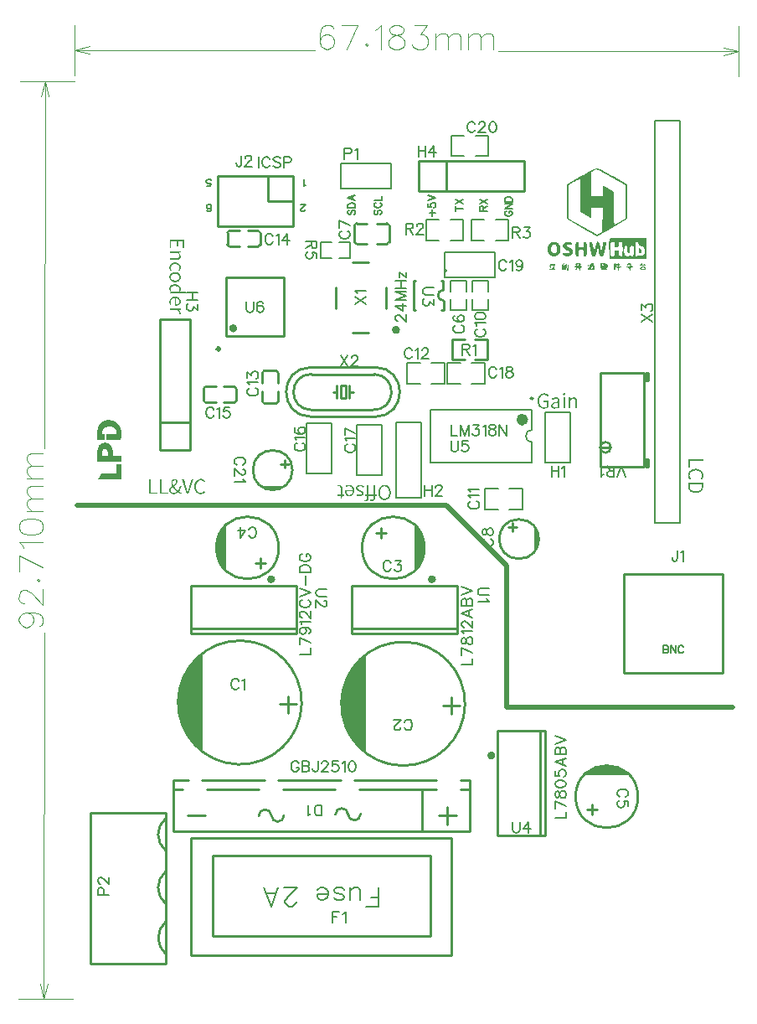
<source format=gto>
G04 Layer: TopSilkLayer*
G04 EasyEDA v6.4.3, 2020-08-16T09:55:44+08:00*
G04 81dc946ae44a44bf806acedbfbfd66cd,06d3987d76a94bb6b6563c12ef58ecb4,10*
G04 Gerber Generator version 0.2*
G04 Scale: 100 percent, Rotated: No, Reflected: No *
G04 Dimensions in inches *
G04 leading zeros omitted , absolute positions ,2 integer and 4 decimal *
%FSLAX24Y24*%
%MOIN*%
G90*
G70D02*

%ADD10C,0.020000*%
%ADD11C,0.010000*%
%ADD46C,0.007874*%
%ADD47C,0.007870*%
%ADD48C,0.007900*%
%ADD49C,0.008000*%
%ADD50C,0.007992*%
%ADD51C,0.015748*%
%ADD52C,0.011811*%
%ADD53C,0.005906*%
%ADD54C,0.023622*%
%ADD55C,0.009842*%
%ADD56C,0.004000*%
%ADD57C,0.006000*%

%LPD*%

%LPD*%
G36*
G01X20722Y32990D02*
G01X20700Y32990D01*
G01X20688Y32989D01*
G01X20677Y32988D01*
G01X20653Y32984D01*
G01X20642Y32981D01*
G01X20618Y32975D01*
G01X20605Y32971D01*
G01X20593Y32966D01*
G01X20567Y32956D01*
G01X20539Y32944D01*
G01X20511Y32930D01*
G01X20496Y32922D01*
G01X20480Y32914D01*
G01X20464Y32905D01*
G01X20447Y32896D01*
G01X20431Y32887D01*
G01X20413Y32877D01*
G01X20395Y32866D01*
G01X20376Y32855D01*
G01X20356Y32844D01*
G01X20336Y32832D01*
G01X20315Y32819D01*
G01X20293Y32807D01*
G01X20271Y32793D01*
G01X20248Y32779D01*
G01X20224Y32765D01*
G01X20199Y32750D01*
G01X20173Y32735D01*
G01X20147Y32719D01*
G01X20091Y32687D01*
G01X19514Y32352D01*
G01X19524Y30978D01*
G01X20119Y30633D01*
G01X20715Y30288D01*
G01X21310Y30632D01*
G01X21905Y30977D01*
G01X21922Y32348D01*
G01X21335Y32686D01*
G01X21307Y32703D01*
G01X21279Y32719D01*
G01X21252Y32735D01*
G01X21226Y32750D01*
G01X21201Y32765D01*
G01X21153Y32793D01*
G01X21109Y32819D01*
G01X21088Y32832D01*
G01X21068Y32843D01*
G01X21048Y32855D01*
G01X21029Y32866D01*
G01X21010Y32876D01*
G01X20976Y32896D01*
G01X20959Y32905D01*
G01X20943Y32914D01*
G01X20927Y32922D01*
G01X20912Y32930D01*
G01X20897Y32937D01*
G01X20883Y32944D01*
G01X20869Y32950D01*
G01X20856Y32956D01*
G01X20842Y32961D01*
G01X20829Y32966D01*
G01X20817Y32971D01*
G01X20804Y32975D01*
G01X20768Y32984D01*
G01X20757Y32986D01*
G01X20745Y32988D01*
G01X20734Y32989D01*
G01X20722Y32990D01*
G37*

%LPC*%
G36*
G01X20025Y32576D02*
G01X20024Y32577D01*
G01X20019Y32576D01*
G01X20010Y32572D01*
G01X19998Y32566D01*
G01X19982Y32559D01*
G01X19965Y32549D01*
G01X19944Y32538D01*
G01X19922Y32526D01*
G01X19897Y32512D01*
G01X19871Y32497D01*
G01X19815Y32465D01*
G01X19786Y32448D01*
G01X19572Y32321D01*
G01X19572Y31665D01*
G01X19573Y31008D01*
G01X20715Y30352D01*
G01X20921Y30472D01*
G01X20939Y31437D01*
G01X20492Y31437D01*
G01X20492Y31186D01*
G01X20490Y31148D01*
G01X20488Y31113D01*
G01X20485Y31084D01*
G01X20481Y31059D01*
G01X20477Y31042D01*
G01X20473Y31032D01*
G01X20468Y31030D01*
G01X20463Y31032D01*
G01X20454Y31036D01*
G01X20443Y31042D01*
G01X20428Y31050D01*
G01X20412Y31059D01*
G01X20393Y31069D01*
G01X20372Y31081D01*
G01X20349Y31094D01*
G01X20324Y31107D01*
G01X20299Y31121D01*
G01X20272Y31136D01*
G01X20246Y31151D01*
G01X20048Y31261D01*
G01X20048Y31959D01*
G01X20047Y31997D01*
G01X20047Y32107D01*
G01X20046Y32142D01*
G01X20046Y32176D01*
G01X20045Y32210D01*
G01X20045Y32242D01*
G01X20044Y32273D01*
G01X20043Y32303D01*
G01X20043Y32332D01*
G01X20041Y32386D01*
G01X20039Y32434D01*
G01X20037Y32476D01*
G01X20035Y32494D01*
G01X20034Y32511D01*
G01X20033Y32526D01*
G01X20032Y32540D01*
G01X20031Y32551D01*
G01X20029Y32560D01*
G01X20028Y32568D01*
G01X20027Y32573D01*
G01X20025Y32576D01*
G37*
G36*
G01X20689Y32949D02*
G01X20680Y32949D01*
G01X20671Y32948D01*
G01X20661Y32946D01*
G01X20653Y32944D01*
G01X20644Y32941D01*
G01X20635Y32937D01*
G01X20627Y32933D01*
G01X20618Y32929D01*
G01X20609Y32923D01*
G01X20600Y32918D01*
G01X20590Y32911D01*
G01X20580Y32905D01*
G01X20492Y32851D01*
G01X20492Y31882D01*
G01X20937Y31882D01*
G01X20937Y32323D01*
G01X21381Y32067D01*
G01X21381Y31342D01*
G01X21382Y31305D01*
G01X21382Y31234D01*
G01X21383Y31199D01*
G01X21384Y31165D01*
G01X21384Y31132D01*
G01X21386Y31070D01*
G01X21386Y31040D01*
G01X21388Y31012D01*
G01X21389Y30985D01*
G01X21389Y30959D01*
G01X21391Y30935D01*
G01X21392Y30912D01*
G01X21393Y30890D01*
G01X21394Y30871D01*
G01X21396Y30852D01*
G01X21397Y30836D01*
G01X21398Y30821D01*
G01X21400Y30808D01*
G01X21402Y30796D01*
G01X21403Y30787D01*
G01X21405Y30780D01*
G01X21406Y30775D01*
G01X21408Y30771D01*
G01X21410Y30770D01*
G01X21415Y30771D01*
G01X21425Y30775D01*
G01X21437Y30780D01*
G01X21453Y30786D01*
G01X21491Y30805D01*
G01X21514Y30817D01*
G01X21538Y30829D01*
G01X21564Y30843D01*
G01X21591Y30858D01*
G01X21619Y30873D01*
G01X21647Y30889D01*
G01X21857Y31008D01*
G01X21857Y32320D01*
G01X21301Y32640D01*
G01X21252Y32669D01*
G01X21206Y32695D01*
G01X21163Y32720D01*
G01X21122Y32744D01*
G01X21083Y32766D01*
G01X21047Y32786D01*
G01X21013Y32805D01*
G01X20981Y32823D01*
G01X20952Y32840D01*
G01X20924Y32855D01*
G01X20898Y32869D01*
G01X20852Y32892D01*
G01X20831Y32903D01*
G01X20812Y32912D01*
G01X20794Y32920D01*
G01X20777Y32927D01*
G01X20762Y32933D01*
G01X20748Y32938D01*
G01X20735Y32942D01*
G01X20722Y32945D01*
G01X20710Y32947D01*
G01X20700Y32948D01*
G01X20689Y32949D01*
G37*

%LPD*%
G36*
G01X19597Y30070D02*
G01X19569Y30071D01*
G01X19540Y30069D01*
G01X19513Y30065D01*
G01X19485Y30059D01*
G01X19460Y30051D01*
G01X19437Y30040D01*
G01X19418Y30028D01*
G01X19402Y30014D01*
G01X19388Y29998D01*
G01X19377Y29981D01*
G01X19368Y29965D01*
G01X19361Y29949D01*
G01X19357Y29933D01*
G01X19355Y29917D01*
G01X19355Y29902D01*
G01X19356Y29886D01*
G01X19361Y29871D01*
G01X19368Y29856D01*
G01X19376Y29841D01*
G01X19387Y29827D01*
G01X19400Y29813D01*
G01X19415Y29799D01*
G01X19432Y29785D01*
G01X19452Y29772D01*
G01X19473Y29760D01*
G01X19497Y29748D01*
G01X19522Y29736D01*
G01X19550Y29725D01*
G01X19577Y29713D01*
G01X19597Y29701D01*
G01X19610Y29689D01*
G01X19618Y29677D01*
G01X19620Y29666D01*
G01X19616Y29655D01*
G01X19607Y29647D01*
G01X19592Y29640D01*
G01X19573Y29635D01*
G01X19549Y29633D01*
G01X19521Y29634D01*
G01X19489Y29638D01*
G01X19459Y29641D01*
G01X19433Y29642D01*
G01X19410Y29640D01*
G01X19391Y29636D01*
G01X19376Y29630D01*
G01X19365Y29621D01*
G01X19358Y29611D01*
G01X19356Y29600D01*
G01X19359Y29587D01*
G01X19367Y29573D01*
G01X19380Y29558D01*
G01X19398Y29543D01*
G01X19415Y29532D01*
G01X19433Y29523D01*
G01X19452Y29515D01*
G01X19471Y29509D01*
G01X19491Y29505D01*
G01X19512Y29503D01*
G01X19532Y29502D01*
G01X19553Y29503D01*
G01X19574Y29505D01*
G01X19594Y29509D01*
G01X19614Y29515D01*
G01X19634Y29522D01*
G01X19652Y29530D01*
G01X19669Y29541D01*
G01X19686Y29553D01*
G01X19701Y29566D01*
G01X19717Y29584D01*
G01X19731Y29602D01*
G01X19742Y29620D01*
G01X19750Y29638D01*
G01X19755Y29656D01*
G01X19756Y29674D01*
G01X19755Y29691D01*
G01X19751Y29709D01*
G01X19744Y29726D01*
G01X19734Y29744D01*
G01X19721Y29761D01*
G01X19705Y29778D01*
G01X19686Y29794D01*
G01X19664Y29811D01*
G01X19639Y29827D01*
G01X19611Y29844D01*
G01X19585Y29859D01*
G01X19563Y29873D01*
G01X19543Y29887D01*
G01X19528Y29901D01*
G01X19515Y29913D01*
G01X19507Y29925D01*
G01X19501Y29936D01*
G01X19499Y29946D01*
G01X19500Y29954D01*
G01X19505Y29961D01*
G01X19513Y29966D01*
G01X19525Y29969D01*
G01X19540Y29971D01*
G01X19559Y29971D01*
G01X19581Y29969D01*
G01X19606Y29965D01*
G01X19630Y29961D01*
G01X19652Y29961D01*
G01X19671Y29963D01*
G01X19688Y29967D01*
G01X19702Y29972D01*
G01X19714Y29980D01*
G01X19721Y29989D01*
G01X19725Y29998D01*
G01X19724Y30009D01*
G01X19719Y30021D01*
G01X19710Y30032D01*
G01X19695Y30043D01*
G01X19674Y30054D01*
G01X19651Y30062D01*
G01X19625Y30067D01*
G01X19597Y30070D01*
G37*

%LPD*%
G36*
G01X19938Y30071D02*
G01X19921Y30072D01*
G01X19907Y30071D01*
G01X19896Y30069D01*
G01X19886Y30064D01*
G01X19878Y30057D01*
G01X19872Y30045D01*
G01X19867Y30028D01*
G01X19863Y30006D01*
G01X19861Y29978D01*
G01X19859Y29942D01*
G01X19858Y29899D01*
G01X19857Y29847D01*
G01X19857Y29725D01*
G01X19858Y29673D01*
G01X19859Y29630D01*
G01X19861Y29594D01*
G01X19863Y29566D01*
G01X19867Y29544D01*
G01X19872Y29527D01*
G01X19878Y29515D01*
G01X19886Y29508D01*
G01X19896Y29503D01*
G01X19907Y29501D01*
G01X19921Y29500D01*
G01X19939Y29501D01*
G01X19953Y29505D01*
G01X19964Y29513D01*
G01X19972Y29524D01*
G01X19978Y29540D01*
G01X19982Y29563D01*
G01X19984Y29591D01*
G01X19984Y29627D01*
G01X19985Y29667D01*
G01X19986Y29698D01*
G01X19991Y29720D01*
G01X19998Y29736D01*
G01X20010Y29746D01*
G01X20027Y29751D01*
G01X20050Y29754D01*
G01X20110Y29754D01*
G01X20132Y29751D01*
G01X20149Y29746D01*
G01X20161Y29736D01*
G01X20168Y29720D01*
G01X20172Y29698D01*
G01X20174Y29667D01*
G01X20175Y29627D01*
G01X20175Y29591D01*
G01X20177Y29563D01*
G01X20181Y29540D01*
G01X20187Y29524D01*
G01X20195Y29513D01*
G01X20206Y29505D01*
G01X20220Y29501D01*
G01X20238Y29500D01*
G01X20252Y29501D01*
G01X20263Y29503D01*
G01X20273Y29508D01*
G01X20281Y29515D01*
G01X20287Y29527D01*
G01X20292Y29544D01*
G01X20296Y29566D01*
G01X20298Y29594D01*
G01X20300Y29630D01*
G01X20301Y29673D01*
G01X20302Y29725D01*
G01X20302Y29847D01*
G01X20301Y29899D01*
G01X20300Y29942D01*
G01X20298Y29978D01*
G01X20296Y30006D01*
G01X20292Y30028D01*
G01X20287Y30045D01*
G01X20281Y30057D01*
G01X20273Y30064D01*
G01X20263Y30069D01*
G01X20252Y30071D01*
G01X20238Y30072D01*
G01X20221Y30071D01*
G01X20207Y30067D01*
G01X20196Y30060D01*
G01X20187Y30050D01*
G01X20181Y30035D01*
G01X20177Y30016D01*
G01X20175Y29991D01*
G01X20175Y29961D01*
G01X20174Y29927D01*
G01X20172Y29900D01*
G01X20168Y29880D01*
G01X20160Y29867D01*
G01X20148Y29858D01*
G01X20131Y29853D01*
G01X20109Y29850D01*
G01X20050Y29850D01*
G01X20028Y29853D01*
G01X20011Y29858D01*
G01X19999Y29867D01*
G01X19991Y29880D01*
G01X19987Y29900D01*
G01X19985Y29927D01*
G01X19984Y29961D01*
G01X19984Y29991D01*
G01X19981Y30016D01*
G01X19978Y30035D01*
G01X19972Y30050D01*
G01X19964Y30060D01*
G01X19952Y30067D01*
G01X19938Y30071D01*
G37*

%LPD*%
G36*
G01X19009Y30074D02*
G01X18988Y30074D01*
G01X18968Y30072D01*
G01X18947Y30069D01*
G01X18928Y30064D01*
G01X18909Y30058D01*
G01X18890Y30050D01*
G01X18872Y30041D01*
G01X18856Y30030D01*
G01X18840Y30017D01*
G01X18825Y30003D01*
G01X18812Y29988D01*
G01X18798Y29970D01*
G01X18787Y29951D01*
G01X18777Y29932D01*
G01X18768Y29913D01*
G01X18760Y29893D01*
G01X18755Y29873D01*
G01X18750Y29852D01*
G01X18747Y29832D01*
G01X18745Y29811D01*
G01X18744Y29791D01*
G01X18745Y29771D01*
G01X18747Y29750D01*
G01X18750Y29730D01*
G01X18760Y29692D01*
G01X18767Y29673D01*
G01X18774Y29655D01*
G01X18783Y29637D01*
G01X18803Y29605D01*
G01X18815Y29589D01*
G01X18828Y29575D01*
G01X18841Y29562D01*
G01X18856Y29550D01*
G01X18871Y29539D01*
G01X18887Y29529D01*
G01X18904Y29521D01*
G01X18922Y29513D01*
G01X18940Y29508D01*
G01X18960Y29504D01*
G01X18980Y29501D01*
G01X19000Y29500D01*
G01X19021Y29501D01*
G01X19042Y29504D01*
G01X19061Y29509D01*
G01X19080Y29515D01*
G01X19099Y29523D01*
G01X19116Y29533D01*
G01X19133Y29544D01*
G01X19149Y29556D01*
G01X19164Y29570D01*
G01X19177Y29584D01*
G01X19191Y29600D01*
G01X19203Y29617D01*
G01X19214Y29634D01*
G01X19232Y29672D01*
G01X19240Y29691D01*
G01X19247Y29711D01*
G01X19252Y29732D01*
G01X19256Y29752D01*
G01X19259Y29773D01*
G01X19260Y29794D01*
G01X19260Y29815D01*
G01X19259Y29836D01*
G01X19256Y29857D01*
G01X19252Y29877D01*
G01X19247Y29897D01*
G01X19240Y29916D01*
G01X19231Y29935D01*
G01X19221Y29953D01*
G01X19209Y29971D01*
G01X19196Y29987D01*
G01X19181Y30003D01*
G01X19164Y30017D01*
G01X19147Y30030D01*
G01X19128Y30041D01*
G01X19109Y30050D01*
G01X19090Y30058D01*
G01X19070Y30065D01*
G01X19050Y30069D01*
G01X19029Y30072D01*
G01X19009Y30074D01*
G37*

%LPC*%
G36*
G01X19014Y29974D02*
G01X18995Y29974D01*
G01X18977Y29971D01*
G01X18958Y29963D01*
G01X18941Y29952D01*
G01X18925Y29937D01*
G01X18910Y29918D01*
G01X18898Y29896D01*
G01X18890Y29876D01*
G01X18884Y29856D01*
G01X18878Y29816D01*
G01X18878Y29796D01*
G01X18879Y29778D01*
G01X18882Y29759D01*
G01X18887Y29742D01*
G01X18893Y29725D01*
G01X18900Y29709D01*
G01X18908Y29694D01*
G01X18918Y29681D01*
G01X18928Y29669D01*
G01X18939Y29658D01*
G01X18951Y29649D01*
G01X18964Y29642D01*
G01X18978Y29636D01*
G01X18992Y29633D01*
G01X19006Y29631D01*
G01X19021Y29632D01*
G01X19036Y29635D01*
G01X19051Y29641D01*
G01X19066Y29649D01*
G01X19081Y29660D01*
G01X19093Y29673D01*
G01X19104Y29688D01*
G01X19112Y29707D01*
G01X19119Y29727D01*
G01X19123Y29748D01*
G01X19125Y29771D01*
G01X19126Y29796D01*
G01X19123Y29820D01*
G01X19119Y29844D01*
G01X19113Y29869D01*
G01X19105Y29892D01*
G01X19094Y29915D01*
G01X19081Y29935D01*
G01X19067Y29951D01*
G01X19050Y29963D01*
G01X19032Y29970D01*
G01X19014Y29974D01*
G37*

%LPD*%
G36*
G01X20747Y30083D02*
G01X20739Y30083D01*
G01X20732Y30081D01*
G01X20725Y30077D01*
G01X20717Y30071D01*
G01X20710Y30062D01*
G01X20703Y30052D01*
G01X20696Y30039D01*
G01X20689Y30024D01*
G01X20682Y30007D01*
G01X20675Y29988D01*
G01X20668Y29966D01*
G01X20662Y29943D01*
G01X20656Y29917D01*
G01X20650Y29889D01*
G01X20642Y29852D01*
G01X20635Y29816D01*
G01X20627Y29782D01*
G01X20621Y29751D01*
G01X20615Y29724D01*
G01X20610Y29702D01*
G01X20606Y29685D01*
G01X20604Y29675D01*
G01X20602Y29672D01*
G01X20599Y29675D01*
G01X20596Y29684D01*
G01X20592Y29699D01*
G01X20587Y29719D01*
G01X20582Y29743D01*
G01X20578Y29771D01*
G01X20573Y29802D01*
G01X20565Y29857D01*
G01X20557Y29905D01*
G01X20550Y29945D01*
G01X20543Y29978D01*
G01X20536Y30005D01*
G01X20528Y30026D01*
G01X20519Y30043D01*
G01X20510Y30055D01*
G01X20499Y30063D01*
G01X20486Y30068D01*
G01X20472Y30071D01*
G01X20456Y30072D01*
G01X20424Y30068D01*
G01X20407Y30055D01*
G01X20403Y30028D01*
G01X20409Y29984D01*
G01X20412Y29971D01*
G01X20415Y29954D01*
G01X20419Y29935D01*
G01X20423Y29913D01*
G01X20427Y29889D01*
G01X20432Y29864D01*
G01X20437Y29837D01*
G01X20443Y29810D01*
G01X20448Y29782D01*
G01X20453Y29753D01*
G01X20459Y29725D01*
G01X20464Y29697D01*
G01X20470Y29667D01*
G01X20477Y29639D01*
G01X20484Y29614D01*
G01X20491Y29590D01*
G01X20499Y29569D01*
G01X20508Y29551D01*
G01X20516Y29534D01*
G01X20525Y29520D01*
G01X20535Y29508D01*
G01X20544Y29498D01*
G01X20554Y29491D01*
G01X20564Y29486D01*
G01X20573Y29483D01*
G01X20583Y29482D01*
G01X20593Y29484D01*
G01X20602Y29487D01*
G01X20612Y29493D01*
G01X20622Y29502D01*
G01X20631Y29512D01*
G01X20640Y29525D01*
G01X20649Y29540D01*
G01X20658Y29557D01*
G01X20666Y29576D01*
G01X20674Y29598D01*
G01X20681Y29622D01*
G01X20688Y29648D01*
G01X20694Y29676D01*
G01X20700Y29707D01*
G01X20733Y29897D01*
G01X20776Y29697D01*
G01X20783Y29667D01*
G01X20790Y29640D01*
G01X20797Y29615D01*
G01X20812Y29570D01*
G01X20820Y29551D01*
G01X20828Y29534D01*
G01X20836Y29520D01*
G01X20845Y29507D01*
G01X20853Y29497D01*
G01X20862Y29489D01*
G01X20871Y29483D01*
G01X20879Y29479D01*
G01X20888Y29477D01*
G01X20897Y29477D01*
G01X20906Y29479D01*
G01X20914Y29484D01*
G01X20923Y29490D01*
G01X20932Y29499D01*
G01X20940Y29509D01*
G01X20949Y29522D01*
G01X20958Y29536D01*
G01X20966Y29553D01*
G01X20974Y29572D01*
G01X20982Y29592D01*
G01X20990Y29615D01*
G01X20998Y29640D01*
G01X21006Y29667D01*
G01X21013Y29696D01*
G01X21021Y29727D01*
G01X21027Y29759D01*
G01X21034Y29794D01*
G01X21085Y30072D01*
G01X21011Y30072D01*
G01X20989Y30071D01*
G01X20972Y30067D01*
G01X20959Y30061D01*
G01X20949Y30051D01*
G01X20942Y30035D01*
G01X20938Y30015D01*
G01X20935Y29987D01*
G01X20933Y29953D01*
G01X20932Y29918D01*
G01X20930Y29886D01*
G01X20928Y29857D01*
G01X20927Y29830D01*
G01X20924Y29806D01*
G01X20922Y29784D01*
G01X20919Y29766D01*
G01X20916Y29750D01*
G01X20913Y29736D01*
G01X20910Y29726D01*
G01X20906Y29717D01*
G01X20903Y29712D01*
G01X20899Y29709D01*
G01X20895Y29709D01*
G01X20891Y29712D01*
G01X20886Y29717D01*
G01X20882Y29725D01*
G01X20877Y29736D01*
G01X20872Y29749D01*
G01X20867Y29765D01*
G01X20862Y29784D01*
G01X20857Y29806D01*
G01X20851Y29830D01*
G01X20846Y29857D01*
G01X20839Y29887D01*
G01X20833Y29915D01*
G01X20826Y29941D01*
G01X20819Y29964D01*
G01X20813Y29986D01*
G01X20806Y30005D01*
G01X20798Y30022D01*
G01X20791Y30037D01*
G01X20784Y30050D01*
G01X20777Y30061D01*
G01X20769Y30070D01*
G01X20762Y30076D01*
G01X20755Y30081D01*
G01X20747Y30083D01*
G37*

%LPD*%
G36*
G01X21663Y30226D02*
G01X21587Y30226D01*
G01X21552Y30225D01*
G01X21489Y30225D01*
G01X21460Y30224D01*
G01X21433Y30224D01*
G01X21408Y30223D01*
G01X21384Y30223D01*
G01X21363Y30221D01*
G01X21343Y30221D01*
G01X21324Y30219D01*
G01X21307Y30218D01*
G01X21292Y30217D01*
G01X21278Y30215D01*
G01X21266Y30214D01*
G01X21244Y30210D01*
G01X21228Y30206D01*
G01X21222Y30203D01*
G01X21217Y30201D01*
G01X21212Y30198D01*
G01X21209Y30196D01*
G01X21206Y30193D01*
G01X21205Y30190D01*
G01X21203Y30183D01*
G01X21202Y30173D01*
G01X21201Y30160D01*
G01X21199Y30143D01*
G01X21198Y30123D01*
G01X21197Y30101D01*
G01X21197Y30076D01*
G01X21196Y30048D01*
G01X21196Y30019D01*
G01X21195Y29987D01*
G01X21195Y29954D01*
G01X21196Y29919D01*
G01X21196Y29845D01*
G01X21197Y29807D01*
G01X21198Y29768D01*
G01X21207Y29389D01*
G01X22667Y29389D01*
G01X22667Y30215D01*
G01X21944Y30223D01*
G01X21891Y30224D01*
G01X21841Y30224D01*
G01X21793Y30225D01*
G01X21703Y30225D01*
G01X21663Y30226D01*
G37*

%LPC*%
G36*
G01X21334Y30072D02*
G01X21320Y30072D01*
G01X21308Y30071D01*
G01X21297Y30070D01*
G01X21288Y30067D01*
G01X21280Y30063D01*
G01X21274Y30056D01*
G01X21269Y30047D01*
G01X21264Y30035D01*
G01X21261Y30020D01*
G01X21259Y30001D01*
G01X21257Y29978D01*
G01X21256Y29950D01*
G01X21255Y29918D01*
G01X21255Y29880D01*
G01X21254Y29836D01*
G01X21254Y29736D01*
G01X21255Y29692D01*
G01X21255Y29654D01*
G01X21256Y29622D01*
G01X21257Y29594D01*
G01X21259Y29571D01*
G01X21261Y29552D01*
G01X21264Y29537D01*
G01X21269Y29525D01*
G01X21274Y29516D01*
G01X21280Y29509D01*
G01X21288Y29505D01*
G01X21297Y29502D01*
G01X21308Y29501D01*
G01X21320Y29500D01*
G01X21334Y29500D01*
G01X21357Y29501D01*
G01X21376Y29504D01*
G01X21390Y29510D01*
G01X21400Y29521D01*
G01X21406Y29536D01*
G01X21410Y29557D01*
G01X21413Y29586D01*
G01X21413Y29623D01*
G01X21414Y29660D01*
G01X21415Y29689D01*
G01X21419Y29710D01*
G01X21426Y29725D01*
G01X21437Y29735D01*
G01X21452Y29740D01*
G01X21472Y29742D01*
G01X21499Y29742D01*
G01X21524Y29740D01*
G01X21544Y29736D01*
G01X21559Y29730D01*
G01X21570Y29720D01*
G01X21578Y29706D01*
G01X21582Y29686D01*
G01X21585Y29660D01*
G01X21586Y29627D01*
G01X21587Y29596D01*
G01X21590Y29571D01*
G01X21594Y29551D01*
G01X21601Y29536D01*
G01X21611Y29524D01*
G01X21623Y29516D01*
G01X21639Y29510D01*
G01X21659Y29506D01*
G01X21671Y29504D01*
G01X21682Y29503D01*
G01X21692Y29504D01*
G01X21700Y29506D01*
G01X21706Y29509D01*
G01X21712Y29515D01*
G01X21717Y29524D01*
G01X21721Y29536D01*
G01X21724Y29551D01*
G01X21726Y29570D01*
G01X21728Y29593D01*
G01X21729Y29621D01*
G01X21730Y29653D01*
G01X21730Y29691D01*
G01X21731Y29734D01*
G01X21731Y29834D01*
G01X21730Y29878D01*
G01X21730Y29917D01*
G01X21729Y29950D01*
G01X21728Y29977D01*
G01X21726Y30001D01*
G01X21724Y30020D01*
G01X21720Y30035D01*
G01X21716Y30047D01*
G01X21711Y30056D01*
G01X21705Y30063D01*
G01X21697Y30067D01*
G01X21688Y30070D01*
G01X21677Y30071D01*
G01X21665Y30072D01*
G01X21651Y30072D01*
G01X21621Y30070D01*
G01X21596Y30065D01*
G01X21580Y30057D01*
G01X21576Y30048D01*
G01X21580Y30017D01*
G01X21582Y29988D01*
G01X21582Y29963D01*
G01X21580Y29939D01*
G01X21576Y29918D01*
G01X21569Y29900D01*
G01X21561Y29885D01*
G01X21552Y29872D01*
G01X21540Y29862D01*
G01X21526Y29855D01*
G01X21510Y29851D01*
G01X21492Y29850D01*
G01X21469Y29850D01*
G01X21451Y29853D01*
G01X21437Y29859D01*
G01X21427Y29869D01*
G01X21420Y29883D01*
G01X21416Y29902D01*
G01X21414Y29928D01*
G01X21413Y29961D01*
G01X21413Y29993D01*
G01X21410Y30019D01*
G01X21406Y30038D01*
G01X21400Y30053D01*
G01X21389Y30062D01*
G01X21375Y30068D01*
G01X21357Y30071D01*
G01X21334Y30072D01*
G37*
G36*
G01X22331Y30067D02*
G01X22302Y30072D01*
G01X22289Y30071D01*
G01X22277Y30069D01*
G01X22267Y30064D01*
G01X22260Y30057D01*
G01X22253Y30045D01*
G01X22248Y30028D01*
G01X22244Y30006D01*
G01X22242Y29978D01*
G01X22240Y29942D01*
G01X22239Y29899D01*
G01X22239Y29684D01*
G01X22240Y29643D01*
G01X22242Y29609D01*
G01X22245Y29580D01*
G01X22248Y29556D01*
G01X22252Y29537D01*
G01X22256Y29523D01*
G01X22262Y29512D01*
G01X22269Y29505D01*
G01X22277Y29502D01*
G01X22286Y29500D01*
G01X22305Y29503D01*
G01X22320Y29511D01*
G01X22330Y29522D01*
G01X22334Y29536D01*
G01X22337Y29549D01*
G01X22346Y29553D01*
G01X22361Y29547D01*
G01X22382Y29531D01*
G01X22401Y29519D01*
G01X22421Y29512D01*
G01X22443Y29510D01*
G01X22466Y29511D01*
G01X22489Y29517D01*
G01X22511Y29527D01*
G01X22532Y29540D01*
G01X22552Y29556D01*
G01X22571Y29575D01*
G01X22586Y29597D01*
G01X22598Y29621D01*
G01X22607Y29646D01*
G01X22613Y29673D01*
G01X22617Y29698D01*
G01X22618Y29723D01*
G01X22617Y29746D01*
G01X22615Y29768D01*
G01X22610Y29788D01*
G01X22604Y29808D01*
G01X22595Y29826D01*
G01X22585Y29842D01*
G01X22573Y29857D01*
G01X22560Y29870D01*
G01X22545Y29882D01*
G01X22528Y29891D01*
G01X22510Y29898D01*
G01X22489Y29904D01*
G01X22468Y29907D01*
G01X22439Y29911D01*
G01X22416Y29915D01*
G01X22398Y29921D01*
G01X22385Y29930D01*
G01X22376Y29941D01*
G01X22370Y29955D01*
G01X22367Y29973D01*
G01X22365Y29994D01*
G01X22362Y30030D01*
G01X22351Y30054D01*
G01X22331Y30067D01*
G37*
G36*
G01X21876Y29912D02*
G01X21857Y29913D01*
G01X21844Y29910D01*
G01X21833Y29903D01*
G01X21822Y29890D01*
G01X21814Y29875D01*
G01X21806Y29855D01*
G01X21800Y29832D01*
G01X21795Y29808D01*
G01X21792Y29781D01*
G01X21790Y29753D01*
G01X21790Y29724D01*
G01X21792Y29695D01*
G01X21795Y29666D01*
G01X21800Y29637D01*
G01X21807Y29610D01*
G01X21816Y29585D01*
G01X21827Y29562D01*
G01X21843Y29539D01*
G01X21864Y29522D01*
G01X21889Y29509D01*
G01X21915Y29502D01*
G01X21940Y29501D01*
G01X21965Y29505D01*
G01X21985Y29516D01*
G01X22001Y29534D01*
G01X22013Y29546D01*
G01X22027Y29550D01*
G01X22045Y29545D01*
G01X22065Y29531D01*
G01X22079Y29521D01*
G01X22092Y29513D01*
G01X22103Y29509D01*
G01X22114Y29507D01*
G01X22124Y29509D01*
G01X22133Y29513D01*
G01X22141Y29521D01*
G01X22148Y29531D01*
G01X22155Y29544D01*
G01X22160Y29561D01*
G01X22165Y29580D01*
G01X22168Y29603D01*
G01X22171Y29629D01*
G01X22173Y29657D01*
G01X22175Y29689D01*
G01X22175Y29766D01*
G01X22174Y29801D01*
G01X22173Y29830D01*
G01X22171Y29853D01*
G01X22168Y29871D01*
G01X22164Y29886D01*
G01X22158Y29896D01*
G01X22150Y29904D01*
G01X22140Y29909D01*
G01X22128Y29911D01*
G01X22114Y29913D01*
G01X22097Y29913D01*
G01X22073Y29912D01*
G01X22055Y29909D01*
G01X22041Y29903D01*
G01X22032Y29892D01*
G01X22027Y29875D01*
G01X22024Y29852D01*
G01X22024Y29820D01*
G01X22026Y29778D01*
G01X22027Y29742D01*
G01X22026Y29712D01*
G01X22024Y29688D01*
G01X22019Y29669D01*
G01X22013Y29655D01*
G01X22003Y29645D01*
G01X21992Y29638D01*
G01X21977Y29633D01*
G01X21961Y29632D01*
G01X21948Y29634D01*
G01X21939Y29640D01*
G01X21931Y29652D01*
G01X21926Y29670D01*
G01X21923Y29694D01*
G01X21922Y29727D01*
G01X21921Y29768D01*
G01X21921Y29810D01*
G01X21919Y29843D01*
G01X21915Y29868D01*
G01X21910Y29887D01*
G01X21902Y29900D01*
G01X21890Y29908D01*
G01X21876Y29912D01*
G37*

%LPD*%
G36*
G01X22421Y29812D02*
G01X22394Y29812D01*
G01X22377Y29800D01*
G01X22368Y29772D01*
G01X22365Y29727D01*
G01X22366Y29700D01*
G01X22369Y29677D01*
G01X22373Y29657D01*
G01X22378Y29640D01*
G01X22385Y29628D01*
G01X22393Y29618D01*
G01X22402Y29612D01*
G01X22411Y29610D01*
G01X22422Y29612D01*
G01X22434Y29618D01*
G01X22447Y29628D01*
G01X22460Y29642D01*
G01X22476Y29666D01*
G01X22485Y29692D01*
G01X22488Y29719D01*
G01X22485Y29745D01*
G01X22477Y29769D01*
G01X22463Y29788D01*
G01X22444Y29803D01*
G01X22421Y29812D01*
G37*

%LPD*%
G36*
G01X22520Y29242D02*
G01X22514Y29244D01*
G01X22503Y29238D01*
G01X22488Y29226D01*
G01X22468Y29208D01*
G01X22445Y29183D01*
G01X22427Y29162D01*
G01X22415Y29146D01*
G01X22410Y29135D01*
G01X22415Y29128D01*
G01X22428Y29123D01*
G01X22453Y29120D01*
G01X22490Y29119D01*
G01X22584Y29119D01*
G01X22619Y29121D01*
G01X22643Y29123D01*
G01X22659Y29128D01*
G01X22666Y29134D01*
G01X22667Y29143D01*
G01X22660Y29155D01*
G01X22648Y29170D01*
G01X22630Y29190D01*
G01X22614Y29198D01*
G01X22602Y29198D01*
G01X22594Y29186D01*
G01X22586Y29173D01*
G01X22573Y29161D01*
G01X22556Y29154D01*
G01X22539Y29151D01*
G01X22522Y29155D01*
G01X22512Y29164D01*
G01X22509Y29179D01*
G01X22513Y29199D01*
G01X22520Y29220D01*
G01X22522Y29234D01*
G01X22520Y29242D01*
G37*

%LPD*%
G36*
G01X20377Y29148D02*
G01X20363Y29151D01*
G01X20352Y29148D01*
G01X20346Y29142D01*
G01X20344Y29132D01*
G01X20349Y29119D01*
G01X20358Y29107D01*
G01X20367Y29097D01*
G01X20376Y29090D01*
G01X20383Y29088D01*
G01X20389Y29090D01*
G01X20393Y29097D01*
G01X20396Y29107D01*
G01X20397Y29119D01*
G01X20394Y29132D01*
G01X20387Y29142D01*
G01X20377Y29148D01*
G37*

%LPD*%
G36*
G01X18918Y29240D02*
G01X18913Y29246D01*
G01X18909Y29240D01*
G01X18907Y29223D01*
G01X18903Y29207D01*
G01X18893Y29194D01*
G01X18878Y29186D01*
G01X18861Y29183D01*
G01X18843Y29178D01*
G01X18833Y29163D01*
G01X18830Y29138D01*
G01X18834Y29103D01*
G01X18842Y29073D01*
G01X18853Y29047D01*
G01X18866Y29030D01*
G01X18879Y29024D01*
G01X18889Y29029D01*
G01X18894Y29043D01*
G01X18894Y29063D01*
G01X18889Y29088D01*
G01X18882Y29117D01*
G01X18885Y29136D01*
G01X18898Y29148D01*
G01X18921Y29151D01*
G01X18937Y29150D01*
G01X18951Y29145D01*
G01X18960Y29138D01*
G01X18967Y29129D01*
G01X18971Y29118D01*
G01X18972Y29105D01*
G01X18970Y29092D01*
G01X18965Y29078D01*
G01X18959Y29064D01*
G01X18950Y29050D01*
G01X18939Y29036D01*
G01X18926Y29023D01*
G01X18911Y29012D01*
G01X18894Y29002D01*
G01X18877Y28994D01*
G01X18857Y28988D01*
G01X18832Y28983D01*
G01X18816Y28978D01*
G01X18809Y28974D01*
G01X18812Y28971D01*
G01X18823Y28969D01*
G01X18846Y28967D01*
G01X18878Y28966D01*
G01X18921Y28965D01*
G01X18983Y28965D01*
G01X19007Y28967D01*
G01X19025Y28969D01*
G01X19037Y28973D01*
G01X19043Y28977D01*
G01X19043Y28982D01*
G01X19037Y28988D01*
G01X19022Y29002D01*
G01X19012Y29022D01*
G01X19007Y29045D01*
G01X19006Y29071D01*
G01X19010Y29096D01*
G01X19018Y29120D01*
G01X19031Y29142D01*
G01X19048Y29159D01*
G01X19055Y29167D01*
G01X19050Y29175D01*
G01X19035Y29180D01*
G01X19010Y29182D01*
G01X18983Y29186D01*
G01X18957Y29194D01*
G01X18938Y29207D01*
G01X18926Y29223D01*
G01X18918Y29240D01*
G37*

%LPD*%
G36*
G01X19406Y29221D02*
G01X19391Y29230D01*
G01X19373Y29222D01*
G01X19346Y29197D01*
G01X19333Y29180D01*
G01X19322Y29159D01*
G01X19315Y29136D01*
G01X19311Y29110D01*
G01X19310Y29083D01*
G01X19311Y29057D01*
G01X19315Y29032D01*
G01X19321Y29009D01*
G01X19330Y28989D01*
G01X19340Y28974D01*
G01X19353Y28964D01*
G01X19369Y28961D01*
G01X19388Y28960D01*
G01X19406Y28960D01*
G01X19423Y28959D01*
G01X19436Y28958D01*
G01X19446Y28960D01*
G01X19455Y28967D01*
G01X19464Y28977D01*
G01X19470Y28990D01*
G01X19471Y29002D01*
G01X19466Y29011D01*
G01X19455Y29015D01*
G01X19439Y29013D01*
G01X19425Y29010D01*
G01X19416Y29010D01*
G01X19415Y29012D01*
G01X19421Y29016D01*
G01X19430Y29025D01*
G01X19438Y29041D01*
G01X19444Y29061D01*
G01X19447Y29082D01*
G01X19449Y29105D01*
G01X19454Y29112D01*
G01X19463Y29101D01*
G01X19476Y29072D01*
G01X19484Y29055D01*
G01X19490Y29044D01*
G01X19495Y29040D01*
G01X19498Y29042D01*
G01X19501Y29051D01*
G01X19503Y29066D01*
G01X19505Y29089D01*
G01X19505Y29119D01*
G01X19504Y29165D01*
G01X19500Y29192D01*
G01X19492Y29199D01*
G01X19480Y29187D01*
G01X19464Y29167D01*
G01X19452Y29161D01*
G01X19439Y29171D01*
G01X19423Y29195D01*
G01X19406Y29221D01*
G37*

%LPC*%
G36*
G01X19404Y29180D02*
G01X19399Y29183D01*
G01X19392Y29180D01*
G01X19383Y29173D01*
G01X19374Y29163D01*
G01X19365Y29151D01*
G01X19360Y29139D01*
G01X19361Y29128D01*
G01X19368Y29122D01*
G01X19379Y29119D01*
G01X19392Y29122D01*
G01X19403Y29128D01*
G01X19410Y29139D01*
G01X19413Y29151D01*
G01X19412Y29163D01*
G01X19409Y29173D01*
G01X19404Y29180D01*
G37*

%LPD*%
G36*
G01X20989Y29231D02*
G01X20851Y29232D01*
G01X20858Y29120D01*
G01X20861Y29070D01*
G01X20864Y29032D01*
G01X20867Y29004D01*
G01X20870Y28984D01*
G01X20875Y28972D01*
G01X20881Y28966D01*
G01X20888Y28963D01*
G01X20897Y28964D01*
G01X20907Y28965D01*
G01X20918Y28965D01*
G01X20929Y28964D01*
G01X20937Y28962D01*
G01X20956Y28955D01*
G01X20976Y28950D01*
G01X20996Y28947D01*
G01X21016Y28945D01*
G01X21035Y28945D01*
G01X21053Y28946D01*
G01X21070Y28949D01*
G01X21085Y28952D01*
G01X21097Y28957D01*
G01X21107Y28962D01*
G01X21114Y28968D01*
G01X21117Y28975D01*
G01X21117Y28982D01*
G01X21112Y28990D01*
G01X21102Y28998D01*
G01X21088Y29005D01*
G01X21070Y29015D01*
G01X21064Y29024D01*
G01X21070Y29032D01*
G01X21088Y29042D01*
G01X21107Y29053D01*
G01X21122Y29066D01*
G01X21132Y29080D01*
G01X21140Y29094D01*
G01X21143Y29109D01*
G01X21143Y29125D01*
G01X21140Y29141D01*
G01X21134Y29156D01*
G01X21124Y29171D01*
G01X21112Y29185D01*
G01X21097Y29198D01*
G01X21080Y29209D01*
G01X21060Y29218D01*
G01X21039Y29225D01*
G01X21015Y29229D01*
G01X20989Y29231D01*
G37*

%LPC*%
G36*
G01X20949Y29180D02*
G01X20937Y29183D01*
G01X20925Y29180D01*
G01X20914Y29173D01*
G01X20907Y29163D01*
G01X20905Y29151D01*
G01X20907Y29139D01*
G01X20914Y29128D01*
G01X20925Y29122D01*
G01X20937Y29119D01*
G01X20949Y29122D01*
G01X20959Y29128D01*
G01X20966Y29139D01*
G01X20968Y29151D01*
G01X20966Y29163D01*
G01X20959Y29173D01*
G01X20949Y29180D01*
G37*

%LPD*%
G36*
G01X22572Y29087D02*
G01X22540Y29088D01*
G01X22508Y29087D01*
G01X22483Y29085D01*
G01X22464Y29081D01*
G01X22449Y29075D01*
G01X22439Y29065D01*
G01X22433Y29053D01*
G01X22430Y29036D01*
G01X22429Y29016D01*
G01X22430Y28996D01*
G01X22433Y28979D01*
G01X22439Y28967D01*
G01X22449Y28958D01*
G01X22464Y28951D01*
G01X22483Y28947D01*
G01X22508Y28945D01*
G01X22572Y28945D01*
G01X22597Y28947D01*
G01X22617Y28951D01*
G01X22631Y28958D01*
G01X22641Y28967D01*
G01X22647Y28979D01*
G01X22650Y28996D01*
G01X22651Y29016D01*
G01X22650Y29036D01*
G01X22647Y29053D01*
G01X22641Y29065D01*
G01X22631Y29075D01*
G01X22617Y29081D01*
G01X22597Y29085D01*
G01X22572Y29087D01*
G37*

%LPC*%
G36*
G01X22559Y29053D02*
G01X22540Y29056D01*
G01X22522Y29053D01*
G01X22503Y29046D01*
G01X22488Y29036D01*
G01X22477Y29024D01*
G01X22475Y29011D01*
G01X22486Y29001D01*
G01X22509Y28995D01*
G01X22540Y28992D01*
G01X22572Y28995D01*
G01X22594Y29001D01*
G01X22605Y29011D01*
G01X22604Y29024D01*
G01X22593Y29036D01*
G01X22577Y29046D01*
G01X22559Y29053D01*
G37*

%LPD*%
G36*
G01X20579Y29212D02*
G01X20532Y29214D01*
G01X20503Y29213D01*
G01X20480Y29211D01*
G01X20462Y29207D01*
G01X20449Y29201D01*
G01X20439Y29192D01*
G01X20433Y29180D01*
G01X20430Y29165D01*
G01X20429Y29146D01*
G01X20424Y29117D01*
G01X20413Y29087D01*
G01X20395Y29059D01*
G01X20373Y29038D01*
G01X20353Y29021D01*
G01X20340Y29003D01*
G01X20335Y28988D01*
G01X20338Y28977D01*
G01X20350Y28969D01*
G01X20367Y28961D01*
G01X20387Y28955D01*
G01X20410Y28951D01*
G01X20435Y28947D01*
G01X20460Y28944D01*
G01X20507Y28944D01*
G01X20527Y28947D01*
G01X20542Y28951D01*
G01X20552Y28957D01*
G01X20556Y28964D01*
G01X20558Y28975D01*
G01X20565Y28981D01*
G01X20575Y28982D01*
G01X20588Y28976D01*
G01X20600Y28976D01*
G01X20610Y28990D01*
G01X20617Y29016D01*
G01X20619Y29054D01*
G01X20616Y29093D01*
G01X20608Y29124D01*
G01X20596Y29144D01*
G01X20580Y29152D01*
G01X20565Y29154D01*
G01X20562Y29159D01*
G01X20569Y29169D01*
G01X20588Y29183D01*
G01X20605Y29198D01*
G01X20603Y29207D01*
G01X20579Y29212D01*
G37*

%LPC*%
G36*
G01X20547Y29071D02*
G01X20546Y29084D01*
G01X20530Y29079D01*
G01X20497Y29059D01*
G01X20481Y29046D01*
G01X20474Y29034D01*
G01X20475Y29022D01*
G01X20485Y29012D01*
G01X20499Y29008D01*
G01X20513Y29012D01*
G01X20526Y29023D01*
G01X20535Y29040D01*
G01X20547Y29071D01*
G37*

%LPD*%
G36*
G01X22025Y29211D02*
G01X21957Y29211D01*
G01X21935Y29208D01*
G01X21919Y29204D01*
G01X21910Y29198D01*
G01X21906Y29188D01*
G01X21907Y29176D01*
G01X21912Y29161D01*
G01X21922Y29140D01*
G01X21931Y29131D01*
G01X21939Y29132D01*
G01X21945Y29145D01*
G01X21954Y29162D01*
G01X21964Y29174D01*
G01X21976Y29180D01*
G01X21988Y29182D01*
G01X21998Y29177D01*
G01X22008Y29168D01*
G01X22014Y29154D01*
G01X22016Y29135D01*
G01X22011Y29116D01*
G01X21996Y29100D01*
G01X21973Y29090D01*
G01X21945Y29085D01*
G01X21908Y29083D01*
G01X21894Y29080D01*
G01X21903Y29072D01*
G01X21935Y29059D01*
G01X21960Y29045D01*
G01X21985Y29024D01*
G01X22006Y29000D01*
G01X22020Y28974D01*
G01X22033Y28943D01*
G01X22040Y28934D01*
G01X22044Y28947D01*
G01X22046Y28984D01*
G01X22051Y29017D01*
G01X22064Y29040D01*
G01X22086Y29053D01*
G01X22119Y29058D01*
G01X22144Y29061D01*
G01X22158Y29065D01*
G01X22161Y29070D01*
G01X22151Y29077D01*
G01X22137Y29085D01*
G01X22128Y29097D01*
G01X22125Y29109D01*
G01X22129Y29122D01*
G01X22134Y29133D01*
G01X22133Y29142D01*
G01X22127Y29149D01*
G01X22116Y29151D01*
G01X22103Y29148D01*
G01X22089Y29139D01*
G01X22078Y29127D01*
G01X22069Y29111D01*
G01X22062Y29098D01*
G01X22057Y29096D01*
G01X22053Y29105D01*
G01X22051Y29125D01*
G01X22054Y29147D01*
G01X22065Y29167D01*
G01X22082Y29183D01*
G01X22103Y29192D01*
G01X22114Y29198D01*
G01X22103Y29204D01*
G01X22073Y29208D01*
G01X22025Y29211D01*
G37*

%LPD*%
G36*
G01X20008Y29213D02*
G01X19929Y29213D01*
G01X19897Y29212D01*
G01X19873Y29210D01*
G01X19857Y29206D01*
G01X19847Y29202D01*
G01X19844Y29197D01*
G01X19847Y29190D01*
G01X19857Y29182D01*
G01X19881Y29165D01*
G01X19889Y29151D01*
G01X19881Y29136D01*
G01X19857Y29117D01*
G01X19836Y29100D01*
G01X19828Y29086D01*
G01X19833Y29076D01*
G01X19851Y29066D01*
G01X19868Y29056D01*
G01X19875Y29044D01*
G01X19871Y29027D01*
G01X19855Y29005D01*
G01X19839Y28984D01*
G01X19834Y28970D01*
G01X19839Y28963D01*
G01X19854Y28961D01*
G01X19870Y28964D01*
G01X19886Y28975D01*
G01X19899Y28990D01*
G01X19909Y29008D01*
G01X19920Y29030D01*
G01X19931Y29045D01*
G01X19943Y29053D01*
G01X19955Y29053D01*
G01X19967Y29046D01*
G01X19978Y29032D01*
G01X19989Y29012D01*
G01X20000Y28984D01*
G01X20013Y28946D01*
G01X20022Y28932D01*
G01X20029Y28942D01*
G01X20039Y28976D01*
G01X20048Y29003D01*
G01X20061Y29028D01*
G01X20076Y29050D01*
G01X20091Y29064D01*
G01X20105Y29076D01*
G01X20107Y29089D01*
G01X20099Y29103D01*
G01X20080Y29119D01*
G01X20056Y29137D01*
G01X20048Y29151D01*
G01X20056Y29165D01*
G01X20080Y29182D01*
G01X20089Y29190D01*
G01X20093Y29197D01*
G01X20090Y29202D01*
G01X20080Y29206D01*
G01X20063Y29210D01*
G01X20039Y29212D01*
G01X20008Y29213D01*
G37*

%LPC*%
G36*
G01X19965Y29180D02*
G01X19952Y29183D01*
G01X19940Y29180D01*
G01X19930Y29173D01*
G01X19923Y29163D01*
G01X19921Y29151D01*
G01X19923Y29139D01*
G01X19930Y29128D01*
G01X19940Y29122D01*
G01X19952Y29119D01*
G01X19965Y29122D01*
G01X19975Y29128D01*
G01X19982Y29139D01*
G01X19984Y29151D01*
G01X19982Y29163D01*
G01X19975Y29173D01*
G01X19965Y29180D01*
G37*

%LPD*%
G36*
G01X21437Y29220D02*
G01X21426Y29229D01*
G01X21413Y29219D01*
G01X21392Y29188D01*
G01X21384Y29173D01*
G01X21378Y29156D01*
G01X21374Y29137D01*
G01X21372Y29116D01*
G01X21371Y29093D01*
G01X21371Y29070D01*
G01X21373Y29046D01*
G01X21377Y29021D01*
G01X21389Y28977D01*
G01X21401Y28950D01*
G01X21413Y28943D01*
G01X21425Y28954D01*
G01X21434Y28974D01*
G01X21438Y28997D01*
G01X21438Y29020D01*
G01X21433Y29041D01*
G01X21431Y29061D01*
G01X21438Y29083D01*
G01X21454Y29103D01*
G01X21478Y29120D01*
G01X21503Y29132D01*
G01X21523Y29136D01*
G01X21536Y29133D01*
G01X21540Y29123D01*
G01X21536Y29110D01*
G01X21524Y29097D01*
G01X21506Y29086D01*
G01X21485Y29078D01*
G01X21456Y29070D01*
G01X21447Y29065D01*
G01X21456Y29062D01*
G01X21482Y29059D01*
G01X21504Y29052D01*
G01X21524Y29036D01*
G01X21540Y29012D01*
G01X21549Y28984D01*
G01X21557Y28944D01*
G01X21562Y28931D01*
G01X21565Y28944D01*
G01X21568Y28982D01*
G01X21573Y29010D01*
G01X21587Y29035D01*
G01X21606Y29055D01*
G01X21627Y29065D01*
G01X21655Y29073D01*
G01X21664Y29078D01*
G01X21653Y29082D01*
G01X21623Y29084D01*
G01X21597Y29088D01*
G01X21585Y29096D01*
G01X21585Y29109D01*
G01X21597Y29127D01*
G01X21609Y29148D01*
G01X21611Y29167D01*
G01X21603Y29187D01*
G01X21585Y29208D01*
G01X21565Y29223D01*
G01X21552Y29229D01*
G01X21543Y29226D01*
G01X21540Y29214D01*
G01X21538Y29202D01*
G01X21531Y29195D01*
G01X21521Y29194D01*
G01X21508Y29199D01*
G01X21496Y29203D01*
G01X21485Y29200D01*
G01X21478Y29191D01*
G01X21474Y29177D01*
G01X21472Y29165D01*
G01X21466Y29163D01*
G01X21459Y29172D01*
G01X21450Y29190D01*
G01X21437Y29220D01*
G37*

%LPD*%
G36*
G01X19565Y29108D02*
G01X19555Y29262D01*
G01X19537Y29103D01*
G01X19531Y29049D01*
G01X19528Y29005D01*
G01X19527Y28972D01*
G01X19528Y28948D01*
G01X19532Y28932D01*
G01X19538Y28926D01*
G01X19546Y28927D01*
G01X19557Y28936D01*
G01X19561Y28943D01*
G01X19564Y28955D01*
G01X19566Y28972D01*
G01X19567Y28994D01*
G01X19568Y29019D01*
G01X19568Y29047D01*
G01X19567Y29077D01*
G01X19565Y29108D01*
G37*

%LPD*%
G36*
G01X1280Y22986D02*
G01X1263Y22986D01*
G01X1247Y22985D01*
G01X1230Y22984D01*
G01X1196Y22980D01*
G01X1180Y22978D01*
G01X1164Y22974D01*
G01X1147Y22970D01*
G01X1131Y22966D01*
G01X1115Y22961D01*
G01X1100Y22955D01*
G01X1084Y22948D01*
G01X1069Y22942D01*
G01X1054Y22934D01*
G01X1040Y22926D01*
G01X1025Y22917D01*
G01X1011Y22908D01*
G01X985Y22888D01*
G01X972Y22877D01*
G01X959Y22865D01*
G01X947Y22853D01*
G01X935Y22840D01*
G01X924Y22827D01*
G01X914Y22813D01*
G01X903Y22798D01*
G01X893Y22782D01*
G01X885Y22766D01*
G01X876Y22750D01*
G01X868Y22732D01*
G01X860Y22715D01*
G01X853Y22696D01*
G01X847Y22677D01*
G01X837Y22637D01*
G01X832Y22616D01*
G01X829Y22594D01*
G01X826Y22573D01*
G01X824Y22548D01*
G01X822Y22520D01*
G01X820Y22490D01*
G01X816Y22358D01*
G01X816Y22296D01*
G01X817Y22267D01*
G01X817Y22243D01*
G01X818Y22222D01*
G01X820Y22205D01*
G01X822Y22194D01*
G01X824Y22188D01*
G01X829Y22186D01*
G01X839Y22184D01*
G01X854Y22183D01*
G01X873Y22182D01*
G01X895Y22180D01*
G01X920Y22180D01*
G01X948Y22179D01*
G01X1121Y22179D01*
G01X1121Y22418D01*
G01X1011Y22418D01*
G01X1017Y22494D01*
G01X1019Y22514D01*
G01X1023Y22533D01*
G01X1027Y22551D01*
G01X1033Y22568D01*
G01X1040Y22584D01*
G01X1048Y22600D01*
G01X1057Y22614D01*
G01X1068Y22628D01*
G01X1078Y22641D01*
G01X1090Y22653D01*
G01X1103Y22665D01*
G01X1116Y22675D01*
G01X1130Y22685D01*
G01X1144Y22694D01*
G01X1159Y22702D01*
G01X1175Y22709D01*
G01X1207Y22721D01*
G01X1241Y22729D01*
G01X1258Y22732D01*
G01X1275Y22734D01*
G01X1293Y22736D01*
G01X1327Y22736D01*
G01X1345Y22734D01*
G01X1362Y22732D01*
G01X1379Y22729D01*
G01X1395Y22726D01*
G01X1412Y22721D01*
G01X1428Y22716D01*
G01X1458Y22702D01*
G01X1473Y22694D01*
G01X1486Y22686D01*
G01X1500Y22676D01*
G01X1512Y22666D01*
G01X1524Y22655D01*
G01X1535Y22642D01*
G01X1545Y22629D01*
G01X1554Y22615D01*
G01X1562Y22601D01*
G01X1569Y22586D01*
G01X1575Y22569D01*
G01X1579Y22552D01*
G01X1582Y22534D01*
G01X1585Y22515D01*
G01X1585Y22418D01*
G01X1174Y22418D01*
G01X1174Y22179D01*
G01X1436Y22180D01*
G01X1698Y22180D01*
G01X1742Y22240D01*
G01X1787Y22301D01*
G01X1782Y22482D01*
G01X1781Y22504D01*
G01X1779Y22526D01*
G01X1777Y22547D01*
G01X1773Y22568D01*
G01X1765Y22608D01*
G01X1760Y22628D01*
G01X1753Y22646D01*
G01X1747Y22665D01*
G01X1740Y22683D01*
G01X1732Y22700D01*
G01X1714Y22734D01*
G01X1705Y22749D01*
G01X1695Y22765D01*
G01X1685Y22780D01*
G01X1674Y22794D01*
G01X1662Y22808D01*
G01X1638Y22834D01*
G01X1625Y22847D01*
G01X1612Y22859D01*
G01X1599Y22870D01*
G01X1585Y22881D01*
G01X1571Y22891D01*
G01X1556Y22901D01*
G01X1542Y22910D01*
G01X1526Y22919D01*
G01X1496Y22935D01*
G01X1464Y22949D01*
G01X1448Y22955D01*
G01X1431Y22961D01*
G01X1415Y22965D01*
G01X1398Y22970D01*
G01X1382Y22974D01*
G01X1348Y22980D01*
G01X1314Y22984D01*
G01X1280Y22986D01*
G37*

%LPD*%
G36*
G01X1159Y22084D02*
G01X1140Y22085D01*
G01X1104Y22083D01*
G01X1085Y22080D01*
G01X1067Y22076D01*
G01X1047Y22071D01*
G01X1028Y22064D01*
G01X1009Y22056D01*
G01X989Y22047D01*
G01X969Y22036D01*
G01X952Y22026D01*
G01X935Y22015D01*
G01X920Y22003D01*
G01X906Y21990D01*
G01X894Y21977D01*
G01X882Y21962D01*
G01X872Y21946D01*
G01X864Y21928D01*
G01X856Y21909D01*
G01X848Y21888D01*
G01X843Y21865D01*
G01X837Y21839D01*
G01X833Y21812D01*
G01X829Y21781D01*
G01X826Y21748D01*
G01X823Y21712D01*
G01X821Y21673D01*
G01X819Y21631D01*
G01X818Y21585D01*
G01X812Y21330D01*
G01X1784Y21330D01*
G01X1784Y21569D01*
G01X1439Y21569D01*
G01X1439Y21678D01*
G01X1438Y21704D01*
G01X1437Y21729D01*
G01X1431Y21777D01*
G01X1427Y21800D01*
G01X1422Y21823D01*
G01X1415Y21844D01*
G01X1409Y21865D01*
G01X1401Y21885D01*
G01X1393Y21904D01*
G01X1384Y21922D01*
G01X1374Y21940D01*
G01X1364Y21956D01*
G01X1352Y21972D01*
G01X1341Y21987D01*
G01X1328Y22001D01*
G01X1302Y22025D01*
G01X1288Y22036D01*
G01X1273Y22046D01*
G01X1258Y22055D01*
G01X1243Y22062D01*
G01X1227Y22069D01*
G01X1193Y22079D01*
G01X1176Y22082D01*
G01X1159Y22084D01*
G37*

%LPC*%
G36*
G01X1136Y21842D02*
G01X1122Y21843D01*
G01X1108Y21842D01*
G01X1094Y21839D01*
G01X1081Y21833D01*
G01X1068Y21824D01*
G01X1056Y21813D01*
G01X1045Y21798D01*
G01X1035Y21781D01*
G01X1026Y21758D01*
G01X1020Y21728D01*
G01X1016Y21690D01*
G01X1014Y21648D01*
G01X1014Y21554D01*
G01X1131Y21558D01*
G01X1247Y21562D01*
G01X1245Y21665D01*
G01X1244Y21688D01*
G01X1240Y21711D01*
G01X1235Y21732D01*
G01X1228Y21752D01*
G01X1220Y21769D01*
G01X1211Y21786D01*
G01X1200Y21800D01*
G01X1189Y21812D01*
G01X1176Y21823D01*
G01X1163Y21831D01*
G01X1150Y21838D01*
G01X1136Y21842D01*
G37*

%LPD*%
G36*
G01X1784Y21223D02*
G01X1585Y21223D01*
G01X1585Y20852D01*
G01X978Y20852D01*
G01X907Y20742D01*
G01X879Y20699D01*
G01X855Y20662D01*
G01X831Y20623D01*
G01X832Y20622D01*
G01X837Y20621D01*
G01X844Y20621D01*
G01X854Y20620D01*
G01X867Y20619D01*
G01X883Y20619D01*
G01X901Y20618D01*
G01X921Y20617D01*
G01X944Y20617D01*
G01X968Y20616D01*
G01X995Y20615D01*
G01X1054Y20615D01*
G01X1086Y20614D01*
G01X1120Y20614D01*
G01X1155Y20613D01*
G01X1784Y20613D01*
G01X1784Y21223D01*
G37*

%LPD*%
G54D10*
G01X0Y19600D02*
G01X0Y19600D01*
G01X9750Y19600D01*
G01X14700Y19600D01*
G01X15900Y18400D01*
G01X17100Y17200D01*
G01X17100Y11550D01*
G01X26100Y11550D01*
G54D11*
G01X15453Y26201D02*
G01X14961Y26201D01*
G01X15453Y25398D02*
G01X14961Y25398D01*
G01X15846Y26201D02*
G01X16338Y26201D01*
G01X15846Y25398D02*
G01X16338Y25398D01*
G01X14961Y26201D02*
G01X14961Y25398D01*
G01X16338Y26201D02*
G01X16338Y25398D01*
G54D46*
G01X10142Y29434D02*
G01X9709Y29434D01*
G01X9709Y30065D01*
G01X10142Y30065D01*
G01X10457Y29434D02*
G01X10890Y29434D01*
G01X10890Y29828D01*
G01X10890Y30065D01*
G01X10457Y30065D01*
G54D11*
G01X21200Y21896D02*
G01X21050Y21896D01*
G01X20900Y21896D01*
G01X21050Y21896D01*
G01X22566Y21129D02*
G01X20833Y21129D01*
G01X20833Y24870D01*
G01X22566Y24870D01*
G01X22566Y21129D01*
G01X22739Y21129D02*
G01X22660Y21129D01*
G01X22660Y21429D01*
G01X22739Y21429D01*
G01X22739Y21129D01*
G01X22739Y24570D02*
G01X22660Y24570D01*
G01X22660Y24870D01*
G01X22739Y24870D01*
G01X22739Y24570D01*
G01X8736Y14497D02*
G01X4563Y14497D01*
G01X4563Y16387D01*
G01X8736Y16387D01*
G01X8736Y14497D01*
G01X4563Y14694D02*
G01X8736Y14694D01*
G01X25718Y16868D02*
G01X25718Y12931D01*
G01X21781Y12931D01*
G01X21781Y16868D01*
G01X25718Y16868D01*
G54D47*
G01X15868Y33492D02*
G01X16388Y33492D01*
G01X16388Y34307D01*
G01X15868Y34307D01*
G01X15422Y33492D02*
G01X14902Y33492D01*
G01X14902Y34307D01*
G01X15422Y34307D01*
G54D11*
G01X550Y1350D02*
G01X3550Y1350D01*
G01X3550Y1350D01*
G01X550Y1350D02*
G01X550Y5350D01*
G01X3550Y1350D02*
G01X3550Y5350D01*
G01X550Y5350D02*
G01X550Y7350D01*
G01X3550Y5350D02*
G01X3550Y7350D01*
G01X550Y7350D02*
G01X3550Y7350D01*
G01X5933Y28661D02*
G01X5933Y26338D01*
G01X8256Y26338D01*
G01X8256Y28661D01*
G01X5933Y28661D01*
G01X13600Y33300D02*
G01X17800Y33300D01*
G01X17800Y32100D01*
G01X13600Y32100D01*
G01X13600Y33300D01*
G01X14700Y33300D02*
G01X14700Y32100D01*
G01X15136Y14497D02*
G01X10963Y14497D01*
G01X10963Y16387D01*
G01X15136Y16387D01*
G01X15136Y14497D01*
G01X10963Y14694D02*
G01X15136Y14694D01*
G01X8600Y32700D02*
G01X8600Y31700D01*
G01X8600Y31700D02*
G01X8600Y30700D01*
G01X8600Y30700D02*
G01X5600Y30700D01*
G01X5600Y30700D02*
G01X5600Y32700D01*
G01X5600Y32700D02*
G01X7600Y32700D01*
G01X7600Y32700D02*
G01X8600Y32700D01*
G01X8600Y31700D02*
G01X7600Y31700D01*
G01X7600Y32700D02*
G01X7600Y31700D01*
G01X13409Y27359D02*
G01X13409Y28540D01*
G01X13488Y28540D01*
G01X14511Y28540D02*
G01X14589Y28540D01*
G01X13409Y27359D02*
G01X13488Y27359D01*
G01X14511Y27359D02*
G01X14600Y27359D01*
G01X14600Y27359D02*
G01X14600Y27734D01*
G01X14589Y28165D02*
G01X14589Y28540D01*
G01X3300Y21800D02*
G01X3300Y27000D01*
G01X4500Y27000D01*
G01X4500Y21800D01*
G01X3300Y21800D01*
G01X3300Y22900D02*
G01X4500Y22900D01*
G01X18652Y10636D02*
G01X18652Y6463D01*
G01X16762Y6463D01*
G01X16762Y10636D01*
G01X18652Y10636D01*
G01X18455Y6463D02*
G01X18455Y10636D01*
G54D48*
G01X24000Y18900D02*
G01X24000Y34900D01*
G01X24000Y18900D02*
G01X23000Y18900D01*
G01X23000Y18900D02*
G01X23000Y19650D01*
G01X23000Y19650D02*
G01X23000Y34900D01*
G01X24000Y34900D02*
G01X23000Y34900D01*
G01X9151Y22848D02*
G01X9151Y20848D01*
G01X10151Y20848D01*
G01X10151Y22848D01*
G01X9151Y22848D01*
G01X11151Y22798D02*
G01X11151Y20798D01*
G01X12151Y20798D01*
G01X12151Y22798D01*
G01X11151Y22798D01*
G01X16648Y29648D02*
G01X14648Y29648D01*
G01X14648Y28648D01*
G01X16648Y28648D01*
G01X16648Y29648D01*
G54D47*
G01X14868Y30142D02*
G01X15388Y30142D01*
G01X15388Y30957D01*
G01X14868Y30957D01*
G01X14422Y30142D02*
G01X13902Y30142D01*
G01X13902Y30957D01*
G01X14422Y30957D01*
G01X16668Y30142D02*
G01X17188Y30142D01*
G01X17188Y30957D01*
G01X16668Y30957D01*
G01X16222Y30142D02*
G01X15702Y30142D01*
G01X15702Y30957D01*
G01X16222Y30957D01*
G01X16781Y20257D02*
G01X16261Y20257D01*
G01X16261Y19442D01*
G01X16781Y19442D01*
G01X17227Y20257D02*
G01X17747Y20257D01*
G01X17747Y19442D01*
G01X17227Y19442D01*
G01X14118Y24442D02*
G01X14638Y24442D01*
G01X14638Y25257D01*
G01X14118Y25257D01*
G01X13672Y24442D02*
G01X13152Y24442D01*
G01X13152Y25257D01*
G01X13672Y25257D01*
G54D11*
G01X7463Y24949D02*
G01X7936Y24949D01*
G01X7385Y24142D02*
G01X7385Y23748D01*
G01X8014Y24142D02*
G01X8014Y23748D01*
G01X7385Y24457D02*
G01X7385Y24851D01*
G01X8014Y24457D02*
G01X8014Y24851D01*
G01X7463Y23650D02*
G01X7936Y23650D01*
G01X7385Y23729D02*
G01X7385Y23748D01*
G01X8014Y23729D02*
G01X8014Y23748D01*
G01X7385Y24870D02*
G01X7385Y24851D01*
G01X8014Y24870D02*
G01X8014Y24851D01*
G01X7299Y30436D02*
G01X7299Y29963D01*
G01X6492Y30514D02*
G01X6098Y30514D01*
G01X6492Y29885D02*
G01X6098Y29885D01*
G01X6807Y30514D02*
G01X7201Y30514D01*
G01X6807Y29885D02*
G01X7201Y29885D01*
G01X6000Y30436D02*
G01X6000Y29963D01*
G01X6079Y30514D02*
G01X6098Y30514D01*
G01X6079Y29885D02*
G01X6098Y29885D01*
G01X7220Y30514D02*
G01X7201Y30514D01*
G01X7220Y29885D02*
G01X7201Y29885D01*
G01X6349Y24236D02*
G01X6349Y23763D01*
G01X5542Y24314D02*
G01X5148Y24314D01*
G01X5542Y23685D02*
G01X5148Y23685D01*
G01X5857Y24314D02*
G01X6251Y24314D01*
G01X5857Y23685D02*
G01X6251Y23685D01*
G01X5050Y24236D02*
G01X5050Y23763D01*
G01X5129Y24314D02*
G01X5148Y24314D01*
G01X5129Y23685D02*
G01X5148Y23685D01*
G01X6270Y24314D02*
G01X6251Y24314D01*
G01X6270Y23685D02*
G01X6251Y23685D01*
G54D47*
G01X15281Y25257D02*
G01X14761Y25257D01*
G01X14761Y24442D01*
G01X15281Y24442D01*
G01X15727Y25257D02*
G01X16247Y25257D01*
G01X16247Y24442D01*
G01X15727Y24442D01*
G54D11*
G01X10300Y27433D02*
G01X10300Y28266D01*
G01X10997Y29250D02*
G01X11602Y29250D01*
G01X12300Y28266D02*
G01X12300Y27433D01*
G01X11602Y26450D02*
G01X10997Y26450D01*
G54D46*
G01X14885Y28107D02*
G01X14885Y28540D01*
G01X15514Y28540D01*
G01X15514Y28107D01*
G01X14885Y27792D02*
G01X14885Y27359D01*
G01X15278Y27359D01*
G01X15514Y27359D01*
G01X15514Y27792D01*
G54D11*
G01X12438Y30714D02*
G01X12438Y30085D01*
G01X11061Y30714D02*
G01X11061Y30085D01*
G01X11946Y29990D02*
G01X12360Y29990D01*
G01X11946Y30809D02*
G01X12360Y30809D01*
G01X11553Y29990D02*
G01X11139Y29990D01*
G01X11553Y30809D02*
G01X11139Y30809D01*
G01X11061Y30722D02*
G01X11061Y30714D01*
G01X11061Y30730D02*
G01X11061Y30714D01*
G01X11061Y30069D02*
G01X11061Y30085D01*
G01X12438Y30730D02*
G01X12438Y30714D01*
G01X12438Y30069D02*
G01X12438Y30085D01*
G54D46*
G01X15735Y28107D02*
G01X15735Y28540D01*
G01X16364Y28540D01*
G01X16364Y28107D01*
G01X15735Y27792D02*
G01X15735Y27359D01*
G01X16128Y27359D01*
G01X16364Y27359D01*
G01X16364Y27792D01*
G54D49*
G01X19650Y21300D02*
G01X18650Y21300D01*
G01X18650Y23300D01*
G01X19650Y23300D01*
G01X19650Y22550D01*
G54D50*
G01X19650Y21300D02*
G01X19650Y22550D01*
G54D11*
G01X14080Y2450D02*
G01X5419Y2450D01*
G01X5419Y5650D01*
G01X14080Y5650D01*
G01X14080Y2450D01*
G01X14900Y1700D02*
G01X4550Y1700D01*
G01X4550Y6350D01*
G01X14900Y6350D01*
G01X14900Y1700D01*
G01X8080Y11680D02*
G01X8739Y11680D01*
G01X8419Y12009D02*
G01X8419Y11330D01*
G01X14580Y11630D02*
G01X15239Y11630D01*
G01X14919Y11959D02*
G01X14919Y11280D01*
G01X12100Y18700D02*
G01X12100Y18300D01*
G01X11900Y18500D02*
G01X12300Y18500D01*
G01X7300Y17100D02*
G01X7300Y17500D01*
G01X7500Y17300D02*
G01X7100Y17300D01*
G01X20300Y7500D02*
G01X20700Y7500D01*
G01X20500Y7300D02*
G01X20500Y7700D01*
G01X17521Y18722D02*
G01X17191Y18722D01*
G01X17361Y18572D02*
G01X17361Y18882D01*
G01X8272Y21078D02*
G01X8272Y21408D01*
G01X8122Y21238D02*
G01X8432Y21238D01*
G01X15655Y6635D02*
G01X3844Y6635D01*
G01X3844Y6635D02*
G01X3844Y8643D01*
G01X15652Y8653D02*
G01X15652Y6646D01*
G01X13750Y6650D02*
G01X13750Y8300D01*
G01X15100Y7250D02*
G01X14400Y7250D01*
G01X14750Y6900D02*
G01X14750Y7600D01*
G01X5099Y7250D02*
G01X4399Y7250D01*
G01X13750Y8300D02*
G01X14304Y8300D01*
G01X15274Y8300D02*
G01X15652Y8300D01*
G01X13750Y8300D02*
G01X11255Y8300D01*
G01X10291Y8300D02*
G01X8224Y8300D01*
G01X7260Y8300D02*
G01X5192Y8300D01*
G01X4228Y8300D02*
G01X3844Y8300D01*
G01X15652Y8653D02*
G01X15273Y8653D01*
G01X14305Y8653D02*
G01X11040Y8653D01*
G01X10506Y8653D02*
G01X8009Y8653D01*
G01X7475Y8653D02*
G01X4977Y8653D01*
G01X4443Y8653D02*
G01X3844Y8653D01*
G54D49*
G01X12700Y20650D02*
G01X12700Y19900D01*
G01X13700Y19900D01*
G01X13700Y22900D01*
G01X12700Y22900D01*
G54D50*
G01X12700Y22900D02*
G01X12700Y20650D01*
G54D49*
G01X12500Y33200D02*
G01X12500Y32200D01*
G01X10500Y32200D01*
G01X10500Y33200D01*
G01X11250Y33200D01*
G54D50*
G01X12500Y33200D02*
G01X11250Y33200D01*
G54D46*
G01X18127Y22100D02*
G01X18127Y21306D01*
G01X14072Y21306D01*
G01X14072Y23393D01*
G01X18127Y23393D01*
G01X18127Y22600D01*
G54D11*
G01X11781Y23391D02*
G01X9340Y23391D01*
G01X11879Y23115D02*
G01X9320Y23115D01*
G01X9340Y24808D02*
G01X11859Y24808D01*
G01X9320Y25084D02*
G01X11879Y25084D01*
G01X10500Y24350D02*
G01X10500Y23850D01*
G01X10500Y23850D02*
G01X10700Y23850D01*
G01X10700Y23850D02*
G01X10700Y24350D01*
G01X10700Y24350D02*
G01X10500Y24350D01*
G01X10350Y24350D02*
G01X10350Y24100D01*
G01X10350Y24100D02*
G01X10350Y23850D01*
G01X10350Y24100D02*
G01X10200Y24100D01*
G01X10850Y24350D02*
G01X10850Y24100D01*
G01X10850Y24100D02*
G01X10850Y23850D01*
G01X10850Y24100D02*
G01X11000Y24100D01*

%LPD*%
G36*
G01X4285Y30167D02*
G01X3700Y30167D01*
G01X3700Y29826D01*
G01X3756Y29826D01*
G01X3756Y30102D01*
G01X3981Y30102D01*
G01X3981Y29877D01*
G01X4036Y29877D01*
G01X4036Y30102D01*
G01X4230Y30102D01*
G01X4230Y29834D01*
G01X4285Y29834D01*
G01X4285Y30167D01*
G37*

%LPD*%
G36*
G01X4131Y29707D02*
G01X3700Y29707D01*
G01X3700Y29642D01*
G01X4015Y29642D01*
G01X4032Y29625D01*
G01X4046Y29610D01*
G01X4058Y29595D01*
G01X4068Y29580D01*
G01X4076Y29565D01*
G01X4081Y29550D01*
G01X4084Y29535D01*
G01X4085Y29519D01*
G01X4084Y29498D01*
G01X4078Y29480D01*
G01X4070Y29465D01*
G01X4057Y29453D01*
G01X4040Y29444D01*
G01X4020Y29438D01*
G01X3995Y29434D01*
G01X3965Y29432D01*
G01X3700Y29432D01*
G01X3700Y29367D01*
G01X3973Y29367D01*
G01X4000Y29368D01*
G01X4025Y29371D01*
G01X4047Y29375D01*
G01X4067Y29382D01*
G01X4084Y29390D01*
G01X4100Y29399D01*
G01X4113Y29411D01*
G01X4123Y29425D01*
G01X4132Y29440D01*
G01X4138Y29458D01*
G01X4141Y29478D01*
G01X4143Y29500D01*
G01X4141Y29521D01*
G01X4137Y29541D01*
G01X4130Y29561D01*
G01X4121Y29579D01*
G01X4110Y29596D01*
G01X4097Y29613D01*
G01X4084Y29629D01*
G01X4068Y29644D01*
G01X4068Y29648D01*
G01X4131Y29653D01*
G01X4131Y29707D01*
G37*

%LPD*%
G36*
G01X3915Y29255D02*
G01X3889Y29255D01*
G01X3865Y29252D01*
G01X3842Y29247D01*
G01X3820Y29240D01*
G01X3800Y29232D01*
G01X3781Y29222D01*
G01X3764Y29211D01*
G01X3749Y29198D01*
G01X3735Y29184D01*
G01X3723Y29169D01*
G01X3713Y29152D01*
G01X3705Y29134D01*
G01X3698Y29116D01*
G01X3693Y29096D01*
G01X3690Y29076D01*
G01X3689Y29055D01*
G01X3690Y29036D01*
G01X3693Y29017D01*
G01X3698Y28998D01*
G01X3704Y28980D01*
G01X3712Y28963D01*
G01X3721Y28946D01*
G01X3732Y28930D01*
G01X3744Y28915D01*
G01X3788Y28944D01*
G01X3771Y28967D01*
G01X3756Y28992D01*
G01X3747Y29019D01*
G01X3743Y29050D01*
G01X3745Y29070D01*
G01X3749Y29089D01*
G01X3756Y29106D01*
G01X3765Y29123D01*
G01X3777Y29137D01*
G01X3791Y29150D01*
G01X3807Y29161D01*
G01X3825Y29171D01*
G01X3845Y29178D01*
G01X3867Y29184D01*
G01X3890Y29187D01*
G01X3915Y29188D01*
G01X3940Y29187D01*
G01X3964Y29184D01*
G01X3985Y29178D01*
G01X4006Y29170D01*
G01X4023Y29160D01*
G01X4040Y29148D01*
G01X4054Y29135D01*
G01X4065Y29120D01*
G01X4075Y29104D01*
G01X4082Y29086D01*
G01X4086Y29067D01*
G01X4088Y29048D01*
G01X4085Y29022D01*
G01X4077Y28999D01*
G01X4064Y28978D01*
G01X4048Y28959D01*
G01X4090Y28923D01*
G01X4110Y28948D01*
G01X4127Y28977D01*
G01X4138Y29011D01*
G01X4143Y29051D01*
G01X4142Y29071D01*
G01X4139Y29091D01*
G01X4134Y29110D01*
G01X4127Y29128D01*
G01X4119Y29146D01*
G01X4109Y29163D01*
G01X4097Y29179D01*
G01X4083Y29194D01*
G01X4068Y29207D01*
G01X4051Y29219D01*
G01X4032Y29230D01*
G01X4012Y29239D01*
G01X3990Y29246D01*
G01X3967Y29251D01*
G01X3942Y29254D01*
G01X3915Y29255D01*
G37*

%LPD*%
G36*
G01X3942Y28869D02*
G01X3889Y28869D01*
G01X3865Y28865D01*
G01X3842Y28860D01*
G01X3820Y28853D01*
G01X3800Y28845D01*
G01X3781Y28834D01*
G01X3764Y28823D01*
G01X3749Y28810D01*
G01X3735Y28796D01*
G01X3723Y28780D01*
G01X3713Y28764D01*
G01X3705Y28747D01*
G01X3698Y28729D01*
G01X3693Y28710D01*
G01X3690Y28691D01*
G01X3689Y28671D01*
G01X3690Y28652D01*
G01X3693Y28632D01*
G01X3698Y28614D01*
G01X3705Y28596D01*
G01X3713Y28578D01*
G01X3723Y28562D01*
G01X3735Y28546D01*
G01X3749Y28532D01*
G01X3764Y28519D01*
G01X3781Y28507D01*
G01X3800Y28496D01*
G01X3820Y28488D01*
G01X3842Y28481D01*
G01X3865Y28476D01*
G01X3889Y28473D01*
G01X3915Y28471D01*
G01X3942Y28473D01*
G01X3967Y28476D01*
G01X3990Y28481D01*
G01X4012Y28488D01*
G01X4032Y28496D01*
G01X4051Y28507D01*
G01X4068Y28519D01*
G01X4083Y28532D01*
G01X4097Y28546D01*
G01X4109Y28562D01*
G01X4119Y28578D01*
G01X4127Y28596D01*
G01X4134Y28614D01*
G01X4139Y28632D01*
G01X4142Y28652D01*
G01X4143Y28671D01*
G01X4142Y28691D01*
G01X4139Y28710D01*
G01X4134Y28729D01*
G01X4127Y28747D01*
G01X4119Y28764D01*
G01X4109Y28780D01*
G01X4097Y28796D01*
G01X4083Y28810D01*
G01X4068Y28823D01*
G01X4051Y28834D01*
G01X4032Y28845D01*
G01X4012Y28853D01*
G01X3990Y28860D01*
G01X3967Y28865D01*
G01X3942Y28869D01*
G37*

%LPC*%
G36*
G01X3940Y28801D02*
G01X3915Y28803D01*
G01X3890Y28801D01*
G01X3867Y28798D01*
G01X3845Y28793D01*
G01X3825Y28786D01*
G01X3807Y28777D01*
G01X3791Y28766D01*
G01X3777Y28753D01*
G01X3765Y28740D01*
G01X3756Y28725D01*
G01X3749Y28708D01*
G01X3745Y28690D01*
G01X3743Y28671D01*
G01X3745Y28653D01*
G01X3749Y28635D01*
G01X3756Y28618D01*
G01X3765Y28603D01*
G01X3777Y28589D01*
G01X3791Y28576D01*
G01X3807Y28565D01*
G01X3825Y28556D01*
G01X3845Y28549D01*
G01X3867Y28544D01*
G01X3890Y28541D01*
G01X3915Y28540D01*
G01X3940Y28541D01*
G01X3964Y28544D01*
G01X3985Y28549D01*
G01X4006Y28556D01*
G01X4023Y28565D01*
G01X4040Y28576D01*
G01X4054Y28589D01*
G01X4065Y28603D01*
G01X4075Y28618D01*
G01X4082Y28635D01*
G01X4086Y28653D01*
G01X4088Y28671D01*
G01X4086Y28690D01*
G01X4082Y28708D01*
G01X4075Y28725D01*
G01X4065Y28740D01*
G01X4054Y28753D01*
G01X4040Y28766D01*
G01X4023Y28777D01*
G01X4006Y28786D01*
G01X3985Y28793D01*
G01X3964Y28798D01*
G01X3940Y28801D01*
G37*

%LPD*%
G36*
G01X3941Y28386D02*
G01X3915Y28388D01*
G01X3889Y28387D01*
G01X3864Y28384D01*
G01X3841Y28380D01*
G01X3819Y28375D01*
G01X3799Y28368D01*
G01X3780Y28360D01*
G01X3763Y28350D01*
G01X3748Y28339D01*
G01X3735Y28327D01*
G01X3723Y28313D01*
G01X3713Y28298D01*
G01X3705Y28282D01*
G01X3698Y28265D01*
G01X3693Y28248D01*
G01X3690Y28228D01*
G01X3689Y28209D01*
G01X3691Y28189D01*
G01X3694Y28170D01*
G01X3700Y28152D01*
G01X3708Y28135D01*
G01X3717Y28119D01*
G01X3727Y28103D01*
G01X3739Y28089D01*
G01X3752Y28076D01*
G01X3752Y28073D01*
G01X3700Y28067D01*
G01X3700Y28013D01*
G01X4336Y28013D01*
G01X4336Y28078D01*
G01X4167Y28078D01*
G01X4092Y28076D01*
G01X4113Y28104D01*
G01X4129Y28133D01*
G01X4139Y28164D01*
G01X4143Y28200D01*
G01X4142Y28218D01*
G01X4139Y28236D01*
G01X4134Y28254D01*
G01X4127Y28271D01*
G01X4118Y28287D01*
G01X4107Y28303D01*
G01X4095Y28317D01*
G01X4081Y28331D01*
G01X4065Y28343D01*
G01X4048Y28354D01*
G01X4030Y28364D01*
G01X4010Y28372D01*
G01X3988Y28379D01*
G01X3965Y28384D01*
G01X3941Y28386D01*
G37*

%LPC*%
G36*
G01X3915Y28319D02*
G01X3890Y28319D01*
G01X3866Y28316D01*
G01X3844Y28311D01*
G01X3824Y28305D01*
G01X3806Y28297D01*
G01X3790Y28287D01*
G01X3777Y28276D01*
G01X3765Y28263D01*
G01X3756Y28248D01*
G01X3750Y28232D01*
G01X3746Y28215D01*
G01X3744Y28196D01*
G01X3748Y28165D01*
G01X3760Y28136D01*
G01X3779Y28107D01*
G01X3806Y28078D01*
G01X4039Y28078D01*
G01X4061Y28107D01*
G01X4076Y28134D01*
G01X4085Y28161D01*
G01X4088Y28188D01*
G01X4086Y28207D01*
G01X4082Y28224D01*
G01X4075Y28240D01*
G01X4065Y28255D01*
G01X4053Y28269D01*
G01X4039Y28282D01*
G01X4023Y28293D01*
G01X4005Y28302D01*
G01X3985Y28309D01*
G01X3963Y28315D01*
G01X3940Y28318D01*
G01X3915Y28319D01*
G37*

%LPD*%
G36*
G01X3941Y27894D02*
G01X3915Y27896D01*
G01X3889Y27894D01*
G01X3865Y27891D01*
G01X3842Y27886D01*
G01X3820Y27880D01*
G01X3800Y27871D01*
G01X3781Y27861D01*
G01X3765Y27849D01*
G01X3749Y27836D01*
G01X3735Y27821D01*
G01X3723Y27806D01*
G01X3713Y27789D01*
G01X3705Y27771D01*
G01X3698Y27752D01*
G01X3693Y27733D01*
G01X3690Y27713D01*
G01X3689Y27692D01*
G01X3690Y27670D01*
G01X3693Y27649D01*
G01X3697Y27630D01*
G01X3702Y27612D01*
G01X3709Y27595D01*
G01X3717Y27579D01*
G01X3725Y27564D01*
G01X3734Y27550D01*
G01X3777Y27573D01*
G01X3762Y27598D01*
G01X3751Y27624D01*
G01X3744Y27653D01*
G01X3742Y27684D01*
G01X3743Y27705D01*
G01X3747Y27724D01*
G01X3753Y27742D01*
G01X3762Y27759D01*
G01X3772Y27775D01*
G01X3785Y27788D01*
G01X3801Y27800D01*
G01X3817Y27811D01*
G01X3836Y27819D01*
G01X3856Y27825D01*
G01X3878Y27829D01*
G01X3902Y27832D01*
G01X3902Y27536D01*
G01X3910Y27534D01*
G01X3919Y27533D01*
G01X3930Y27533D01*
G01X3940Y27532D01*
G01X3971Y27534D01*
G01X3999Y27538D01*
G01X4025Y27544D01*
G01X4048Y27553D01*
G01X4070Y27564D01*
G01X4088Y27578D01*
G01X4105Y27593D01*
G01X4118Y27611D01*
G01X4128Y27631D01*
G01X4136Y27653D01*
G01X4141Y27678D01*
G01X4143Y27703D01*
G01X4142Y27722D01*
G01X4139Y27740D01*
G01X4134Y27758D01*
G01X4127Y27775D01*
G01X4118Y27792D01*
G01X4107Y27808D01*
G01X4095Y27823D01*
G01X4081Y27837D01*
G01X4066Y27849D01*
G01X4049Y27861D01*
G01X4030Y27871D01*
G01X4010Y27880D01*
G01X3989Y27886D01*
G01X3965Y27891D01*
G01X3941Y27894D01*
G37*

%LPC*%
G36*
G01X3981Y27826D02*
G01X3950Y27832D01*
G01X3950Y27590D01*
G01X3982Y27592D01*
G01X4010Y27598D01*
G01X4034Y27607D01*
G01X4054Y27620D01*
G01X4069Y27636D01*
G01X4081Y27655D01*
G01X4087Y27677D01*
G01X4089Y27703D01*
G01X4087Y27726D01*
G01X4080Y27748D01*
G01X4068Y27769D01*
G01X4052Y27788D01*
G01X4032Y27804D01*
G01X4009Y27817D01*
G01X3981Y27826D01*
G37*

%LPD*%
G36*
G01X4131Y27423D02*
G01X3700Y27423D01*
G01X3700Y27359D01*
G01X3981Y27359D01*
G01X4007Y27346D01*
G01X4029Y27334D01*
G01X4047Y27320D01*
G01X4061Y27305D01*
G01X4071Y27290D01*
G01X4078Y27276D01*
G01X4082Y27261D01*
G01X4084Y27248D01*
G01X4083Y27236D01*
G01X4082Y27226D01*
G01X4080Y27217D01*
G01X4077Y27207D01*
G01X4134Y27194D01*
G01X4138Y27204D01*
G01X4141Y27215D01*
G01X4142Y27226D01*
G01X4143Y27240D01*
G01X4141Y27257D01*
G01X4136Y27275D01*
G01X4128Y27291D01*
G01X4118Y27307D01*
G01X4105Y27322D01*
G01X4089Y27336D01*
G01X4072Y27350D01*
G01X4052Y27361D01*
G01X4052Y27363D01*
G01X4131Y27371D01*
G01X4131Y27423D01*
G37*

%LPD*%

%LPD*%
G36*
G01X10863Y20409D02*
G01X10820Y20409D01*
G01X10799Y20406D01*
G01X10780Y20402D01*
G01X10762Y20396D01*
G01X10745Y20390D01*
G01X10729Y20382D01*
G01X10714Y20374D01*
G01X10700Y20365D01*
G01X10723Y20323D01*
G01X10748Y20337D01*
G01X10775Y20348D01*
G01X10803Y20355D01*
G01X10834Y20357D01*
G01X10855Y20356D01*
G01X10874Y20352D01*
G01X10892Y20346D01*
G01X10909Y20337D01*
G01X10925Y20327D01*
G01X10938Y20313D01*
G01X10950Y20298D01*
G01X10960Y20282D01*
G01X10969Y20263D01*
G01X10975Y20243D01*
G01X10979Y20221D01*
G01X10981Y20198D01*
G01X10686Y20198D01*
G01X10684Y20180D01*
G01X10684Y20159D01*
G01X10685Y20128D01*
G01X10689Y20100D01*
G01X10695Y20074D01*
G01X10703Y20051D01*
G01X10715Y20029D01*
G01X10728Y20011D01*
G01X10744Y19994D01*
G01X10761Y19981D01*
G01X10781Y19971D01*
G01X10803Y19963D01*
G01X10827Y19958D01*
G01X10853Y19957D01*
G01X10872Y19957D01*
G01X10908Y19965D01*
G01X10926Y19972D01*
G01X10942Y19981D01*
G01X10958Y19992D01*
G01X10973Y20004D01*
G01X10987Y20017D01*
G01X11000Y20033D01*
G01X11011Y20050D01*
G01X11022Y20069D01*
G01X11030Y20089D01*
G01X11037Y20111D01*
G01X11042Y20134D01*
G01X11046Y20158D01*
G01X11047Y20184D01*
G01X11046Y20209D01*
G01X11042Y20234D01*
G01X11037Y20257D01*
G01X11031Y20279D01*
G01X11022Y20299D01*
G01X11012Y20317D01*
G01X11000Y20334D01*
G01X10987Y20350D01*
G01X10972Y20363D01*
G01X10956Y20376D01*
G01X10939Y20386D01*
G01X10922Y20394D01*
G01X10903Y20401D01*
G01X10883Y20406D01*
G01X10863Y20409D01*
G37*

%LPC*%
G36*
G01X10982Y20150D02*
G01X10740Y20150D01*
G01X10743Y20117D01*
G01X10748Y20089D01*
G01X10757Y20065D01*
G01X10770Y20045D01*
G01X10786Y20030D01*
G01X10806Y20019D01*
G01X10827Y20012D01*
G01X10852Y20009D01*
G01X10876Y20012D01*
G01X10898Y20019D01*
G01X10919Y20030D01*
G01X10938Y20046D01*
G01X10954Y20067D01*
G01X10967Y20090D01*
G01X10977Y20118D01*
G01X10982Y20150D01*
G37*

%LPD*%
G36*
G01X11296Y20408D02*
G01X11272Y20409D01*
G01X11237Y20407D01*
G01X11206Y20400D01*
G01X11180Y20388D01*
G01X11158Y20372D01*
G01X11141Y20354D01*
G01X11128Y20332D01*
G01X11121Y20309D01*
G01X11118Y20284D01*
G01X11122Y20255D01*
G01X11131Y20232D01*
G01X11144Y20212D01*
G01X11161Y20196D01*
G01X11182Y20183D01*
G01X11204Y20171D01*
G01X11228Y20161D01*
G01X11252Y20152D01*
G01X11288Y20138D01*
G01X11318Y20122D01*
G01X11339Y20102D01*
G01X11347Y20073D01*
G01X11341Y20048D01*
G01X11326Y20028D01*
G01X11300Y20014D01*
G01X11263Y20009D01*
G01X11235Y20011D01*
G01X11209Y20020D01*
G01X11186Y20032D01*
G01X11164Y20046D01*
G01X11131Y20005D01*
G01X11158Y19986D01*
G01X11189Y19970D01*
G01X11225Y19960D01*
G01X11263Y19957D01*
G01X11296Y19959D01*
G01X11325Y19966D01*
G01X11350Y19977D01*
G01X11371Y19992D01*
G01X11388Y20009D01*
G01X11400Y20030D01*
G01X11407Y20053D01*
G01X11410Y20078D01*
G01X11406Y20103D01*
G01X11398Y20125D01*
G01X11385Y20143D01*
G01X11369Y20159D01*
G01X11349Y20172D01*
G01X11328Y20183D01*
G01X11305Y20193D01*
G01X11281Y20202D01*
G01X11245Y20216D01*
G01X11228Y20224D01*
G01X11213Y20234D01*
G01X11200Y20244D01*
G01X11189Y20256D01*
G01X11183Y20270D01*
G01X11181Y20286D01*
G01X11186Y20315D01*
G01X11203Y20338D01*
G01X11231Y20353D01*
G01X11271Y20359D01*
G01X11308Y20355D01*
G01X11342Y20344D01*
G01X11372Y20328D01*
G01X11401Y20307D01*
G01X11434Y20351D01*
G01X11417Y20363D01*
G01X11400Y20374D01*
G01X11381Y20384D01*
G01X11361Y20393D01*
G01X11340Y20400D01*
G01X11318Y20405D01*
G01X11296Y20408D01*
G37*

%LPD*%
G36*
G01X10482Y20407D02*
G01X10452Y20409D01*
G01X10433Y20408D01*
G01X10413Y20405D01*
G01X10393Y20399D01*
G01X10375Y20394D01*
G01X10388Y20344D01*
G01X10399Y20349D01*
G01X10412Y20353D01*
G01X10438Y20357D01*
G01X10470Y20351D01*
G01X10491Y20334D01*
G01X10502Y20307D01*
G01X10506Y20271D01*
G01X10506Y20021D01*
G01X10386Y20021D01*
G01X10386Y19967D01*
G01X10506Y19967D01*
G01X10506Y19846D01*
G01X10560Y19846D01*
G01X10568Y19967D01*
G01X10635Y19971D01*
G01X10635Y20021D01*
G01X10571Y20021D01*
G01X10571Y20269D01*
G01X10569Y20300D01*
G01X10564Y20327D01*
G01X10556Y20351D01*
G01X10545Y20371D01*
G01X10529Y20387D01*
G01X10508Y20400D01*
G01X10482Y20407D01*
G37*

%LPD*%
G36*
G01X12277Y20409D02*
G01X12234Y20409D01*
G01X12213Y20406D01*
G01X12193Y20402D01*
G01X12174Y20396D01*
G01X12155Y20388D01*
G01X12138Y20379D01*
G01X12121Y20368D01*
G01X12105Y20356D01*
G01X12090Y20342D01*
G01X12077Y20327D01*
G01X12064Y20311D01*
G01X12053Y20293D01*
G01X12043Y20273D01*
G01X12034Y20253D01*
G01X12026Y20231D01*
G01X12019Y20208D01*
G01X12014Y20184D01*
G01X12010Y20159D01*
G01X12008Y20132D01*
G01X12007Y20105D01*
G01X12008Y20077D01*
G01X12010Y20051D01*
G01X12014Y20026D01*
G01X12019Y20001D01*
G01X12026Y19978D01*
G01X12034Y19957D01*
G01X12043Y19937D01*
G01X12053Y19918D01*
G01X12064Y19900D01*
G01X12077Y19884D01*
G01X12090Y19869D01*
G01X12105Y19855D01*
G01X12121Y19844D01*
G01X12138Y19833D01*
G01X12155Y19824D01*
G01X12174Y19817D01*
G01X12193Y19811D01*
G01X12213Y19807D01*
G01X12234Y19804D01*
G01X12256Y19803D01*
G01X12277Y19804D01*
G01X12297Y19807D01*
G01X12317Y19811D01*
G01X12336Y19817D01*
G01X12355Y19824D01*
G01X12372Y19833D01*
G01X12389Y19844D01*
G01X12405Y19855D01*
G01X12419Y19869D01*
G01X12433Y19884D01*
G01X12446Y19900D01*
G01X12457Y19918D01*
G01X12467Y19937D01*
G01X12476Y19957D01*
G01X12484Y19978D01*
G01X12491Y20001D01*
G01X12496Y20026D01*
G01X12500Y20051D01*
G01X12502Y20077D01*
G01X12502Y20132D01*
G01X12500Y20159D01*
G01X12496Y20184D01*
G01X12491Y20208D01*
G01X12484Y20231D01*
G01X12476Y20253D01*
G01X12467Y20273D01*
G01X12457Y20293D01*
G01X12446Y20311D01*
G01X12433Y20327D01*
G01X12419Y20342D01*
G01X12405Y20356D01*
G01X12389Y20368D01*
G01X12372Y20379D01*
G01X12355Y20388D01*
G01X12336Y20396D01*
G01X12317Y20402D01*
G01X12297Y20406D01*
G01X12277Y20409D01*
G37*

%LPC*%
G36*
G01X12275Y20350D02*
G01X12256Y20352D01*
G01X12235Y20350D01*
G01X12217Y20347D01*
G01X12198Y20342D01*
G01X12181Y20334D01*
G01X12165Y20325D01*
G01X12151Y20313D01*
G01X12137Y20300D01*
G01X12125Y20284D01*
G01X12114Y20267D01*
G01X12104Y20248D01*
G01X12095Y20228D01*
G01X12088Y20206D01*
G01X12083Y20183D01*
G01X12079Y20158D01*
G01X12076Y20132D01*
G01X12076Y20077D01*
G01X12079Y20051D01*
G01X12083Y20026D01*
G01X12088Y20003D01*
G01X12095Y19982D01*
G01X12104Y19962D01*
G01X12114Y19943D01*
G01X12125Y19927D01*
G01X12137Y19912D01*
G01X12151Y19899D01*
G01X12165Y19888D01*
G01X12181Y19878D01*
G01X12198Y19871D01*
G01X12217Y19866D01*
G01X12235Y19863D01*
G01X12256Y19861D01*
G01X12275Y19863D01*
G01X12294Y19866D01*
G01X12312Y19871D01*
G01X12329Y19878D01*
G01X12345Y19888D01*
G01X12360Y19899D01*
G01X12373Y19912D01*
G01X12385Y19927D01*
G01X12397Y19943D01*
G01X12406Y19962D01*
G01X12415Y19982D01*
G01X12422Y20003D01*
G01X12427Y20026D01*
G01X12431Y20051D01*
G01X12434Y20077D01*
G01X12435Y20105D01*
G01X12434Y20132D01*
G01X12431Y20158D01*
G01X12427Y20183D01*
G01X12422Y20206D01*
G01X12415Y20228D01*
G01X12406Y20248D01*
G01X12397Y20267D01*
G01X12385Y20284D01*
G01X12373Y20300D01*
G01X12360Y20313D01*
G01X12345Y20325D01*
G01X12329Y20334D01*
G01X12312Y20342D01*
G01X12294Y20347D01*
G01X12275Y20350D01*
G37*

%LPD*%
G36*
G01X11623Y20400D02*
G01X11560Y20400D01*
G01X11560Y20021D01*
G01X11465Y20021D01*
G01X11465Y19967D01*
G01X11560Y19967D01*
G01X11560Y19894D01*
G01X11556Y19855D01*
G01X11544Y19828D01*
G01X11524Y19811D01*
G01X11496Y19805D01*
G01X11484Y19806D01*
G01X11472Y19809D01*
G01X11459Y19812D01*
G01X11447Y19817D01*
G01X11432Y19767D01*
G01X11448Y19761D01*
G01X11466Y19756D01*
G01X11484Y19753D01*
G01X11502Y19753D01*
G01X11531Y19755D01*
G01X11556Y19762D01*
G01X11577Y19774D01*
G01X11594Y19790D01*
G01X11607Y19810D01*
G01X11616Y19834D01*
G01X11622Y19861D01*
G01X11623Y19892D01*
G01X11623Y19967D01*
G01X11809Y19967D01*
G01X11809Y19907D01*
G01X11804Y19867D01*
G01X11790Y19838D01*
G01X11769Y19820D01*
G01X11739Y19813D01*
G01X11724Y19814D01*
G01X11709Y19817D01*
G01X11695Y19821D01*
G01X11681Y19827D01*
G01X11667Y19778D01*
G01X11684Y19770D01*
G01X11703Y19765D01*
G01X11743Y19761D01*
G01X11774Y19764D01*
G01X11800Y19771D01*
G01X11823Y19783D01*
G01X11841Y19799D01*
G01X11856Y19820D01*
G01X11866Y19844D01*
G01X11872Y19873D01*
G01X11875Y19905D01*
G01X11875Y19967D01*
G01X11934Y19971D01*
G01X11934Y20021D01*
G01X11875Y20021D01*
G01X11875Y20400D01*
G01X11809Y20400D01*
G01X11809Y20021D01*
G01X11623Y20021D01*
G01X11623Y20400D01*
G37*

%LPD*%

%LPD*%
G36*
G01X19421Y24061D02*
G01X19402Y24063D01*
G01X19384Y24061D01*
G01X19370Y24052D01*
G01X19361Y24038D01*
G01X19357Y24019D01*
G01X19361Y24001D01*
G01X19370Y23986D01*
G01X19384Y23978D01*
G01X19402Y23975D01*
G01X19421Y23978D01*
G01X19435Y23986D01*
G01X19444Y24001D01*
G01X19447Y24019D01*
G01X19444Y24038D01*
G01X19435Y24052D01*
G01X19421Y24061D01*
G37*

%LPD*%
G36*
G01X19814Y23891D02*
G01X19793Y23892D01*
G01X19771Y23891D01*
G01X19751Y23887D01*
G01X19731Y23880D01*
G01X19713Y23871D01*
G01X19696Y23860D01*
G01X19679Y23847D01*
G01X19663Y23834D01*
G01X19647Y23819D01*
G01X19644Y23819D01*
G01X19638Y23882D01*
G01X19585Y23882D01*
G01X19585Y23450D01*
G01X19650Y23450D01*
G01X19650Y23765D01*
G01X19666Y23782D01*
G01X19681Y23796D01*
G01X19696Y23808D01*
G01X19711Y23818D01*
G01X19726Y23826D01*
G01X19741Y23831D01*
G01X19757Y23834D01*
G01X19773Y23836D01*
G01X19794Y23834D01*
G01X19812Y23828D01*
G01X19827Y23820D01*
G01X19839Y23807D01*
G01X19847Y23790D01*
G01X19854Y23770D01*
G01X19857Y23745D01*
G01X19859Y23715D01*
G01X19859Y23450D01*
G01X19925Y23450D01*
G01X19925Y23723D01*
G01X19924Y23750D01*
G01X19921Y23775D01*
G01X19917Y23797D01*
G01X19910Y23817D01*
G01X19902Y23834D01*
G01X19892Y23850D01*
G01X19881Y23863D01*
G01X19867Y23873D01*
G01X19851Y23882D01*
G01X19834Y23888D01*
G01X19814Y23891D01*
G37*

%LPD*%
G36*
G01X19435Y23882D02*
G01X19369Y23882D01*
G01X19369Y23450D01*
G01X19435Y23450D01*
G01X19435Y23882D01*
G37*

%LPD*%
G36*
G01X19106Y23891D02*
G01X19081Y23892D01*
G01X19056Y23891D01*
G01X19031Y23887D01*
G01X19007Y23881D01*
G01X18985Y23873D01*
G01X18964Y23865D01*
G01X18928Y23845D01*
G01X18914Y23836D01*
G01X18939Y23790D01*
G01X18967Y23808D01*
G01X18998Y23823D01*
G01X19033Y23834D01*
G01X19071Y23838D01*
G01X19096Y23836D01*
G01X19117Y23828D01*
G01X19133Y23817D01*
G01X19145Y23802D01*
G01X19154Y23785D01*
G01X19159Y23765D01*
G01X19162Y23744D01*
G01X19163Y23723D01*
G01X19129Y23718D01*
G01X19098Y23713D01*
G01X19069Y23708D01*
G01X19043Y23702D01*
G01X19018Y23695D01*
G01X18997Y23687D01*
G01X18977Y23678D01*
G01X18959Y23669D01*
G01X18944Y23659D01*
G01X18931Y23648D01*
G01X18919Y23636D01*
G01X18910Y23623D01*
G01X18903Y23609D01*
G01X18898Y23594D01*
G01X18896Y23578D01*
G01X18894Y23561D01*
G01X18897Y23533D01*
G01X18904Y23509D01*
G01X18916Y23488D01*
G01X18931Y23471D01*
G01X18950Y23457D01*
G01X18971Y23448D01*
G01X18995Y23442D01*
G01X19021Y23440D01*
G01X19040Y23441D01*
G01X19060Y23444D01*
G01X19079Y23450D01*
G01X19098Y23458D01*
G01X19116Y23467D01*
G01X19133Y23478D01*
G01X19150Y23490D01*
G01X19165Y23503D01*
G01X19168Y23503D01*
G01X19173Y23450D01*
G01X19227Y23450D01*
G01X19227Y23743D01*
G01X19224Y23767D01*
G01X19219Y23789D01*
G01X19213Y23809D01*
G01X19204Y23828D01*
G01X19193Y23844D01*
G01X19181Y23858D01*
G01X19165Y23870D01*
G01X19148Y23880D01*
G01X19128Y23887D01*
G01X19106Y23891D01*
G37*

%LPC*%
G36*
G01X19163Y23552D02*
G01X19163Y23678D01*
G01X19126Y23674D01*
G01X19094Y23668D01*
G01X19066Y23661D01*
G01X19041Y23654D01*
G01X19020Y23646D01*
G01X19003Y23637D01*
G01X18988Y23627D01*
G01X18977Y23616D01*
G01X18968Y23605D01*
G01X18962Y23592D01*
G01X18959Y23579D01*
G01X18957Y23565D01*
G01X18964Y23531D01*
G01X18981Y23509D01*
G01X19006Y23496D01*
G01X19038Y23492D01*
G01X19069Y23495D01*
G01X19100Y23507D01*
G01X19131Y23526D01*
G01X19163Y23552D01*
G37*

%LPD*%
G36*
G01X18642Y24044D02*
G01X18613Y24046D01*
G01X18589Y24045D01*
G01X18567Y24042D01*
G01X18546Y24038D01*
G01X18525Y24032D01*
G01X18506Y24025D01*
G01X18487Y24015D01*
G01X18469Y24005D01*
G01X18452Y23993D01*
G01X18436Y23980D01*
G01X18421Y23965D01*
G01X18408Y23948D01*
G01X18396Y23930D01*
G01X18385Y23911D01*
G01X18375Y23891D01*
G01X18366Y23869D01*
G01X18359Y23846D01*
G01X18354Y23822D01*
G01X18350Y23797D01*
G01X18347Y23770D01*
G01X18347Y23715D01*
G01X18350Y23688D01*
G01X18353Y23662D01*
G01X18359Y23638D01*
G01X18366Y23615D01*
G01X18374Y23593D01*
G01X18384Y23573D01*
G01X18394Y23554D01*
G01X18406Y23536D01*
G01X18420Y23520D01*
G01X18434Y23505D01*
G01X18450Y23492D01*
G01X18466Y23480D01*
G01X18484Y23469D01*
G01X18502Y23460D01*
G01X18522Y23453D01*
G01X18542Y23447D01*
G01X18563Y23443D01*
G01X18585Y23440D01*
G01X18607Y23440D01*
G01X18636Y23441D01*
G01X18663Y23444D01*
G01X18689Y23451D01*
G01X18712Y23458D01*
G01X18734Y23468D01*
G01X18754Y23480D01*
G01X18771Y23492D01*
G01X18786Y23507D01*
G01X18786Y23750D01*
G01X18597Y23750D01*
G01X18597Y23694D01*
G01X18726Y23694D01*
G01X18726Y23534D01*
G01X18704Y23519D01*
G01X18677Y23507D01*
G01X18646Y23500D01*
G01X18614Y23498D01*
G01X18590Y23499D01*
G01X18568Y23502D01*
G01X18548Y23507D01*
G01X18529Y23515D01*
G01X18511Y23524D01*
G01X18495Y23536D01*
G01X18480Y23549D01*
G01X18466Y23564D01*
G01X18455Y23581D01*
G01X18444Y23599D01*
G01X18435Y23619D01*
G01X18428Y23641D01*
G01X18422Y23665D01*
G01X18418Y23690D01*
G01X18415Y23716D01*
G01X18414Y23744D01*
G01X18415Y23771D01*
G01X18418Y23797D01*
G01X18422Y23822D01*
G01X18428Y23845D01*
G01X18436Y23867D01*
G01X18446Y23887D01*
G01X18456Y23905D01*
G01X18469Y23922D01*
G01X18482Y23937D01*
G01X18497Y23950D01*
G01X18514Y23961D01*
G01X18531Y23971D01*
G01X18550Y23978D01*
G01X18570Y23983D01*
G01X18591Y23986D01*
G01X18614Y23988D01*
G01X18655Y23983D01*
G01X18690Y23971D01*
G01X18719Y23953D01*
G01X18743Y23932D01*
G01X18780Y23975D01*
G01X18766Y23987D01*
G01X18751Y24000D01*
G01X18733Y24012D01*
G01X18714Y24023D01*
G01X18692Y24032D01*
G01X18668Y24039D01*
G01X18642Y24044D01*
G37*

%LPD*%
G54D49*
G01X10838Y31340D02*
G01X10810Y31313D01*
G01X10797Y31273D01*
G01X10797Y31217D01*
G01X10810Y31177D01*
G01X10838Y31150D01*
G01X10864Y31150D01*
G01X10893Y31163D01*
G01X10906Y31177D01*
G01X10919Y31205D01*
G01X10947Y31286D01*
G01X10960Y31313D01*
G01X10975Y31327D01*
G01X11002Y31340D01*
G01X11043Y31340D01*
G01X11069Y31313D01*
G01X11084Y31273D01*
G01X11084Y31217D01*
G01X11069Y31177D01*
G01X11043Y31150D01*
G01X10797Y31430D02*
G01X11084Y31430D01*
G01X10797Y31430D02*
G01X10797Y31526D01*
G01X10810Y31567D01*
G01X10838Y31594D01*
G01X10864Y31607D01*
G01X10906Y31621D01*
G01X10975Y31621D01*
G01X11014Y31607D01*
G01X11043Y31594D01*
G01X11069Y31567D01*
G01X11084Y31526D01*
G01X11084Y31430D01*
G01X10797Y31821D02*
G01X11084Y31711D01*
G01X10797Y31821D02*
G01X11084Y31930D01*
G01X10988Y31753D02*
G01X10988Y31888D01*
G01X11888Y31340D02*
G01X11860Y31313D01*
G01X11847Y31273D01*
G01X11847Y31217D01*
G01X11860Y31177D01*
G01X11888Y31150D01*
G01X11914Y31150D01*
G01X11943Y31163D01*
G01X11956Y31177D01*
G01X11969Y31205D01*
G01X11997Y31286D01*
G01X12010Y31313D01*
G01X12025Y31327D01*
G01X12052Y31340D01*
G01X12093Y31340D01*
G01X12119Y31313D01*
G01X12134Y31273D01*
G01X12134Y31217D01*
G01X12119Y31177D01*
G01X12093Y31150D01*
G01X11914Y31634D02*
G01X11888Y31621D01*
G01X11860Y31594D01*
G01X11847Y31567D01*
G01X11847Y31513D01*
G01X11860Y31484D01*
G01X11888Y31457D01*
G01X11914Y31444D01*
G01X11956Y31430D01*
G01X12025Y31430D01*
G01X12064Y31444D01*
G01X12093Y31457D01*
G01X12119Y31484D01*
G01X12134Y31513D01*
G01X12134Y31567D01*
G01X12119Y31594D01*
G01X12093Y31621D01*
G01X12064Y31634D01*
G01X11847Y31725D02*
G01X12134Y31725D01*
G01X12134Y31725D02*
G01X12134Y31888D01*
G01X14038Y31223D02*
G01X14284Y31223D01*
G01X14160Y31100D02*
G01X14160Y31344D01*
G01X13997Y31598D02*
G01X13997Y31463D01*
G01X14119Y31448D01*
G01X14106Y31463D01*
G01X14093Y31503D01*
G01X14093Y31544D01*
G01X14106Y31584D01*
G01X14134Y31613D01*
G01X14175Y31626D01*
G01X14202Y31626D01*
G01X14243Y31613D01*
G01X14269Y31584D01*
G01X14284Y31544D01*
G01X14284Y31503D01*
G01X14269Y31463D01*
G01X14256Y31448D01*
G01X14228Y31434D01*
G01X13997Y31715D02*
G01X14284Y31825D01*
G01X13997Y31934D02*
G01X14284Y31825D01*
G01X15097Y31394D02*
G01X15384Y31394D01*
G01X15097Y31300D02*
G01X15097Y31490D01*
G01X15097Y31580D02*
G01X15384Y31771D01*
G01X15097Y31771D02*
G01X15384Y31580D01*
G01X16047Y31300D02*
G01X16334Y31300D01*
G01X16047Y31300D02*
G01X16047Y31423D01*
G01X16060Y31463D01*
G01X16075Y31477D01*
G01X16102Y31490D01*
G01X16128Y31490D01*
G01X16156Y31477D01*
G01X16169Y31463D01*
G01X16184Y31423D01*
G01X16184Y31300D01*
G01X16184Y31394D02*
G01X16334Y31490D01*
G01X16047Y31580D02*
G01X16334Y31771D01*
G01X16047Y31771D02*
G01X16334Y31580D01*
G01X17114Y31305D02*
G01X17088Y31290D01*
G01X17060Y31263D01*
G01X17047Y31236D01*
G01X17047Y31182D01*
G01X17060Y31155D01*
G01X17088Y31127D01*
G01X17114Y31113D01*
G01X17156Y31100D01*
G01X17225Y31100D01*
G01X17264Y31113D01*
G01X17293Y31127D01*
G01X17319Y31155D01*
G01X17334Y31182D01*
G01X17334Y31236D01*
G01X17319Y31263D01*
G01X17293Y31290D01*
G01X17264Y31305D01*
G01X17225Y31305D01*
G01X17225Y31236D02*
G01X17225Y31305D01*
G01X17047Y31394D02*
G01X17334Y31394D01*
G01X17047Y31394D02*
G01X17334Y31584D01*
G01X17047Y31584D02*
G01X17334Y31584D01*
G01X17047Y31675D02*
G01X17334Y31675D01*
G01X17047Y31675D02*
G01X17047Y31771D01*
G01X17060Y31811D01*
G01X17088Y31838D01*
G01X17114Y31853D01*
G01X17156Y31865D01*
G01X17225Y31865D01*
G01X17264Y31853D01*
G01X17293Y31838D01*
G01X17319Y31811D01*
G01X17334Y31771D01*
G01X17334Y31675D01*

%LPD*%
G36*
G01X4264Y20636D02*
G01X4193Y20636D01*
G01X4381Y20050D01*
G01X4457Y20050D01*
G01X4646Y20636D01*
G01X4577Y20636D01*
G01X4481Y20311D01*
G01X4473Y20286D01*
G01X4459Y20238D01*
G01X4452Y20215D01*
G01X4446Y20192D01*
G01X4438Y20168D01*
G01X4431Y20144D01*
G01X4422Y20119D01*
G01X4419Y20119D01*
G01X4411Y20144D01*
G01X4397Y20192D01*
G01X4383Y20238D01*
G01X4369Y20286D01*
G01X4361Y20311D01*
G01X4264Y20636D01*
G37*

%LPD*%
G36*
G01X3377Y20636D02*
G01X3310Y20636D01*
G01X3310Y20050D01*
G01X3635Y20050D01*
G01X3635Y20105D01*
G01X3377Y20105D01*
G01X3377Y20636D01*
G37*

%LPD*%
G36*
G01X2947Y20636D02*
G01X2881Y20636D01*
G01X2881Y20050D01*
G01X3206Y20050D01*
G01X3206Y20105D01*
G01X2947Y20105D01*
G01X2947Y20636D01*
G37*

%LPD*%
G36*
G01X4967Y20644D02*
G01X4942Y20646D01*
G01X4920Y20645D01*
G01X4898Y20642D01*
G01X4878Y20638D01*
G01X4858Y20632D01*
G01X4839Y20625D01*
G01X4803Y20605D01*
G01X4787Y20593D01*
G01X4772Y20580D01*
G01X4757Y20565D01*
G01X4744Y20548D01*
G01X4732Y20530D01*
G01X4722Y20511D01*
G01X4712Y20491D01*
G01X4704Y20469D01*
G01X4697Y20446D01*
G01X4692Y20422D01*
G01X4688Y20397D01*
G01X4685Y20370D01*
G01X4685Y20315D01*
G01X4688Y20288D01*
G01X4692Y20262D01*
G01X4697Y20238D01*
G01X4703Y20215D01*
G01X4711Y20193D01*
G01X4721Y20173D01*
G01X4731Y20154D01*
G01X4743Y20136D01*
G01X4756Y20120D01*
G01X4770Y20105D01*
G01X4785Y20092D01*
G01X4801Y20080D01*
G01X4818Y20069D01*
G01X4836Y20060D01*
G01X4855Y20053D01*
G01X4874Y20047D01*
G01X4894Y20043D01*
G01X4915Y20040D01*
G01X4936Y20040D01*
G01X4964Y20041D01*
G01X4990Y20045D01*
G01X5014Y20052D01*
G01X5037Y20061D01*
G01X5059Y20073D01*
G01X5078Y20088D01*
G01X5097Y20104D01*
G01X5114Y20123D01*
G01X5077Y20165D01*
G01X5063Y20149D01*
G01X5048Y20136D01*
G01X5032Y20125D01*
G01X5016Y20115D01*
G01X4998Y20107D01*
G01X4980Y20102D01*
G01X4960Y20099D01*
G01X4939Y20098D01*
G01X4918Y20099D01*
G01X4898Y20102D01*
G01X4880Y20107D01*
G01X4862Y20115D01*
G01X4845Y20124D01*
G01X4830Y20136D01*
G01X4816Y20149D01*
G01X4803Y20164D01*
G01X4792Y20181D01*
G01X4781Y20199D01*
G01X4773Y20219D01*
G01X4765Y20241D01*
G01X4760Y20265D01*
G01X4756Y20290D01*
G01X4753Y20316D01*
G01X4752Y20344D01*
G01X4753Y20371D01*
G01X4756Y20397D01*
G01X4760Y20422D01*
G01X4766Y20445D01*
G01X4773Y20467D01*
G01X4782Y20487D01*
G01X4793Y20505D01*
G01X4804Y20522D01*
G01X4817Y20537D01*
G01X4832Y20550D01*
G01X4847Y20561D01*
G01X4864Y20571D01*
G01X4882Y20578D01*
G01X4901Y20583D01*
G01X4921Y20586D01*
G01X4942Y20588D01*
G01X4978Y20583D01*
G01X5011Y20572D01*
G01X5039Y20554D01*
G01X5064Y20532D01*
G01X5101Y20575D01*
G01X5087Y20588D01*
G01X5071Y20601D01*
G01X5054Y20613D01*
G01X5035Y20624D01*
G01X5014Y20633D01*
G01X4992Y20640D01*
G01X4967Y20644D01*
G37*

%LPD*%
G36*
G01X3921Y20643D02*
G01X3897Y20646D01*
G01X3868Y20643D01*
G01X3843Y20635D01*
G01X3820Y20623D01*
G01X3801Y20606D01*
G01X3785Y20586D01*
G01X3774Y20563D01*
G01X3767Y20538D01*
G01X3764Y20509D01*
G01X3767Y20476D01*
G01X3775Y20442D01*
G01X3786Y20407D01*
G01X3802Y20371D01*
G01X3780Y20354D01*
G01X3759Y20337D01*
G01X3739Y20319D01*
G01X3722Y20299D01*
G01X3707Y20278D01*
G01X3696Y20254D01*
G01X3689Y20229D01*
G01X3686Y20201D01*
G01X3688Y20177D01*
G01X3692Y20155D01*
G01X3700Y20135D01*
G01X3709Y20117D01*
G01X3722Y20100D01*
G01X3736Y20084D01*
G01X3752Y20071D01*
G01X3771Y20060D01*
G01X3792Y20051D01*
G01X3814Y20045D01*
G01X3837Y20041D01*
G01X3863Y20040D01*
G01X3888Y20041D01*
G01X3911Y20044D01*
G01X3934Y20050D01*
G01X3955Y20058D01*
G01X3976Y20068D01*
G01X3994Y20080D01*
G01X4013Y20093D01*
G01X4030Y20107D01*
G01X4065Y20084D01*
G01X4098Y20065D01*
G01X4131Y20050D01*
G01X4161Y20040D01*
G01X4180Y20094D01*
G01X4154Y20103D01*
G01X4127Y20116D01*
G01X4099Y20132D01*
G01X4069Y20152D01*
G01X4086Y20175D01*
G01X4102Y20199D01*
G01X4117Y20225D01*
G01X4130Y20251D01*
G01X4142Y20278D01*
G01X4153Y20306D01*
G01X4163Y20334D01*
G01X4172Y20363D01*
G01X4111Y20363D01*
G01X4104Y20338D01*
G01X4095Y20313D01*
G01X4086Y20290D01*
G01X4076Y20267D01*
G01X4064Y20245D01*
G01X4052Y20224D01*
G01X4039Y20204D01*
G01X4026Y20186D01*
G01X4005Y20204D01*
G01X3984Y20223D01*
G01X3963Y20244D01*
G01X3943Y20266D01*
G01X3925Y20288D01*
G01X3906Y20311D01*
G01X3889Y20335D01*
G01X3873Y20359D01*
G01X3898Y20377D01*
G01X3922Y20395D01*
G01X3944Y20414D01*
G01X3965Y20435D01*
G01X3982Y20456D01*
G01X3995Y20480D01*
G01X4003Y20505D01*
G01X4006Y20532D01*
G01X4005Y20556D01*
G01X3999Y20578D01*
G01X3990Y20597D01*
G01X3978Y20614D01*
G01X3962Y20627D01*
G01X3943Y20637D01*
G01X3921Y20643D01*
G37*

%LPC*%
G36*
G01X3845Y20300D02*
G01X3830Y20325D01*
G01X3814Y20311D01*
G01X3798Y20298D01*
G01X3785Y20284D01*
G01X3773Y20269D01*
G01X3763Y20254D01*
G01X3756Y20238D01*
G01X3751Y20221D01*
G01X3750Y20203D01*
G01X3752Y20180D01*
G01X3759Y20158D01*
G01X3770Y20139D01*
G01X3785Y20122D01*
G01X3802Y20109D01*
G01X3823Y20100D01*
G01X3845Y20094D01*
G01X3869Y20092D01*
G01X3901Y20095D01*
G01X3931Y20105D01*
G01X3959Y20121D01*
G01X3985Y20142D01*
G01X3964Y20163D01*
G01X3942Y20184D01*
G01X3921Y20205D01*
G01X3900Y20228D01*
G01X3881Y20252D01*
G01X3845Y20300D01*
G37*
G36*
G01X3923Y20593D02*
G01X3897Y20598D01*
G01X3865Y20592D01*
G01X3841Y20573D01*
G01X3827Y20545D01*
G01X3822Y20511D01*
G01X3823Y20484D01*
G01X3829Y20458D01*
G01X3838Y20430D01*
G01X3850Y20403D01*
G01X3870Y20417D01*
G01X3889Y20430D01*
G01X3907Y20445D01*
G01X3922Y20460D01*
G01X3935Y20476D01*
G01X3945Y20493D01*
G01X3951Y20512D01*
G01X3953Y20532D01*
G01X3950Y20557D01*
G01X3940Y20578D01*
G01X3923Y20593D01*
G37*

%LPD*%

%LPD*%
G36*
G01X24935Y21417D02*
G01X24350Y21417D01*
G01X24350Y21092D01*
G01X24406Y21092D01*
G01X24406Y21352D01*
G01X24935Y21352D01*
G01X24935Y21417D01*
G37*

%LPD*%
G36*
G01X24670Y21045D02*
G01X24643Y21046D01*
G01X24614Y21045D01*
G01X24588Y21042D01*
G01X24562Y21038D01*
G01X24538Y21033D01*
G01X24515Y21027D01*
G01X24493Y21019D01*
G01X24473Y21009D01*
G01X24454Y20998D01*
G01X24436Y20987D01*
G01X24420Y20974D01*
G01X24405Y20960D01*
G01X24392Y20945D01*
G01X24380Y20929D01*
G01X24369Y20912D01*
G01X24360Y20894D01*
G01X24353Y20875D01*
G01X24347Y20856D01*
G01X24343Y20836D01*
G01X24340Y20815D01*
G01X24339Y20794D01*
G01X24341Y20766D01*
G01X24345Y20740D01*
G01X24352Y20716D01*
G01X24361Y20693D01*
G01X24373Y20672D01*
G01X24388Y20652D01*
G01X24404Y20633D01*
G01X24423Y20615D01*
G01X24464Y20653D01*
G01X24449Y20667D01*
G01X24436Y20682D01*
G01X24425Y20698D01*
G01X24415Y20714D01*
G01X24407Y20732D01*
G01X24402Y20750D01*
G01X24399Y20770D01*
G01X24397Y20790D01*
G01X24399Y20811D01*
G01X24402Y20832D01*
G01X24407Y20851D01*
G01X24415Y20868D01*
G01X24424Y20885D01*
G01X24435Y20900D01*
G01X24449Y20914D01*
G01X24464Y20927D01*
G01X24481Y20938D01*
G01X24499Y20949D01*
G01X24519Y20957D01*
G01X24541Y20965D01*
G01X24565Y20970D01*
G01X24589Y20974D01*
G01X24616Y20977D01*
G01X24643Y20978D01*
G01X24671Y20977D01*
G01X24697Y20974D01*
G01X24722Y20970D01*
G01X24745Y20964D01*
G01X24767Y20957D01*
G01X24787Y20948D01*
G01X24806Y20938D01*
G01X24822Y20926D01*
G01X24837Y20913D01*
G01X24850Y20898D01*
G01X24861Y20883D01*
G01X24871Y20866D01*
G01X24878Y20848D01*
G01X24883Y20829D01*
G01X24886Y20809D01*
G01X24888Y20788D01*
G01X24883Y20752D01*
G01X24872Y20720D01*
G01X24854Y20692D01*
G01X24831Y20667D01*
G01X24875Y20630D01*
G01X24888Y20643D01*
G01X24901Y20659D01*
G01X24913Y20676D01*
G01X24924Y20695D01*
G01X24933Y20716D01*
G01X24940Y20739D01*
G01X24944Y20763D01*
G01X24946Y20790D01*
G01X24945Y20811D01*
G01X24942Y20833D01*
G01X24938Y20853D01*
G01X24932Y20873D01*
G01X24925Y20892D01*
G01X24915Y20910D01*
G01X24905Y20927D01*
G01X24893Y20944D01*
G01X24880Y20959D01*
G01X24864Y20973D01*
G01X24848Y20986D01*
G01X24830Y20998D01*
G01X24811Y21009D01*
G01X24791Y21018D01*
G01X24769Y21026D01*
G01X24746Y21033D01*
G01X24722Y21038D01*
G01X24697Y21042D01*
G01X24670Y21045D01*
G37*

%LPD*%
G36*
G01X24935Y20505D02*
G01X24350Y20505D01*
G01X24350Y20332D01*
G01X24353Y20307D01*
G01X24357Y20284D01*
G01X24363Y20261D01*
G01X24370Y20240D01*
G01X24378Y20221D01*
G01X24389Y20203D01*
G01X24400Y20186D01*
G01X24414Y20170D01*
G01X24428Y20156D01*
G01X24444Y20143D01*
G01X24461Y20131D01*
G01X24480Y20121D01*
G01X24500Y20111D01*
G01X24521Y20104D01*
G01X24543Y20098D01*
G01X24567Y20093D01*
G01X24592Y20089D01*
G01X24618Y20087D01*
G01X24644Y20086D01*
G01X24672Y20087D01*
G01X24697Y20089D01*
G01X24722Y20093D01*
G01X24746Y20098D01*
G01X24768Y20104D01*
G01X24789Y20112D01*
G01X24808Y20121D01*
G01X24827Y20131D01*
G01X24843Y20143D01*
G01X24859Y20156D01*
G01X24873Y20171D01*
G01X24886Y20186D01*
G01X24897Y20203D01*
G01X24907Y20222D01*
G01X24916Y20242D01*
G01X24923Y20263D01*
G01X24928Y20285D01*
G01X24932Y20309D01*
G01X24935Y20334D01*
G01X24935Y20505D01*
G37*

%LPC*%
G36*
G01X24881Y20438D02*
G01X24403Y20438D01*
G01X24403Y20365D01*
G01X24405Y20340D01*
G01X24408Y20316D01*
G01X24413Y20293D01*
G01X24420Y20273D01*
G01X24429Y20254D01*
G01X24440Y20236D01*
G01X24453Y20221D01*
G01X24468Y20207D01*
G01X24485Y20194D01*
G01X24503Y20184D01*
G01X24522Y20175D01*
G01X24544Y20167D01*
G01X24567Y20162D01*
G01X24591Y20158D01*
G01X24617Y20155D01*
G01X24672Y20155D01*
G01X24698Y20158D01*
G01X24722Y20162D01*
G01X24745Y20167D01*
G01X24766Y20175D01*
G01X24785Y20184D01*
G01X24803Y20194D01*
G01X24819Y20207D01*
G01X24833Y20221D01*
G01X24845Y20236D01*
G01X24856Y20254D01*
G01X24865Y20273D01*
G01X24872Y20293D01*
G01X24877Y20316D01*
G01X24880Y20340D01*
G01X24881Y20365D01*
G01X24881Y20438D01*
G37*

%LPD*%
G54D56*
G01X-1265Y36451D02*
G01X-1285Y21860D01*
G01X-1295Y14542D02*
G01X-1315Y-48D01*
G01X-1416Y35851D02*
G01X-1265Y36451D01*
G01X-1116Y35851D01*
G01X-1464Y551D02*
G01X-1315Y-48D01*
G01X-1164Y551D01*
G01X-1984Y15334D02*
G01X-1849Y15288D01*
G01X-1758Y15197D01*
G01X-1713Y15061D01*
G01X-1713Y15015D01*
G01X-1758Y14879D01*
G01X-1849Y14788D01*
G01X-1985Y14743D01*
G01X-2031Y14743D01*
G01X-2167Y14789D01*
G01X-2258Y14880D01*
G01X-2304Y15016D01*
G01X-2304Y15062D01*
G01X-2258Y15198D01*
G01X-2167Y15289D01*
G01X-1984Y15334D01*
G01X-1757Y15333D01*
G01X-1531Y15288D01*
G01X-1395Y15197D01*
G01X-1349Y15061D01*
G01X-1349Y14970D01*
G01X-1395Y14833D01*
G01X-1485Y14788D01*
G01X-2075Y15680D02*
G01X-2121Y15680D01*
G01X-2212Y15725D01*
G01X-2257Y15771D01*
G01X-2303Y15862D01*
G01X-2302Y16043D01*
G01X-2256Y16134D01*
G01X-2211Y16180D01*
G01X-2120Y16225D01*
G01X-2029Y16225D01*
G01X-1938Y16179D01*
G01X-1802Y16088D01*
G01X-1348Y15633D01*
G01X-1347Y16270D01*
G01X-1574Y16615D02*
G01X-1529Y16570D01*
G01X-1483Y16615D01*
G01X-1529Y16661D01*
G01X-1574Y16615D01*
G01X-2300Y17598D02*
G01X-1346Y17142D01*
G01X-2301Y16962D02*
G01X-2300Y17598D01*
G01X-2118Y17898D02*
G01X-2163Y17989D01*
G01X-2300Y18125D01*
G01X-1345Y18124D01*
G01X-2299Y18698D02*
G01X-2253Y18562D01*
G01X-2117Y18471D01*
G01X-1890Y18424D01*
G01X-1753Y18424D01*
G01X-1526Y18470D01*
G01X-1390Y18561D01*
G01X-1344Y18697D01*
G01X-1344Y18788D01*
G01X-1390Y18924D01*
G01X-1525Y19015D01*
G01X-1752Y19061D01*
G01X-1889Y19061D01*
G01X-2116Y19016D01*
G01X-2253Y18925D01*
G01X-2299Y18789D01*
G01X-2299Y18698D01*
G01X-1979Y19361D02*
G01X-1343Y19361D01*
G01X-1798Y19361D02*
G01X-1934Y19497D01*
G01X-1979Y19589D01*
G01X-1978Y19725D01*
G01X-1933Y19815D01*
G01X-1797Y19861D01*
G01X-1342Y19861D01*
G01X-1797Y19861D02*
G01X-1933Y19997D01*
G01X-1978Y20088D01*
G01X-1978Y20225D01*
G01X-1933Y20315D01*
G01X-1797Y20361D01*
G01X-1342Y20361D01*
G01X-1977Y20661D02*
G01X-1341Y20661D01*
G01X-1796Y20661D02*
G01X-1932Y20797D01*
G01X-1977Y20888D01*
G01X-1977Y21025D01*
G01X-1932Y21115D01*
G01X-1795Y21161D01*
G01X-1340Y21161D01*
G01X-1795Y21161D02*
G01X-1931Y21297D01*
G01X-1976Y21388D01*
G01X-1976Y21525D01*
G01X-1931Y21615D01*
G01X-1795Y21661D01*
G01X-1340Y21661D01*
G01X-100Y36450D02*
G01X-2265Y36452D01*
G01X-150Y-50D02*
G01X-2315Y-47D01*
G01X-98Y37703D02*
G01X9467Y37684D01*
G01X16785Y37671D02*
G01X26351Y37653D01*
G01X501Y37551D02*
G01X-98Y37703D01*
G01X502Y37851D01*
G01X25751Y37504D02*
G01X26351Y37653D01*
G01X25752Y37804D01*
G01X10214Y38556D02*
G01X10169Y38647D01*
G01X10032Y38692D01*
G01X9942Y38693D01*
G01X9805Y38648D01*
G01X9714Y38511D01*
G01X9669Y38284D01*
G01X9668Y38057D01*
G01X9713Y37875D01*
G01X9804Y37784D01*
G01X9941Y37739D01*
G01X9986Y37739D01*
G01X10122Y37783D01*
G01X10213Y37874D01*
G01X10259Y38010D01*
G01X10259Y38056D01*
G01X10213Y38192D01*
G01X10123Y38283D01*
G01X9987Y38329D01*
G01X9942Y38329D01*
G01X9805Y38284D01*
G01X9713Y38193D01*
G01X9668Y38057D01*
G01X11196Y38690D02*
G01X10741Y37737D01*
G01X10560Y38691D02*
G01X11196Y38690D01*
G01X11541Y37963D02*
G01X11495Y37917D01*
G01X11541Y37872D01*
G01X11586Y37917D01*
G01X11541Y37963D01*
G01X11887Y38507D02*
G01X11978Y38553D01*
G01X12114Y38688D01*
G01X12113Y37734D01*
G01X12642Y38688D02*
G01X12505Y38643D01*
G01X12460Y38552D01*
G01X12460Y38461D01*
G01X12505Y38370D01*
G01X12596Y38324D01*
G01X12778Y38278D01*
G01X12914Y38233D01*
G01X13004Y38142D01*
G01X13050Y38051D01*
G01X13050Y37914D01*
G01X13004Y37823D01*
G01X12959Y37778D01*
G01X12822Y37733D01*
G01X12641Y37734D01*
G01X12504Y37779D01*
G01X12459Y37824D01*
G01X12413Y37915D01*
G01X12413Y38052D01*
G01X12459Y38143D01*
G01X12551Y38234D01*
G01X12687Y38278D01*
G01X12869Y38323D01*
G01X12960Y38369D01*
G01X13005Y38460D01*
G01X13005Y38551D01*
G01X12960Y38642D01*
G01X12823Y38687D01*
G01X12642Y38688D01*
G01X13442Y38686D02*
G01X13942Y38685D01*
G01X13669Y38322D01*
G01X13805Y38321D01*
G01X13896Y38276D01*
G01X13942Y38231D01*
G01X13986Y38094D01*
G01X13986Y38003D01*
G01X13941Y37867D01*
G01X13850Y37776D01*
G01X13713Y37731D01*
G01X13577Y37732D01*
G01X13441Y37777D01*
G01X13395Y37822D01*
G01X13350Y37913D01*
G01X14287Y38366D02*
G01X14286Y37730D01*
G01X14286Y38184D02*
G01X14423Y38320D01*
G01X14514Y38366D01*
G01X14651Y38366D01*
G01X14742Y38320D01*
G01X14786Y38183D01*
G01X14786Y37729D01*
G01X14786Y38183D02*
G01X14923Y38319D01*
G01X15014Y38365D01*
G01X15151Y38365D01*
G01X15242Y38319D01*
G01X15286Y38182D01*
G01X15286Y37729D01*
G01X15587Y38364D02*
G01X15586Y37728D01*
G01X15586Y38182D02*
G01X15723Y38318D01*
G01X15814Y38363D01*
G01X15951Y38363D01*
G01X16042Y38317D01*
G01X16086Y38181D01*
G01X16086Y37727D01*
G01X16086Y38181D02*
G01X16223Y38317D01*
G01X16314Y38363D01*
G01X16451Y38362D01*
G01X16542Y38316D01*
G01X16586Y38180D01*
G01X16586Y37726D01*
G01X-100Y36700D02*
G01X-96Y38703D01*
G01X26350Y36650D02*
G01X26353Y38653D01*
G54D57*
G01X15350Y26003D02*
G01X15350Y25575D01*
G01X15350Y26003D02*
G01X15534Y26003D01*
G01X15595Y25984D01*
G01X15616Y25963D01*
G01X15636Y25921D01*
G01X15636Y25880D01*
G01X15616Y25840D01*
G01X15595Y25819D01*
G01X15534Y25800D01*
G01X15350Y25800D01*
G01X15493Y25800D02*
G01X15636Y25575D01*
G01X15771Y25921D02*
G01X15812Y25942D01*
G01X15874Y26003D01*
G01X15874Y25575D01*
G01X9553Y30100D02*
G01X9125Y30100D01*
G01X9553Y30100D02*
G01X9553Y29915D01*
G01X9534Y29855D01*
G01X9513Y29834D01*
G01X9472Y29813D01*
G01X9431Y29813D01*
G01X9389Y29834D01*
G01X9369Y29855D01*
G01X9350Y29915D01*
G01X9350Y30100D01*
G01X9350Y29957D02*
G01X9125Y29813D01*
G01X9553Y29432D02*
G01X9553Y29638D01*
G01X9369Y29657D01*
G01X9389Y29638D01*
G01X9410Y29576D01*
G01X9410Y29515D01*
G01X9389Y29453D01*
G01X9350Y29413D01*
G01X9288Y29392D01*
G01X9247Y29392D01*
G01X9185Y29413D01*
G01X9144Y29453D01*
G01X9125Y29515D01*
G01X9125Y29576D01*
G01X9144Y29638D01*
G01X9164Y29657D01*
G01X9206Y29678D01*
G01X21850Y20742D02*
G01X21685Y21171D01*
G01X21522Y20742D02*
G01X21685Y21171D01*
G01X21388Y20742D02*
G01X21388Y21171D01*
G01X21388Y20742D02*
G01X21203Y20742D01*
G01X21142Y20762D01*
G01X21122Y20783D01*
G01X21101Y20824D01*
G01X21101Y20865D01*
G01X21122Y20906D01*
G01X21142Y20926D01*
G01X21203Y20946D01*
G01X21388Y20946D01*
G01X21244Y20946D02*
G01X21101Y21171D01*
G01X20965Y20824D02*
G01X20925Y20803D01*
G01X20864Y20742D01*
G01X20864Y21171D01*
G01X8875Y13669D02*
G01X9303Y13669D01*
G01X9303Y13669D02*
G01X9303Y13915D01*
G01X8875Y14336D02*
G01X9303Y14132D01*
G01X8875Y14050D02*
G01X8875Y14336D01*
G01X9018Y14738D02*
G01X9078Y14717D01*
G01X9119Y14676D01*
G01X9140Y14615D01*
G01X9140Y14594D01*
G01X9119Y14532D01*
G01X9078Y14492D01*
G01X9018Y14471D01*
G01X8997Y14471D01*
G01X8935Y14492D01*
G01X8894Y14532D01*
G01X8875Y14594D01*
G01X8875Y14615D01*
G01X8894Y14676D01*
G01X8935Y14717D01*
G01X9018Y14738D01*
G01X9119Y14738D01*
G01X9222Y14717D01*
G01X9284Y14676D01*
G01X9303Y14615D01*
G01X9303Y14573D01*
G01X9284Y14513D01*
G01X9243Y14492D01*
G01X8956Y14873D02*
G01X8935Y14913D01*
G01X8875Y14975D01*
G01X9303Y14975D01*
G01X8977Y15130D02*
G01X8956Y15130D01*
G01X8915Y15151D01*
G01X8894Y15171D01*
G01X8875Y15211D01*
G01X8875Y15294D01*
G01X8894Y15334D01*
G01X8915Y15355D01*
G01X8956Y15376D01*
G01X8997Y15376D01*
G01X9039Y15355D01*
G01X9100Y15315D01*
G01X9303Y15109D01*
G01X9303Y15396D01*
G01X8977Y15838D02*
G01X8935Y15817D01*
G01X8894Y15776D01*
G01X8875Y15736D01*
G01X8875Y15653D01*
G01X8894Y15613D01*
G01X8935Y15571D01*
G01X8977Y15551D01*
G01X9039Y15530D01*
G01X9140Y15530D01*
G01X9202Y15551D01*
G01X9243Y15571D01*
G01X9284Y15613D01*
G01X9303Y15653D01*
G01X9303Y15736D01*
G01X9284Y15776D01*
G01X9243Y15817D01*
G01X9202Y15838D01*
G01X8875Y15973D02*
G01X9303Y16136D01*
G01X8875Y16300D02*
G01X9303Y16136D01*
G01X9119Y16434D02*
G01X9119Y16803D01*
G01X8875Y16938D02*
G01X9303Y16938D01*
G01X8875Y16938D02*
G01X8875Y17082D01*
G01X8894Y17142D01*
G01X8935Y17184D01*
G01X8977Y17205D01*
G01X9039Y17225D01*
G01X9140Y17225D01*
G01X9202Y17205D01*
G01X9243Y17184D01*
G01X9284Y17142D01*
G01X9303Y17082D01*
G01X9303Y16938D01*
G01X8977Y17667D02*
G01X8935Y17646D01*
G01X8894Y17605D01*
G01X8875Y17565D01*
G01X8875Y17482D01*
G01X8894Y17442D01*
G01X8935Y17401D01*
G01X8977Y17380D01*
G01X9039Y17359D01*
G01X9140Y17359D01*
G01X9202Y17380D01*
G01X9243Y17401D01*
G01X9284Y17442D01*
G01X9303Y17482D01*
G01X9303Y17565D01*
G01X9284Y17605D01*
G01X9243Y17646D01*
G01X9202Y17667D01*
G01X9140Y17667D01*
G01X9140Y17565D02*
G01X9140Y17667D01*
G01X9953Y16250D02*
G01X9647Y16250D01*
G01X9585Y16230D01*
G01X9544Y16188D01*
G01X9525Y16126D01*
G01X9525Y16086D01*
G01X9544Y16025D01*
G01X9585Y15984D01*
G01X9647Y15963D01*
G01X9953Y15963D01*
G01X9852Y15807D02*
G01X9872Y15807D01*
G01X9913Y15788D01*
G01X9934Y15767D01*
G01X9953Y15726D01*
G01X9953Y15644D01*
G01X9934Y15603D01*
G01X9913Y15582D01*
G01X9872Y15563D01*
G01X9831Y15563D01*
G01X9789Y15582D01*
G01X9728Y15623D01*
G01X9525Y15828D01*
G01X9525Y15542D01*
G01X23905Y17803D02*
G01X23905Y17477D01*
G01X23884Y17415D01*
G01X23864Y17394D01*
G01X23822Y17375D01*
G01X23781Y17375D01*
G01X23740Y17394D01*
G01X23719Y17415D01*
G01X23700Y17477D01*
G01X23700Y17517D01*
G01X24039Y17721D02*
G01X24080Y17742D01*
G01X24142Y17803D01*
G01X24142Y17375D01*
G54D49*
G01X23350Y14017D02*
G01X23350Y13717D01*
G01X23350Y14017D02*
G01X23478Y14017D01*
G01X23522Y14003D01*
G01X23535Y13988D01*
G01X23550Y13961D01*
G01X23550Y13932D01*
G01X23535Y13903D01*
G01X23522Y13888D01*
G01X23478Y13875D01*
G01X23350Y13875D02*
G01X23478Y13875D01*
G01X23522Y13859D01*
G01X23535Y13846D01*
G01X23550Y13817D01*
G01X23550Y13773D01*
G01X23535Y13746D01*
G01X23522Y13730D01*
G01X23478Y13717D01*
G01X23350Y13717D01*
G01X23644Y14017D02*
G01X23644Y13717D01*
G01X23644Y14017D02*
G01X23844Y13717D01*
G01X23844Y14017D02*
G01X23844Y13717D01*
G01X24155Y13946D02*
G01X24139Y13975D01*
G01X24111Y14003D01*
G01X24082Y14017D01*
G01X24026Y14017D01*
G01X23997Y14003D01*
G01X23968Y13975D01*
G01X23953Y13946D01*
G01X23939Y13903D01*
G01X23939Y13832D01*
G01X23953Y13788D01*
G01X23968Y13759D01*
G01X23997Y13730D01*
G01X24026Y13717D01*
G01X24082Y13717D01*
G01X24111Y13730D01*
G01X24139Y13759D01*
G01X24155Y13788D01*
G54D57*
G01X15856Y34752D02*
G01X15835Y34793D01*
G01X15794Y34834D01*
G01X15754Y34854D01*
G01X15672Y34854D01*
G01X15631Y34834D01*
G01X15590Y34793D01*
G01X15569Y34752D01*
G01X15549Y34690D01*
G01X15549Y34588D01*
G01X15569Y34527D01*
G01X15590Y34486D01*
G01X15631Y34445D01*
G01X15672Y34425D01*
G01X15754Y34425D01*
G01X15794Y34445D01*
G01X15835Y34486D01*
G01X15856Y34527D01*
G01X16011Y34752D02*
G01X16011Y34772D01*
G01X16032Y34813D01*
G01X16052Y34834D01*
G01X16093Y34854D01*
G01X16175Y34854D01*
G01X16216Y34834D01*
G01X16236Y34813D01*
G01X16257Y34772D01*
G01X16257Y34731D01*
G01X16236Y34690D01*
G01X16195Y34629D01*
G01X15991Y34425D01*
G01X16277Y34425D01*
G01X16535Y34854D02*
G01X16474Y34834D01*
G01X16433Y34772D01*
G01X16412Y34670D01*
G01X16412Y34609D01*
G01X16433Y34506D01*
G01X16474Y34445D01*
G01X16535Y34425D01*
G01X16576Y34425D01*
G01X16637Y34445D01*
G01X16678Y34506D01*
G01X16699Y34609D01*
G01X16699Y34670D01*
G01X16678Y34772D01*
G01X16637Y34834D01*
G01X16576Y34854D01*
G01X16535Y34854D01*
G01X846Y4100D02*
G01X1275Y4100D01*
G01X846Y4100D02*
G01X846Y4284D01*
G01X865Y4344D01*
G01X886Y4365D01*
G01X927Y4386D01*
G01X989Y4386D01*
G01X1030Y4365D01*
G01X1050Y4344D01*
G01X1071Y4284D01*
G01X1071Y4100D01*
G01X947Y4542D02*
G01X927Y4542D01*
G01X886Y4561D01*
G01X865Y4582D01*
G01X846Y4623D01*
G01X846Y4705D01*
G01X865Y4746D01*
G01X886Y4767D01*
G01X927Y4786D01*
G01X968Y4786D01*
G01X1010Y4767D01*
G01X1071Y4726D01*
G01X1275Y4521D01*
G01X1275Y4807D01*
G01X6750Y27703D02*
G01X6750Y27396D01*
G01X6769Y27336D01*
G01X6810Y27294D01*
G01X6872Y27275D01*
G01X6914Y27275D01*
G01X6975Y27294D01*
G01X7015Y27336D01*
G01X7035Y27396D01*
G01X7035Y27703D01*
G01X7417Y27642D02*
G01X7396Y27684D01*
G01X7335Y27703D01*
G01X7293Y27703D01*
G01X7232Y27684D01*
G01X7192Y27621D01*
G01X7171Y27519D01*
G01X7171Y27417D01*
G01X7192Y27336D01*
G01X7232Y27294D01*
G01X7293Y27275D01*
G01X7314Y27275D01*
G01X7376Y27294D01*
G01X7417Y27336D01*
G01X7436Y27396D01*
G01X7436Y27417D01*
G01X7417Y27478D01*
G01X7376Y27519D01*
G01X7314Y27540D01*
G01X7293Y27540D01*
G01X7232Y27519D01*
G01X7192Y27478D01*
G01X7171Y27417D01*
G01X13600Y33904D02*
G01X13600Y33475D01*
G01X13885Y33904D02*
G01X13885Y33475D01*
G01X13600Y33700D02*
G01X13885Y33700D01*
G01X14226Y33904D02*
G01X14021Y33617D01*
G01X14327Y33617D01*
G01X14226Y33904D02*
G01X14226Y33475D01*
G01X15325Y13256D02*
G01X15753Y13256D01*
G01X15753Y13256D02*
G01X15753Y13501D01*
G01X15325Y13923D02*
G01X15753Y13718D01*
G01X15325Y13636D02*
G01X15325Y13923D01*
G01X15325Y14160D02*
G01X15344Y14099D01*
G01X15385Y14078D01*
G01X15427Y14078D01*
G01X15468Y14099D01*
G01X15489Y14140D01*
G01X15509Y14221D01*
G01X15528Y14283D01*
G01X15569Y14324D01*
G01X15610Y14344D01*
G01X15672Y14344D01*
G01X15714Y14324D01*
G01X15734Y14303D01*
G01X15753Y14242D01*
G01X15753Y14160D01*
G01X15734Y14099D01*
G01X15714Y14078D01*
G01X15672Y14058D01*
G01X15610Y14058D01*
G01X15569Y14078D01*
G01X15528Y14119D01*
G01X15509Y14181D01*
G01X15489Y14262D01*
G01X15468Y14303D01*
G01X15427Y14324D01*
G01X15385Y14324D01*
G01X15344Y14303D01*
G01X15325Y14242D01*
G01X15325Y14160D01*
G01X15406Y14479D02*
G01X15385Y14520D01*
G01X15325Y14581D01*
G01X15753Y14581D01*
G01X15427Y14737D02*
G01X15406Y14737D01*
G01X15365Y14757D01*
G01X15344Y14778D01*
G01X15325Y14819D01*
G01X15325Y14901D01*
G01X15344Y14941D01*
G01X15365Y14962D01*
G01X15406Y14982D01*
G01X15447Y14982D01*
G01X15489Y14962D01*
G01X15550Y14921D01*
G01X15753Y14716D01*
G01X15753Y15003D01*
G01X15325Y15301D02*
G01X15753Y15138D01*
G01X15325Y15301D02*
G01X15753Y15465D01*
G01X15610Y15199D02*
G01X15610Y15404D01*
G01X15325Y15600D02*
G01X15753Y15600D01*
G01X15325Y15600D02*
G01X15325Y15784D01*
G01X15344Y15846D01*
G01X15365Y15866D01*
G01X15406Y15886D01*
G01X15447Y15886D01*
G01X15489Y15866D01*
G01X15509Y15846D01*
G01X15528Y15784D01*
G01X15528Y15600D02*
G01X15528Y15784D01*
G01X15550Y15846D01*
G01X15569Y15866D01*
G01X15610Y15886D01*
G01X15672Y15886D01*
G01X15714Y15866D01*
G01X15734Y15846D01*
G01X15753Y15784D01*
G01X15753Y15600D01*
G01X15325Y16021D02*
G01X15753Y16185D01*
G01X15325Y16349D02*
G01X15753Y16185D01*
G01X16403Y16300D02*
G01X16097Y16300D01*
G01X16035Y16280D01*
G01X15994Y16238D01*
G01X15975Y16176D01*
G01X15975Y16136D01*
G01X15994Y16075D01*
G01X16035Y16034D01*
G01X16097Y16013D01*
G01X16403Y16013D01*
G01X16322Y15878D02*
G01X16343Y15838D01*
G01X16403Y15776D01*
G01X15975Y15776D01*
G01X7250Y33454D02*
G01X7250Y33025D01*
G01X7692Y33352D02*
G01X7671Y33392D01*
G01X7630Y33434D01*
G01X7589Y33454D01*
G01X7507Y33454D01*
G01X7467Y33434D01*
G01X7426Y33392D01*
G01X7405Y33352D01*
G01X7385Y33290D01*
G01X7385Y33188D01*
G01X7405Y33127D01*
G01X7426Y33086D01*
G01X7467Y33044D01*
G01X7507Y33025D01*
G01X7589Y33025D01*
G01X7630Y33044D01*
G01X7671Y33086D01*
G01X7692Y33127D01*
G01X8113Y33392D02*
G01X8072Y33434D01*
G01X8010Y33454D01*
G01X7928Y33454D01*
G01X7868Y33434D01*
G01X7827Y33392D01*
G01X7827Y33352D01*
G01X7847Y33311D01*
G01X7868Y33290D01*
G01X7909Y33269D01*
G01X8031Y33229D01*
G01X8072Y33209D01*
G01X8093Y33188D01*
G01X8113Y33146D01*
G01X8113Y33086D01*
G01X8072Y33044D01*
G01X8010Y33025D01*
G01X7928Y33025D01*
G01X7868Y33044D01*
G01X7827Y33086D01*
G01X8247Y33454D02*
G01X8247Y33025D01*
G01X8247Y33454D02*
G01X8431Y33454D01*
G01X8493Y33434D01*
G01X8514Y33413D01*
G01X8535Y33371D01*
G01X8535Y33311D01*
G01X8514Y33269D01*
G01X8493Y33250D01*
G01X8431Y33229D01*
G01X8247Y33229D01*
G01X6555Y33504D02*
G01X6555Y33177D01*
G01X6534Y33115D01*
G01X6514Y33094D01*
G01X6472Y33075D01*
G01X6431Y33075D01*
G01X6390Y33094D01*
G01X6369Y33115D01*
G01X6350Y33177D01*
G01X6350Y33217D01*
G01X6710Y33402D02*
G01X6710Y33421D01*
G01X6730Y33463D01*
G01X6751Y33484D01*
G01X6792Y33504D01*
G01X6873Y33504D01*
G01X6914Y33484D01*
G01X6935Y33463D01*
G01X6955Y33421D01*
G01X6955Y33380D01*
G01X6935Y33340D01*
G01X6893Y33279D01*
G01X6689Y33075D01*
G01X6976Y33075D01*
G01X9100Y32340D02*
G01X9072Y32327D01*
G01X9031Y32286D01*
G01X9031Y32573D01*
G01X9085Y31355D02*
G01X9085Y31340D01*
G01X9072Y31313D01*
G01X9059Y31300D01*
G01X9031Y31286D01*
G01X8977Y31286D01*
G01X8950Y31300D01*
G01X8935Y31313D01*
G01X8922Y31340D01*
G01X8922Y31367D01*
G01X8935Y31394D01*
G01X8964Y31436D01*
G01X9100Y31573D01*
G01X8909Y31573D01*
G01X5185Y32286D02*
G01X5322Y32286D01*
G01X5335Y32409D01*
G01X5322Y32394D01*
G01X5281Y32382D01*
G01X5240Y32382D01*
G01X5200Y32394D01*
G01X5172Y32423D01*
G01X5159Y32463D01*
G01X5159Y32490D01*
G01X5172Y32532D01*
G01X5200Y32559D01*
G01X5240Y32573D01*
G01X5281Y32573D01*
G01X5322Y32559D01*
G01X5335Y32544D01*
G01X5350Y32517D01*
G01X5185Y31327D02*
G01X5200Y31300D01*
G01X5240Y31286D01*
G01X5268Y31286D01*
G01X5309Y31300D01*
G01X5335Y31340D01*
G01X5350Y31409D01*
G01X5350Y31477D01*
G01X5335Y31532D01*
G01X5309Y31559D01*
G01X5268Y31573D01*
G01X5255Y31573D01*
G01X5214Y31559D01*
G01X5185Y31532D01*
G01X5172Y31490D01*
G01X5172Y31477D01*
G01X5185Y31436D01*
G01X5214Y31409D01*
G01X5255Y31394D01*
G01X5268Y31394D01*
G01X5309Y31409D01*
G01X5335Y31436D01*
G01X5350Y31477D01*
G01X14203Y28250D02*
G01X13897Y28250D01*
G01X13835Y28230D01*
G01X13794Y28188D01*
G01X13775Y28127D01*
G01X13775Y28086D01*
G01X13794Y28025D01*
G01X13835Y27984D01*
G01X13897Y27963D01*
G01X14203Y27963D01*
G01X14203Y27788D02*
G01X14203Y27563D01*
G01X14039Y27684D01*
G01X14039Y27623D01*
G01X14019Y27582D01*
G01X14000Y27563D01*
G01X13938Y27542D01*
G01X13897Y27542D01*
G01X13835Y27563D01*
G01X13794Y27603D01*
G01X13775Y27665D01*
G01X13775Y27726D01*
G01X13794Y27788D01*
G01X13814Y27807D01*
G01X13856Y27828D01*
G01X4803Y28050D02*
G01X4375Y28050D01*
G01X4803Y27763D02*
G01X4375Y27763D01*
G01X4600Y28050D02*
G01X4600Y27763D01*
G01X4803Y27588D02*
G01X4803Y27363D01*
G01X4639Y27484D01*
G01X4639Y27423D01*
G01X4619Y27382D01*
G01X4600Y27363D01*
G01X4538Y27342D01*
G01X4497Y27342D01*
G01X4435Y27363D01*
G01X4394Y27403D01*
G01X4375Y27465D01*
G01X4375Y27526D01*
G01X4394Y27588D01*
G01X4414Y27607D01*
G01X4456Y27628D01*
G01X19046Y7150D02*
G01X19475Y7150D01*
G01X19475Y7150D02*
G01X19475Y7394D01*
G01X19046Y7817D02*
G01X19475Y7611D01*
G01X19046Y7530D02*
G01X19046Y7817D01*
G01X19046Y8053D02*
G01X19065Y7992D01*
G01X19106Y7971D01*
G01X19147Y7971D01*
G01X19189Y7992D01*
G01X19210Y8034D01*
G01X19230Y8115D01*
G01X19250Y8176D01*
G01X19290Y8217D01*
G01X19331Y8238D01*
G01X19393Y8238D01*
G01X19435Y8217D01*
G01X19455Y8196D01*
G01X19475Y8136D01*
G01X19475Y8053D01*
G01X19455Y7992D01*
G01X19435Y7971D01*
G01X19393Y7951D01*
G01X19331Y7951D01*
G01X19290Y7971D01*
G01X19250Y8013D01*
G01X19230Y8075D01*
G01X19210Y8155D01*
G01X19189Y8196D01*
G01X19147Y8217D01*
G01X19106Y8217D01*
G01X19065Y8196D01*
G01X19046Y8136D01*
G01X19046Y8053D01*
G01X19046Y8496D02*
G01X19065Y8434D01*
G01X19127Y8394D01*
G01X19230Y8373D01*
G01X19290Y8373D01*
G01X19393Y8394D01*
G01X19455Y8434D01*
G01X19475Y8496D01*
G01X19475Y8536D01*
G01X19455Y8598D01*
G01X19393Y8638D01*
G01X19290Y8659D01*
G01X19230Y8659D01*
G01X19127Y8638D01*
G01X19065Y8598D01*
G01X19046Y8536D01*
G01X19046Y8496D01*
G01X19046Y9040D02*
G01X19046Y8834D01*
G01X19230Y8815D01*
G01X19210Y8834D01*
G01X19189Y8896D01*
G01X19189Y8957D01*
G01X19210Y9019D01*
G01X19250Y9059D01*
G01X19311Y9080D01*
G01X19352Y9080D01*
G01X19414Y9059D01*
G01X19455Y9019D01*
G01X19475Y8957D01*
G01X19475Y8896D01*
G01X19455Y8834D01*
G01X19435Y8815D01*
G01X19393Y8794D01*
G01X19046Y9380D02*
G01X19475Y9215D01*
G01X19046Y9380D02*
G01X19475Y9542D01*
G01X19331Y9276D02*
G01X19331Y9482D01*
G01X19046Y9678D02*
G01X19475Y9678D01*
G01X19046Y9678D02*
G01X19046Y9861D01*
G01X19065Y9923D01*
G01X19086Y9944D01*
G01X19127Y9965D01*
G01X19168Y9965D01*
G01X19210Y9944D01*
G01X19230Y9923D01*
G01X19250Y9861D01*
G01X19250Y9678D02*
G01X19250Y9861D01*
G01X19271Y9923D01*
G01X19290Y9944D01*
G01X19331Y9965D01*
G01X19393Y9965D01*
G01X19435Y9944D01*
G01X19455Y9923D01*
G01X19475Y9861D01*
G01X19475Y9678D01*
G01X19046Y10100D02*
G01X19475Y10263D01*
G01X19046Y10426D02*
G01X19475Y10263D01*
G01X17350Y7003D02*
G01X17350Y6696D01*
G01X17369Y6636D01*
G01X17410Y6594D01*
G01X17472Y6575D01*
G01X17514Y6575D01*
G01X17575Y6594D01*
G01X17615Y6636D01*
G01X17635Y6696D01*
G01X17635Y7003D01*
G01X17976Y7003D02*
G01X17771Y6717D01*
G01X18077Y6717D01*
G01X17976Y7003D02*
G01X17976Y6575D01*
G01X22496Y26900D02*
G01X22925Y27186D01*
G01X22496Y27186D02*
G01X22925Y26900D01*
G01X22496Y27361D02*
G01X22496Y27586D01*
G01X22660Y27465D01*
G01X22660Y27526D01*
G01X22680Y27567D01*
G01X22700Y27586D01*
G01X22761Y27607D01*
G01X22802Y27607D01*
G01X22864Y27586D01*
G01X22905Y27546D01*
G01X22925Y27484D01*
G01X22925Y27423D01*
G01X22905Y27361D01*
G01X22885Y27342D01*
G01X22843Y27321D01*
G01X8768Y22067D02*
G01X8727Y22046D01*
G01X8685Y22005D01*
G01X8665Y21965D01*
G01X8665Y21882D01*
G01X8685Y21842D01*
G01X8727Y21801D01*
G01X8768Y21780D01*
G01X8830Y21759D01*
G01X8931Y21759D01*
G01X8993Y21780D01*
G01X9034Y21801D01*
G01X9075Y21842D01*
G01X9094Y21882D01*
G01X9094Y21965D01*
G01X9075Y22005D01*
G01X9034Y22046D01*
G01X8993Y22067D01*
G01X8747Y22202D02*
G01X8727Y22242D01*
G01X8665Y22303D01*
G01X9094Y22303D01*
G01X8727Y22684D02*
G01X8685Y22663D01*
G01X8665Y22603D01*
G01X8665Y22561D01*
G01X8685Y22500D01*
G01X8747Y22459D01*
G01X8850Y22438D01*
G01X8952Y22438D01*
G01X9034Y22459D01*
G01X9075Y22500D01*
G01X9094Y22561D01*
G01X9094Y22582D01*
G01X9075Y22644D01*
G01X9034Y22684D01*
G01X8972Y22705D01*
G01X8952Y22705D01*
G01X8890Y22684D01*
G01X8850Y22644D01*
G01X8830Y22582D01*
G01X8830Y22561D01*
G01X8850Y22500D01*
G01X8890Y22459D01*
G01X8952Y22438D01*
G01X10768Y22017D02*
G01X10727Y21996D01*
G01X10685Y21955D01*
G01X10665Y21915D01*
G01X10665Y21832D01*
G01X10685Y21792D01*
G01X10727Y21751D01*
G01X10768Y21730D01*
G01X10830Y21709D01*
G01X10931Y21709D01*
G01X10993Y21730D01*
G01X11034Y21751D01*
G01X11075Y21792D01*
G01X11094Y21832D01*
G01X11094Y21915D01*
G01X11075Y21955D01*
G01X11034Y21996D01*
G01X10993Y22017D01*
G01X10747Y22152D02*
G01X10727Y22192D01*
G01X10665Y22253D01*
G01X11094Y22253D01*
G01X10665Y22675D02*
G01X11094Y22471D01*
G01X10665Y22388D02*
G01X10665Y22675D01*
G01X17106Y29252D02*
G01X17085Y29292D01*
G01X17044Y29334D01*
G01X17005Y29353D01*
G01X16922Y29353D01*
G01X16881Y29334D01*
G01X16840Y29292D01*
G01X16819Y29252D01*
G01X16800Y29190D01*
G01X16800Y29088D01*
G01X16819Y29027D01*
G01X16840Y28986D01*
G01X16881Y28944D01*
G01X16922Y28925D01*
G01X17005Y28925D01*
G01X17044Y28944D01*
G01X17085Y28986D01*
G01X17106Y29027D01*
G01X17242Y29271D02*
G01X17282Y29292D01*
G01X17343Y29353D01*
G01X17343Y28925D01*
G01X17744Y29211D02*
G01X17725Y29150D01*
G01X17684Y29109D01*
G01X17622Y29088D01*
G01X17602Y29088D01*
G01X17539Y29109D01*
G01X17500Y29150D01*
G01X17478Y29211D01*
G01X17478Y29230D01*
G01X17500Y29292D01*
G01X17539Y29334D01*
G01X17602Y29353D01*
G01X17622Y29353D01*
G01X17684Y29334D01*
G01X17725Y29292D01*
G01X17744Y29211D01*
G01X17744Y29109D01*
G01X17725Y29005D01*
G01X17684Y28944D01*
G01X17622Y28925D01*
G01X17581Y28925D01*
G01X17519Y28944D01*
G01X17500Y28986D01*
G01X13100Y30803D02*
G01X13100Y30375D01*
G01X13100Y30803D02*
G01X13284Y30803D01*
G01X13344Y30784D01*
G01X13365Y30763D01*
G01X13385Y30721D01*
G01X13385Y30680D01*
G01X13365Y30640D01*
G01X13344Y30619D01*
G01X13284Y30600D01*
G01X13100Y30600D01*
G01X13243Y30600D02*
G01X13385Y30375D01*
G01X13542Y30702D02*
G01X13542Y30721D01*
G01X13561Y30763D01*
G01X13582Y30784D01*
G01X13623Y30803D01*
G01X13705Y30803D01*
G01X13746Y30784D01*
G01X13767Y30763D01*
G01X13786Y30721D01*
G01X13786Y30680D01*
G01X13767Y30640D01*
G01X13726Y30578D01*
G01X13521Y30375D01*
G01X13807Y30375D01*
G01X17350Y30653D02*
G01X17350Y30225D01*
G01X17350Y30653D02*
G01X17534Y30653D01*
G01X17594Y30634D01*
G01X17615Y30613D01*
G01X17635Y30571D01*
G01X17635Y30530D01*
G01X17615Y30490D01*
G01X17594Y30469D01*
G01X17534Y30450D01*
G01X17350Y30450D01*
G01X17493Y30450D02*
G01X17635Y30225D01*
G01X17811Y30653D02*
G01X18036Y30653D01*
G01X17914Y30490D01*
G01X17976Y30490D01*
G01X18017Y30469D01*
G01X18036Y30450D01*
G01X18057Y30388D01*
G01X18057Y30346D01*
G01X18036Y30286D01*
G01X17996Y30244D01*
G01X17935Y30225D01*
G01X17873Y30225D01*
G01X17811Y30244D01*
G01X17792Y30265D01*
G01X17771Y30305D01*
G01X15697Y19757D02*
G01X15656Y19736D01*
G01X15615Y19694D01*
G01X15596Y19655D01*
G01X15596Y19573D01*
G01X15615Y19532D01*
G01X15656Y19490D01*
G01X15697Y19469D01*
G01X15760Y19450D01*
G01X15861Y19450D01*
G01X15922Y19469D01*
G01X15964Y19490D01*
G01X16005Y19532D01*
G01X16025Y19573D01*
G01X16025Y19655D01*
G01X16005Y19694D01*
G01X15964Y19736D01*
G01X15922Y19757D01*
G01X15677Y19892D02*
G01X15656Y19932D01*
G01X15596Y19994D01*
G01X16025Y19994D01*
G01X15677Y20128D02*
G01X15656Y20169D01*
G01X15596Y20230D01*
G01X16025Y20230D01*
G01X13356Y25752D02*
G01X13335Y25792D01*
G01X13294Y25834D01*
G01X13255Y25853D01*
G01X13172Y25853D01*
G01X13131Y25834D01*
G01X13090Y25792D01*
G01X13069Y25752D01*
G01X13050Y25690D01*
G01X13050Y25588D01*
G01X13069Y25527D01*
G01X13090Y25486D01*
G01X13131Y25444D01*
G01X13172Y25425D01*
G01X13255Y25425D01*
G01X13294Y25444D01*
G01X13335Y25486D01*
G01X13356Y25527D01*
G01X13492Y25771D02*
G01X13532Y25792D01*
G01X13593Y25853D01*
G01X13593Y25425D01*
G01X13750Y25752D02*
G01X13750Y25771D01*
G01X13769Y25813D01*
G01X13789Y25834D01*
G01X13831Y25853D01*
G01X13913Y25853D01*
G01X13953Y25834D01*
G01X13975Y25813D01*
G01X13994Y25771D01*
G01X13994Y25730D01*
G01X13975Y25690D01*
G01X13934Y25628D01*
G01X13728Y25425D01*
G01X14014Y25425D01*
G01X6897Y24257D02*
G01X6856Y24236D01*
G01X6815Y24194D01*
G01X6796Y24155D01*
G01X6796Y24073D01*
G01X6815Y24032D01*
G01X6856Y23990D01*
G01X6897Y23969D01*
G01X6960Y23950D01*
G01X7061Y23950D01*
G01X7122Y23969D01*
G01X7164Y23990D01*
G01X7205Y24032D01*
G01X7225Y24073D01*
G01X7225Y24155D01*
G01X7205Y24194D01*
G01X7164Y24236D01*
G01X7122Y24257D01*
G01X6877Y24392D02*
G01X6856Y24432D01*
G01X6796Y24494D01*
G01X7225Y24494D01*
G01X6796Y24669D02*
G01X6796Y24894D01*
G01X6960Y24771D01*
G01X6960Y24834D01*
G01X6980Y24875D01*
G01X7000Y24894D01*
G01X7061Y24915D01*
G01X7102Y24915D01*
G01X7164Y24894D01*
G01X7205Y24853D01*
G01X7225Y24792D01*
G01X7225Y24730D01*
G01X7205Y24669D01*
G01X7185Y24650D01*
G01X7143Y24628D01*
G01X7806Y30302D02*
G01X7785Y30342D01*
G01X7744Y30384D01*
G01X7705Y30403D01*
G01X7622Y30403D01*
G01X7581Y30384D01*
G01X7540Y30342D01*
G01X7519Y30302D01*
G01X7500Y30240D01*
G01X7500Y30138D01*
G01X7519Y30077D01*
G01X7540Y30036D01*
G01X7581Y29994D01*
G01X7622Y29975D01*
G01X7705Y29975D01*
G01X7744Y29994D01*
G01X7785Y30036D01*
G01X7806Y30077D01*
G01X7942Y30321D02*
G01X7982Y30342D01*
G01X8043Y30403D01*
G01X8043Y29975D01*
G01X8384Y30403D02*
G01X8178Y30117D01*
G01X8485Y30117D01*
G01X8384Y30403D02*
G01X8384Y29975D01*
G01X5456Y23402D02*
G01X5435Y23442D01*
G01X5394Y23484D01*
G01X5355Y23503D01*
G01X5272Y23503D01*
G01X5231Y23484D01*
G01X5190Y23442D01*
G01X5169Y23402D01*
G01X5150Y23340D01*
G01X5150Y23238D01*
G01X5169Y23177D01*
G01X5190Y23136D01*
G01X5231Y23094D01*
G01X5272Y23075D01*
G01X5355Y23075D01*
G01X5394Y23094D01*
G01X5435Y23136D01*
G01X5456Y23177D01*
G01X5592Y23421D02*
G01X5632Y23442D01*
G01X5693Y23503D01*
G01X5693Y23075D01*
G01X6075Y23503D02*
G01X5869Y23503D01*
G01X5850Y23319D01*
G01X5869Y23340D01*
G01X5931Y23361D01*
G01X5993Y23361D01*
G01X6053Y23340D01*
G01X6094Y23300D01*
G01X6114Y23238D01*
G01X6114Y23196D01*
G01X6094Y23136D01*
G01X6053Y23094D01*
G01X5993Y23075D01*
G01X5931Y23075D01*
G01X5869Y23094D01*
G01X5850Y23115D01*
G01X5828Y23155D01*
G01X16706Y25002D02*
G01X16685Y25042D01*
G01X16644Y25084D01*
G01X16605Y25103D01*
G01X16522Y25103D01*
G01X16481Y25084D01*
G01X16440Y25042D01*
G01X16419Y25002D01*
G01X16400Y24940D01*
G01X16400Y24838D01*
G01X16419Y24777D01*
G01X16440Y24736D01*
G01X16481Y24694D01*
G01X16522Y24675D01*
G01X16605Y24675D01*
G01X16644Y24694D01*
G01X16685Y24736D01*
G01X16706Y24777D01*
G01X16842Y25021D02*
G01X16882Y25042D01*
G01X16943Y25103D01*
G01X16943Y24675D01*
G01X17181Y25103D02*
G01X17119Y25084D01*
G01X17100Y25042D01*
G01X17100Y25002D01*
G01X17119Y24961D01*
G01X17160Y24940D01*
G01X17243Y24919D01*
G01X17303Y24900D01*
G01X17344Y24859D01*
G01X17364Y24817D01*
G01X17364Y24755D01*
G01X17344Y24715D01*
G01X17325Y24694D01*
G01X17263Y24675D01*
G01X17181Y24675D01*
G01X17119Y24694D01*
G01X17100Y24715D01*
G01X17078Y24755D01*
G01X17078Y24817D01*
G01X17100Y24859D01*
G01X17139Y24900D01*
G01X17202Y24919D01*
G01X17284Y24940D01*
G01X17325Y24961D01*
G01X17344Y25002D01*
G01X17344Y25042D01*
G01X17325Y25084D01*
G01X17263Y25103D01*
G01X17181Y25103D01*
G01X12797Y26919D02*
G01X12777Y26919D01*
G01X12736Y26940D01*
G01X12715Y26961D01*
G01X12695Y27002D01*
G01X12695Y27084D01*
G01X12715Y27125D01*
G01X12736Y27144D01*
G01X12777Y27165D01*
G01X12818Y27165D01*
G01X12859Y27144D01*
G01X12920Y27105D01*
G01X13124Y26900D01*
G01X13124Y27186D01*
G01X12695Y27526D02*
G01X12981Y27321D01*
G01X12981Y27628D01*
G01X12695Y27526D02*
G01X13124Y27526D01*
G01X12695Y27763D02*
G01X13124Y27763D01*
G01X12695Y27763D02*
G01X13124Y27927D01*
G01X12695Y28090D02*
G01X13124Y27927D01*
G01X12695Y28090D02*
G01X13124Y28090D01*
G01X12695Y28225D02*
G01X13124Y28225D01*
G01X12695Y28511D02*
G01X13124Y28511D01*
G01X12899Y28225D02*
G01X12899Y28511D01*
G01X12838Y28871D02*
G01X13124Y28646D01*
G01X12838Y28646D02*
G01X12838Y28871D01*
G01X13124Y28646D02*
G01X13124Y28871D01*
G01X11096Y27600D02*
G01X11525Y27886D01*
G01X11096Y27886D02*
G01X11525Y27600D01*
G01X11177Y28021D02*
G01X11156Y28061D01*
G01X11096Y28123D01*
G01X11525Y28123D01*
G01X15097Y26757D02*
G01X15056Y26736D01*
G01X15015Y26694D01*
G01X14996Y26655D01*
G01X14996Y26573D01*
G01X15015Y26532D01*
G01X15056Y26490D01*
G01X15097Y26469D01*
G01X15160Y26450D01*
G01X15261Y26450D01*
G01X15322Y26469D01*
G01X15364Y26490D01*
G01X15405Y26532D01*
G01X15425Y26573D01*
G01X15425Y26655D01*
G01X15405Y26694D01*
G01X15364Y26736D01*
G01X15322Y26757D01*
G01X15056Y27136D02*
G01X15015Y27117D01*
G01X14996Y27055D01*
G01X14996Y27015D01*
G01X15015Y26953D01*
G01X15077Y26911D01*
G01X15180Y26892D01*
G01X15281Y26892D01*
G01X15364Y26911D01*
G01X15405Y26953D01*
G01X15425Y27015D01*
G01X15425Y27034D01*
G01X15405Y27096D01*
G01X15364Y27136D01*
G01X15302Y27157D01*
G01X15281Y27157D01*
G01X15221Y27136D01*
G01X15180Y27096D01*
G01X15160Y27034D01*
G01X15160Y27015D01*
G01X15180Y26953D01*
G01X15221Y26911D01*
G01X15281Y26892D01*
G01X10547Y30507D02*
G01X10506Y30486D01*
G01X10465Y30444D01*
G01X10446Y30405D01*
G01X10446Y30323D01*
G01X10465Y30282D01*
G01X10506Y30240D01*
G01X10547Y30219D01*
G01X10610Y30200D01*
G01X10711Y30200D01*
G01X10772Y30219D01*
G01X10814Y30240D01*
G01X10855Y30282D01*
G01X10875Y30323D01*
G01X10875Y30405D01*
G01X10855Y30444D01*
G01X10814Y30486D01*
G01X10772Y30507D01*
G01X10446Y30928D02*
G01X10875Y30723D01*
G01X10446Y30642D02*
G01X10446Y30928D01*
G01X15947Y26607D02*
G01X15906Y26586D01*
G01X15865Y26544D01*
G01X15846Y26505D01*
G01X15846Y26423D01*
G01X15865Y26382D01*
G01X15906Y26340D01*
G01X15947Y26319D01*
G01X16010Y26300D01*
G01X16111Y26300D01*
G01X16172Y26319D01*
G01X16214Y26340D01*
G01X16255Y26382D01*
G01X16275Y26423D01*
G01X16275Y26505D01*
G01X16255Y26544D01*
G01X16214Y26586D01*
G01X16172Y26607D01*
G01X15927Y26742D02*
G01X15906Y26782D01*
G01X15846Y26844D01*
G01X16275Y26844D01*
G01X15846Y27102D02*
G01X15865Y27040D01*
G01X15927Y27000D01*
G01X16030Y26978D01*
G01X16090Y26978D01*
G01X16193Y27000D01*
G01X16255Y27040D01*
G01X16275Y27102D01*
G01X16275Y27142D01*
G01X16255Y27203D01*
G01X16193Y27244D01*
G01X16090Y27265D01*
G01X16030Y27265D01*
G01X15927Y27244D01*
G01X15865Y27203D01*
G01X15846Y27142D01*
G01X15846Y27102D01*
G01X18900Y21153D02*
G01X18900Y20725D01*
G01X19185Y21153D02*
G01X19185Y20725D01*
G01X18900Y20950D02*
G01X19185Y20950D01*
G01X19321Y21071D02*
G01X19361Y21092D01*
G01X19423Y21153D01*
G01X19423Y20725D01*
G01X10197Y3425D02*
G01X10197Y2996D01*
G01X10197Y3425D02*
G01X10463Y3425D01*
G01X10197Y3221D02*
G01X10360Y3221D01*
G01X10597Y3342D02*
G01X10639Y3363D01*
G01X10700Y3425D01*
G01X10700Y2996D01*
G54D49*
G01X12000Y3642D02*
G01X12000Y4405D01*
G01X12000Y3642D02*
G01X11527Y3642D01*
G01X12000Y4005D02*
G01X11709Y4005D01*
G01X11286Y3896D02*
G01X11286Y4261D01*
G01X11251Y4369D01*
G01X11177Y4405D01*
G01X11068Y4405D01*
G01X10996Y4369D01*
G01X10886Y4261D01*
G01X10886Y3896D02*
G01X10886Y4405D01*
G01X10247Y4005D02*
G01X10284Y3934D01*
G01X10393Y3896D01*
G01X10502Y3896D01*
G01X10610Y3934D01*
G01X10647Y4005D01*
G01X10610Y4078D01*
G01X10538Y4115D01*
G01X10356Y4151D01*
G01X10284Y4188D01*
G01X10247Y4261D01*
G01X10247Y4296D01*
G01X10284Y4369D01*
G01X10393Y4405D01*
G01X10502Y4405D01*
G01X10610Y4369D01*
G01X10647Y4296D01*
G01X10006Y4115D02*
G01X9571Y4115D01*
G01X9571Y4042D01*
G01X9606Y3969D01*
G01X9643Y3934D01*
G01X9715Y3896D01*
G01X9825Y3896D01*
G01X9897Y3934D01*
G01X9971Y4005D01*
G01X10006Y4115D01*
G01X10006Y4188D01*
G01X9971Y4296D01*
G01X9897Y4369D01*
G01X9825Y4405D01*
G01X9715Y4405D01*
G01X9643Y4369D01*
G01X9571Y4296D01*
G01X8735Y3825D02*
G01X8735Y3788D01*
G01X8697Y3715D01*
G01X8661Y3678D01*
G01X8589Y3642D01*
G01X8443Y3642D01*
G01X8371Y3678D01*
G01X8335Y3715D01*
G01X8297Y3788D01*
G01X8297Y3861D01*
G01X8335Y3934D01*
G01X8406Y4042D01*
G01X8771Y4405D01*
G01X8261Y4405D01*
G01X7731Y3642D02*
G01X8022Y4405D01*
G01X7731Y3642D02*
G01X7439Y4405D01*
G01X7913Y4151D02*
G01X7548Y4151D01*
G54D57*
G01X6456Y12601D02*
G01X6435Y12642D01*
G01X6394Y12684D01*
G01X6355Y12703D01*
G01X6272Y12703D01*
G01X6231Y12684D01*
G01X6190Y12642D01*
G01X6169Y12601D01*
G01X6150Y12540D01*
G01X6150Y12438D01*
G01X6169Y12376D01*
G01X6190Y12336D01*
G01X6231Y12294D01*
G01X6272Y12275D01*
G01X6355Y12275D01*
G01X6394Y12294D01*
G01X6435Y12336D01*
G01X6456Y12376D01*
G01X6592Y12621D02*
G01X6632Y12642D01*
G01X6693Y12703D01*
G01X6693Y12275D01*
G01X13043Y10748D02*
G01X13064Y10707D01*
G01X13105Y10665D01*
G01X13144Y10646D01*
G01X13227Y10646D01*
G01X13268Y10665D01*
G01X13309Y10707D01*
G01X13330Y10748D01*
G01X13350Y10809D01*
G01X13350Y10911D01*
G01X13330Y10973D01*
G01X13309Y11013D01*
G01X13268Y11055D01*
G01X13227Y11075D01*
G01X13144Y11075D01*
G01X13105Y11055D01*
G01X13064Y11013D01*
G01X13043Y10973D01*
G01X12888Y10748D02*
G01X12888Y10728D01*
G01X12867Y10686D01*
G01X12847Y10665D01*
G01X12806Y10646D01*
G01X12723Y10646D01*
G01X12682Y10665D01*
G01X12663Y10686D01*
G01X12642Y10728D01*
G01X12642Y10769D01*
G01X12663Y10809D01*
G01X12703Y10871D01*
G01X12907Y11075D01*
G01X12622Y11075D01*
G01X12506Y17302D02*
G01X12485Y17342D01*
G01X12444Y17384D01*
G01X12405Y17403D01*
G01X12322Y17403D01*
G01X12281Y17384D01*
G01X12240Y17342D01*
G01X12219Y17302D01*
G01X12200Y17240D01*
G01X12200Y17138D01*
G01X12219Y17077D01*
G01X12240Y17036D01*
G01X12281Y16994D01*
G01X12322Y16975D01*
G01X12405Y16975D01*
G01X12444Y16994D01*
G01X12485Y17036D01*
G01X12506Y17077D01*
G01X12682Y17403D02*
G01X12907Y17403D01*
G01X12785Y17240D01*
G01X12846Y17240D01*
G01X12886Y17219D01*
G01X12907Y17200D01*
G01X12927Y17138D01*
G01X12927Y17096D01*
G01X12907Y17036D01*
G01X12867Y16994D01*
G01X12805Y16975D01*
G01X12743Y16975D01*
G01X12682Y16994D01*
G01X12661Y17015D01*
G01X12642Y17055D01*
G01X6843Y18398D02*
G01X6864Y18357D01*
G01X6905Y18315D01*
G01X6944Y18296D01*
G01X7027Y18296D01*
G01X7068Y18315D01*
G01X7109Y18357D01*
G01X7130Y18398D01*
G01X7150Y18459D01*
G01X7150Y18561D01*
G01X7130Y18623D01*
G01X7109Y18663D01*
G01X7068Y18705D01*
G01X7027Y18725D01*
G01X6944Y18725D01*
G01X6905Y18705D01*
G01X6864Y18663D01*
G01X6843Y18623D01*
G01X6503Y18296D02*
G01X6707Y18582D01*
G01X6401Y18582D01*
G01X6503Y18296D02*
G01X6503Y18725D01*
G01X21852Y7992D02*
G01X21893Y8013D01*
G01X21934Y8055D01*
G01X21953Y8094D01*
G01X21953Y8176D01*
G01X21934Y8217D01*
G01X21893Y8259D01*
G01X21852Y8280D01*
G01X21789Y8300D01*
G01X21688Y8300D01*
G01X21627Y8280D01*
G01X21585Y8259D01*
G01X21544Y8217D01*
G01X21525Y8176D01*
G01X21525Y8094D01*
G01X21544Y8055D01*
G01X21585Y8013D01*
G01X21627Y7992D01*
G01X21953Y7613D02*
G01X21953Y7817D01*
G01X21769Y7838D01*
G01X21789Y7817D01*
G01X21810Y7755D01*
G01X21810Y7694D01*
G01X21789Y7632D01*
G01X21750Y7592D01*
G01X21688Y7571D01*
G01X21647Y7571D01*
G01X21585Y7592D01*
G01X21544Y7632D01*
G01X21525Y7694D01*
G01X21525Y7755D01*
G01X21544Y7817D01*
G01X21564Y7838D01*
G01X21606Y7857D01*
G01X16247Y18257D02*
G01X16206Y18236D01*
G01X16165Y18194D01*
G01X16146Y18155D01*
G01X16146Y18073D01*
G01X16165Y18032D01*
G01X16206Y17990D01*
G01X16247Y17969D01*
G01X16310Y17950D01*
G01X16411Y17950D01*
G01X16472Y17969D01*
G01X16514Y17990D01*
G01X16555Y18032D01*
G01X16575Y18073D01*
G01X16575Y18155D01*
G01X16555Y18194D01*
G01X16514Y18236D01*
G01X16472Y18257D01*
G01X16146Y18494D02*
G01X16165Y18432D01*
G01X16206Y18411D01*
G01X16247Y18411D01*
G01X16289Y18432D01*
G01X16310Y18473D01*
G01X16330Y18555D01*
G01X16350Y18617D01*
G01X16390Y18657D01*
G01X16431Y18678D01*
G01X16493Y18678D01*
G01X16535Y18657D01*
G01X16555Y18636D01*
G01X16575Y18576D01*
G01X16575Y18494D01*
G01X16555Y18432D01*
G01X16535Y18411D01*
G01X16493Y18392D01*
G01X16431Y18392D01*
G01X16390Y18411D01*
G01X16350Y18453D01*
G01X16330Y18515D01*
G01X16310Y18596D01*
G01X16289Y18636D01*
G01X16247Y18657D01*
G01X16206Y18657D01*
G01X16165Y18636D01*
G01X16146Y18576D01*
G01X16146Y18494D01*
G01X6602Y21192D02*
G01X6643Y21213D01*
G01X6684Y21255D01*
G01X6703Y21294D01*
G01X6703Y21377D01*
G01X6684Y21417D01*
G01X6643Y21459D01*
G01X6602Y21480D01*
G01X6539Y21500D01*
G01X6438Y21500D01*
G01X6377Y21480D01*
G01X6335Y21459D01*
G01X6294Y21417D01*
G01X6275Y21377D01*
G01X6275Y21294D01*
G01X6294Y21255D01*
G01X6335Y21213D01*
G01X6377Y21192D01*
G01X6602Y21038D02*
G01X6622Y21038D01*
G01X6663Y21017D01*
G01X6684Y20996D01*
G01X6703Y20955D01*
G01X6703Y20873D01*
G01X6684Y20832D01*
G01X6663Y20813D01*
G01X6622Y20792D01*
G01X6581Y20792D01*
G01X6539Y20813D01*
G01X6478Y20853D01*
G01X6275Y21057D01*
G01X6275Y20771D01*
G01X6622Y20636D02*
G01X6643Y20596D01*
G01X6703Y20534D01*
G01X6275Y20534D01*
G01X8838Y9323D02*
G01X8817Y9363D01*
G01X8776Y9405D01*
G01X8736Y9425D01*
G01X8654Y9425D01*
G01X8613Y9405D01*
G01X8572Y9363D01*
G01X8551Y9323D01*
G01X8531Y9261D01*
G01X8531Y9159D01*
G01X8551Y9098D01*
G01X8572Y9057D01*
G01X8613Y9015D01*
G01X8654Y8996D01*
G01X8736Y8996D01*
G01X8776Y9015D01*
G01X8817Y9057D01*
G01X8838Y9098D01*
G01X8838Y9159D01*
G01X8736Y9159D02*
G01X8838Y9159D01*
G01X8973Y9425D02*
G01X8973Y8996D01*
G01X8973Y9425D02*
G01X9157Y9425D01*
G01X9218Y9405D01*
G01X9239Y9384D01*
G01X9259Y9342D01*
G01X9259Y9301D01*
G01X9239Y9261D01*
G01X9218Y9240D01*
G01X9157Y9221D01*
G01X8973Y9221D02*
G01X9157Y9221D01*
G01X9218Y9200D01*
G01X9239Y9180D01*
G01X9259Y9138D01*
G01X9259Y9076D01*
G01X9239Y9036D01*
G01X9218Y9015D01*
G01X9157Y8996D01*
G01X8973Y8996D01*
G01X9599Y9425D02*
G01X9599Y9098D01*
G01X9578Y9036D01*
G01X9558Y9015D01*
G01X9517Y8996D01*
G01X9476Y8996D01*
G01X9435Y9015D01*
G01X9415Y9036D01*
G01X9394Y9098D01*
G01X9394Y9138D01*
G01X9754Y9323D02*
G01X9754Y9342D01*
G01X9775Y9384D01*
G01X9795Y9405D01*
G01X9836Y9425D01*
G01X9918Y9425D01*
G01X9959Y9405D01*
G01X9979Y9384D01*
G01X10000Y9342D01*
G01X10000Y9301D01*
G01X9979Y9261D01*
G01X9938Y9200D01*
G01X9734Y8996D01*
G01X10020Y8996D01*
G01X10401Y9425D02*
G01X10196Y9425D01*
G01X10176Y9240D01*
G01X10196Y9261D01*
G01X10257Y9282D01*
G01X10319Y9282D01*
G01X10380Y9261D01*
G01X10421Y9221D01*
G01X10441Y9159D01*
G01X10441Y9117D01*
G01X10421Y9057D01*
G01X10380Y9015D01*
G01X10319Y8996D01*
G01X10257Y8996D01*
G01X10196Y9015D01*
G01X10176Y9036D01*
G01X10155Y9076D01*
G01X10576Y9342D02*
G01X10617Y9363D01*
G01X10679Y9425D01*
G01X10679Y8996D01*
G01X10936Y9425D02*
G01X10875Y9405D01*
G01X10834Y9342D01*
G01X10814Y9240D01*
G01X10814Y9180D01*
G01X10834Y9076D01*
G01X10875Y9015D01*
G01X10936Y8996D01*
G01X10977Y8996D01*
G01X11039Y9015D01*
G01X11080Y9076D01*
G01X11100Y9180D01*
G01X11100Y9240D01*
G01X11080Y9342D01*
G01X11039Y9405D01*
G01X10977Y9425D01*
G01X10936Y9425D01*
G01X9750Y7246D02*
G01X9750Y7675D01*
G01X9750Y7246D02*
G01X9607Y7246D01*
G01X9545Y7265D01*
G01X9505Y7307D01*
G01X9484Y7348D01*
G01X9464Y7409D01*
G01X9464Y7511D01*
G01X9484Y7573D01*
G01X9505Y7613D01*
G01X9545Y7655D01*
G01X9607Y7675D01*
G01X9750Y7675D01*
G01X9329Y7328D02*
G01X9288Y7307D01*
G01X9226Y7246D01*
G01X9226Y7675D01*
G01X13850Y20403D02*
G01X13850Y19975D01*
G01X14135Y20403D02*
G01X14135Y19975D01*
G01X13850Y20200D02*
G01X14135Y20200D01*
G01X14292Y20302D02*
G01X14292Y20321D01*
G01X14311Y20363D01*
G01X14332Y20384D01*
G01X14373Y20403D01*
G01X14455Y20403D01*
G01X14496Y20384D01*
G01X14517Y20363D01*
G01X14536Y20321D01*
G01X14536Y20280D01*
G01X14517Y20240D01*
G01X14476Y20178D01*
G01X14271Y19975D01*
G01X14557Y19975D01*
G01X10650Y33804D02*
G01X10650Y33375D01*
G01X10650Y33804D02*
G01X10834Y33804D01*
G01X10894Y33784D01*
G01X10915Y33763D01*
G01X10935Y33721D01*
G01X10935Y33661D01*
G01X10915Y33619D01*
G01X10894Y33600D01*
G01X10834Y33579D01*
G01X10650Y33579D01*
G01X11071Y33721D02*
G01X11111Y33742D01*
G01X11173Y33804D01*
G01X11173Y33375D01*
G01X14900Y22803D02*
G01X14900Y22375D01*
G01X14900Y22375D02*
G01X15144Y22375D01*
G01X15280Y22803D02*
G01X15280Y22375D01*
G01X15280Y22803D02*
G01X15443Y22375D01*
G01X15607Y22803D02*
G01X15443Y22375D01*
G01X15607Y22803D02*
G01X15607Y22375D01*
G01X15784Y22803D02*
G01X16009Y22803D01*
G01X15885Y22640D01*
G01X15947Y22640D01*
G01X15988Y22619D01*
G01X16009Y22600D01*
G01X16028Y22538D01*
G01X16028Y22496D01*
G01X16009Y22436D01*
G01X15968Y22394D01*
G01X15906Y22375D01*
G01X15844Y22375D01*
G01X15784Y22394D01*
G01X15763Y22415D01*
G01X15743Y22455D01*
G01X16164Y22721D02*
G01X16205Y22742D01*
G01X16265Y22803D01*
G01X16265Y22375D01*
G01X16503Y22803D02*
G01X16442Y22784D01*
G01X16422Y22742D01*
G01X16422Y22702D01*
G01X16442Y22661D01*
G01X16482Y22640D01*
G01X16564Y22619D01*
G01X16626Y22600D01*
G01X16667Y22559D01*
G01X16688Y22517D01*
G01X16688Y22455D01*
G01X16667Y22415D01*
G01X16647Y22394D01*
G01X16585Y22375D01*
G01X16503Y22375D01*
G01X16442Y22394D01*
G01X16422Y22415D01*
G01X16401Y22455D01*
G01X16401Y22517D01*
G01X16422Y22559D01*
G01X16463Y22600D01*
G01X16523Y22619D01*
G01X16606Y22640D01*
G01X16647Y22661D01*
G01X16667Y22702D01*
G01X16667Y22742D01*
G01X16647Y22784D01*
G01X16585Y22803D01*
G01X16503Y22803D01*
G01X16822Y22803D02*
G01X16822Y22375D01*
G01X16822Y22803D02*
G01X17109Y22375D01*
G01X17109Y22803D02*
G01X17109Y22375D01*
G01X14900Y22153D02*
G01X14900Y21846D01*
G01X14919Y21786D01*
G01X14960Y21744D01*
G01X15022Y21725D01*
G01X15064Y21725D01*
G01X15125Y21744D01*
G01X15165Y21786D01*
G01X15185Y21846D01*
G01X15185Y22153D01*
G01X15567Y22153D02*
G01X15361Y22153D01*
G01X15342Y21969D01*
G01X15361Y21990D01*
G01X15423Y22011D01*
G01X15485Y22011D01*
G01X15546Y21990D01*
G01X15586Y21950D01*
G01X15607Y21888D01*
G01X15607Y21846D01*
G01X15586Y21786D01*
G01X15546Y21744D01*
G01X15485Y21725D01*
G01X15423Y21725D01*
G01X15361Y21744D01*
G01X15342Y21765D01*
G01X15321Y21805D01*
G01X10500Y25553D02*
G01X10785Y25125D01*
G01X10785Y25553D02*
G01X10500Y25125D01*
G01X10942Y25452D02*
G01X10942Y25471D01*
G01X10961Y25513D01*
G01X10982Y25534D01*
G01X11023Y25553D01*
G01X11105Y25553D01*
G01X11146Y25534D01*
G01X11167Y25513D01*
G01X11186Y25471D01*
G01X11186Y25430D01*
G01X11167Y25390D01*
G01X11126Y25328D01*
G01X10921Y25125D01*
G01X11207Y25125D01*
G54D11*
G75*
G01X20838Y21896D02*
G03X20838Y21900I212J2D01*
G01*
G54D51*
G75*
G01X7740Y16570D02*
G03X7739Y16570I0J79D01*
G01*
G54D11*
G75*
G01X3550Y1734D02*
G02X3550Y3034I554J650D01*
G01*
G75*
G01X3550Y3734D02*
G02X3550Y5034I526J650D01*
G01*
G75*
G01X3550Y5850D02*
G02X3550Y7150I526J650D01*
G01*
G54D52*
G75*
G01X5638Y25866D02*
G03X5639Y25866I1J-59D01*
G01*
G54D51*
G75*
G01X6229Y26713D02*
G03X6230Y26713I1J-79D01*
G01*
G75*
G01X14140Y16570D02*
G03X14139Y16570I0J79D01*
G01*
G54D53*
G75*
G01X14690Y28885D02*
G03X14689Y28885I-1J49D01*
G01*
G54D11*
G75*
G01X14600Y27735D02*
G02X14590Y28165I-1J215D01*
G01*
G54D51*
G75*
G01X16580Y9640D02*
G03X16580Y9639I-79J-1D01*
G01*
G54D11*
G75*
G01X7464Y23650D02*
G02X7385Y23729I0J79D01*
G01*
G75*
G01X7936Y23650D02*
G03X8015Y23729I0J79D01*
G01*
G75*
G01X7464Y24950D02*
G03X7385Y24871I0J-79D01*
G01*
G75*
G01X7936Y24950D02*
G02X8015Y24871I0J-79D01*
G01*
G75*
G01X6000Y30436D02*
G02X6079Y30515I79J0D01*
G01*
G75*
G01X6000Y29964D02*
G03X6079Y29885I79J0D01*
G01*
G75*
G01X7300Y30436D02*
G03X7221Y30515I-79J0D01*
G01*
G75*
G01X7300Y29964D02*
G02X7221Y29885I-79J0D01*
G01*
G75*
G01X5050Y24236D02*
G02X5129Y24315I79J0D01*
G01*
G75*
G01X5050Y23764D02*
G03X5129Y23685I79J0D01*
G01*
G75*
G01X6350Y24236D02*
G03X6271Y24315I-79J0D01*
G01*
G75*
G01X6350Y23764D02*
G02X6271Y23685I-79J0D01*
G01*
G54D51*
G75*
G01X12630Y26570D02*
G03X12630Y26571I79J0D01*
G01*
G54D11*
G75*
G01X11140Y30809D02*
G03X11061Y30731I0J-78D01*
G01*
G75*
G01X11140Y29991D02*
G02X11061Y30069I0J78D01*
G01*
G75*
G01X12360Y30809D02*
G02X12439Y30731I0J-78D01*
G01*
G75*
G01X12360Y29991D02*
G03X12439Y30069I0J78D01*
G01*
G75*
G01X6460Y9289D02*
G03X6417Y9290I36J2460D01*
G01*
G75*
G01X12960Y9239D02*
G03X12917Y9240I36J2460D01*
G01*
G75*
G01X17599Y19037D02*
G03X17613Y19037I7J-787D01*
G01*
G75*
G01X8587Y21001D02*
G03X8587Y20988I-787J-7D01*
G01*
G75*
G01X11300Y7313D02*
G02X10800Y7313I-250J0D01*
G01*
G75*
G01X10300Y7288D02*
G02X10800Y7288I250J0D01*
G01*
G75*
G01X8250Y7263D02*
G02X7750Y7263I-250J0D01*
G01*
G75*
G01X7250Y7238D02*
G02X7750Y7238I250J0D01*
G01*
G54D54*
G75*
G01X17852Y23000D02*
G03X17852Y22998I-118J-1D01*
G01*
G54D55*
G75*
G01X18161Y23850D02*
G03X18161Y23849I-49J-1D01*
G01*
G54D46*
G75*
G01X18128Y22600D02*
G03X18128Y22100I0J-250D01*
G01*
G54D11*
G75*
G01X11880Y25084D02*
G02X11880Y23116I-3J-984D01*
G01*
G75*
G01X9320Y23116D02*
G02X9320Y25084I3J984D01*
G01*
G75*
G01X11860Y24809D02*
G02X11781Y23391I-42J-709D01*
G01*
G75*
G01X9340Y23391D02*
G02X9340Y24809I0J709D01*
G01*
G75*
G01X13840Y17900D02*
G03X13840Y17900I-1240J0D01*
G01*
G75*
G01X8040Y17900D02*
G03X8040Y17900I-1240J0D01*
G01*
G75*
G01X22340Y8000D02*
G03X22340Y8000I-1240J0D01*
G01*

%LPD*%
G36*
G01X5000Y13690D02*
G01X4980Y13709D01*
G01X4560Y13219D01*
G01X4519Y13200D01*
G01X4380Y12969D01*
G01X4310Y12819D01*
G01X4200Y12659D01*
G01X4160Y12419D01*
G01X4089Y12350D01*
G01X4089Y12030D01*
G01X4029Y11969D01*
G01X4029Y11579D01*
G01X4019Y11569D01*
G01X4060Y11530D01*
G01X4089Y11190D01*
G01X4150Y11109D01*
G01X4200Y10819D01*
G01X4330Y10640D01*
G01X4369Y10480D01*
G01X4539Y10269D01*
G01X4539Y10259D01*
G01X5000Y9780D01*
G01X5000Y13690D01*
G37*

%LPD*%
G36*
G01X11500Y13640D02*
G01X11480Y13659D01*
G01X11060Y13169D01*
G01X11019Y13150D01*
G01X10880Y12919D01*
G01X10810Y12769D01*
G01X10700Y12609D01*
G01X10660Y12369D01*
G01X10589Y12300D01*
G01X10589Y11980D01*
G01X10529Y11919D01*
G01X10529Y11529D01*
G01X10519Y11519D01*
G01X10560Y11480D01*
G01X10589Y11140D01*
G01X10650Y11059D01*
G01X10700Y10769D01*
G01X10830Y10590D01*
G01X10869Y10430D01*
G01X11039Y10219D01*
G01X11039Y10209D01*
G01X11500Y9730D01*
G01X11500Y13640D01*
G37*

%LPD*%
G36*
G01X13472Y18778D02*
G01X13450Y18800D01*
G01X13450Y17000D01*
G01X13472Y17021D01*
G01X13495Y17042D01*
G01X13516Y17065D01*
G01X13538Y17088D01*
G01X13558Y17111D01*
G01X13578Y17135D01*
G01X13598Y17160D01*
G01X13634Y17210D01*
G01X13652Y17236D01*
G01X13669Y17262D01*
G01X13685Y17289D01*
G01X13700Y17316D01*
G01X13715Y17344D01*
G01X13729Y17372D01*
G01X13742Y17400D01*
G01X13754Y17429D01*
G01X13766Y17457D01*
G01X13777Y17487D01*
G01X13787Y17516D01*
G01X13797Y17546D01*
G01X13821Y17636D01*
G01X13833Y17698D01*
G01X13837Y17728D01*
G01X13845Y17790D01*
G01X13847Y17822D01*
G01X13849Y17853D01*
G01X13849Y17946D01*
G01X13847Y17977D01*
G01X13845Y18009D01*
G01X13837Y18071D01*
G01X13833Y18101D01*
G01X13821Y18163D01*
G01X13797Y18253D01*
G01X13787Y18283D01*
G01X13777Y18312D01*
G01X13766Y18342D01*
G01X13754Y18370D01*
G01X13742Y18399D01*
G01X13729Y18427D01*
G01X13715Y18455D01*
G01X13700Y18483D01*
G01X13685Y18510D01*
G01X13669Y18537D01*
G01X13652Y18563D01*
G01X13634Y18589D01*
G01X13598Y18639D01*
G01X13578Y18664D01*
G01X13558Y18688D01*
G01X13538Y18711D01*
G01X13516Y18734D01*
G01X13495Y18757D01*
G01X13472Y18778D01*
G37*

%LPD*%
G36*
G01X5950Y17000D02*
G01X5950Y18800D01*
G01X5927Y18778D01*
G01X5904Y18757D01*
G01X5883Y18734D01*
G01X5861Y18711D01*
G01X5841Y18688D01*
G01X5821Y18664D01*
G01X5801Y18639D01*
G01X5765Y18589D01*
G01X5747Y18563D01*
G01X5730Y18537D01*
G01X5714Y18510D01*
G01X5699Y18483D01*
G01X5684Y18455D01*
G01X5670Y18427D01*
G01X5657Y18399D01*
G01X5645Y18370D01*
G01X5633Y18342D01*
G01X5622Y18312D01*
G01X5612Y18283D01*
G01X5602Y18253D01*
G01X5578Y18163D01*
G01X5566Y18101D01*
G01X5562Y18071D01*
G01X5554Y18009D01*
G01X5552Y17977D01*
G01X5550Y17946D01*
G01X5550Y17853D01*
G01X5552Y17822D01*
G01X5554Y17790D01*
G01X5562Y17728D01*
G01X5566Y17698D01*
G01X5578Y17636D01*
G01X5602Y17546D01*
G01X5612Y17516D01*
G01X5622Y17487D01*
G01X5633Y17457D01*
G01X5645Y17429D01*
G01X5657Y17400D01*
G01X5670Y17372D01*
G01X5684Y17344D01*
G01X5699Y17316D01*
G01X5714Y17289D01*
G01X5730Y17262D01*
G01X5747Y17236D01*
G01X5765Y17210D01*
G01X5801Y17160D01*
G01X5821Y17135D01*
G01X5841Y17111D01*
G01X5861Y17088D01*
G01X5883Y17065D01*
G01X5904Y17042D01*
G01X5950Y17000D01*
G37*

%LPD*%
G36*
G01X21146Y9249D02*
G01X21053Y9249D01*
G01X21022Y9247D01*
G01X20990Y9245D01*
G01X20928Y9237D01*
G01X20898Y9233D01*
G01X20836Y9221D01*
G01X20746Y9197D01*
G01X20716Y9187D01*
G01X20687Y9177D01*
G01X20657Y9166D01*
G01X20629Y9154D01*
G01X20600Y9142D01*
G01X20572Y9129D01*
G01X20544Y9115D01*
G01X20516Y9100D01*
G01X20489Y9085D01*
G01X20462Y9069D01*
G01X20436Y9052D01*
G01X20410Y9034D01*
G01X20360Y8998D01*
G01X20335Y8978D01*
G01X20311Y8958D01*
G01X20288Y8938D01*
G01X20265Y8916D01*
G01X20242Y8895D01*
G01X20221Y8872D01*
G01X20200Y8850D01*
G01X22000Y8850D01*
G01X21978Y8872D01*
G01X21957Y8895D01*
G01X21934Y8916D01*
G01X21911Y8938D01*
G01X21888Y8958D01*
G01X21864Y8978D01*
G01X21839Y8998D01*
G01X21789Y9034D01*
G01X21763Y9052D01*
G01X21737Y9069D01*
G01X21710Y9085D01*
G01X21683Y9100D01*
G01X21655Y9115D01*
G01X21627Y9129D01*
G01X21599Y9142D01*
G01X21570Y9154D01*
G01X21542Y9166D01*
G01X21512Y9177D01*
G01X21483Y9187D01*
G01X21453Y9197D01*
G01X21363Y9221D01*
G01X21301Y9233D01*
G01X21271Y9237D01*
G01X21209Y9245D01*
G01X21177Y9247D01*
G01X21146Y9249D01*
G37*

%LPD*%
G36*
G01X18245Y18704D02*
G01X18229Y18722D01*
G01X18229Y17777D01*
G01X18245Y17795D01*
G01X18275Y17833D01*
G01X18289Y17853D01*
G01X18302Y17873D01*
G01X18326Y17915D01*
G01X18337Y17936D01*
G01X18357Y17980D01*
G01X18366Y18002D01*
G01X18374Y18025D01*
G01X18381Y18048D01*
G01X18393Y18094D01*
G01X18398Y18118D01*
G01X18402Y18142D01*
G01X18405Y18166D01*
G01X18408Y18189D01*
G01X18410Y18237D01*
G01X18410Y18262D01*
G01X18408Y18310D01*
G01X18405Y18334D01*
G01X18402Y18357D01*
G01X18398Y18381D01*
G01X18393Y18405D01*
G01X18381Y18451D01*
G01X18374Y18474D01*
G01X18366Y18497D01*
G01X18357Y18519D01*
G01X18337Y18563D01*
G01X18326Y18584D01*
G01X18302Y18626D01*
G01X18289Y18646D01*
G01X18275Y18666D01*
G01X18245Y18704D01*
G37*

%LPD*%
G36*
G01X8272Y20370D02*
G01X7327Y20370D01*
G01X7345Y20354D01*
G01X7383Y20324D01*
G01X7403Y20310D01*
G01X7423Y20297D01*
G01X7465Y20273D01*
G01X7486Y20262D01*
G01X7530Y20242D01*
G01X7552Y20233D01*
G01X7575Y20225D01*
G01X7598Y20218D01*
G01X7644Y20206D01*
G01X7668Y20201D01*
G01X7692Y20197D01*
G01X7716Y20194D01*
G01X7739Y20191D01*
G01X7787Y20189D01*
G01X7812Y20189D01*
G01X7860Y20191D01*
G01X7884Y20194D01*
G01X7907Y20197D01*
G01X7931Y20201D01*
G01X7955Y20206D01*
G01X8001Y20218D01*
G01X8024Y20225D01*
G01X8047Y20233D01*
G01X8069Y20242D01*
G01X8113Y20262D01*
G01X8134Y20273D01*
G01X8176Y20297D01*
G01X8196Y20310D01*
G01X8216Y20324D01*
G01X8254Y20354D01*
G01X8272Y20370D01*
G37*
M00*
M02*

</source>
